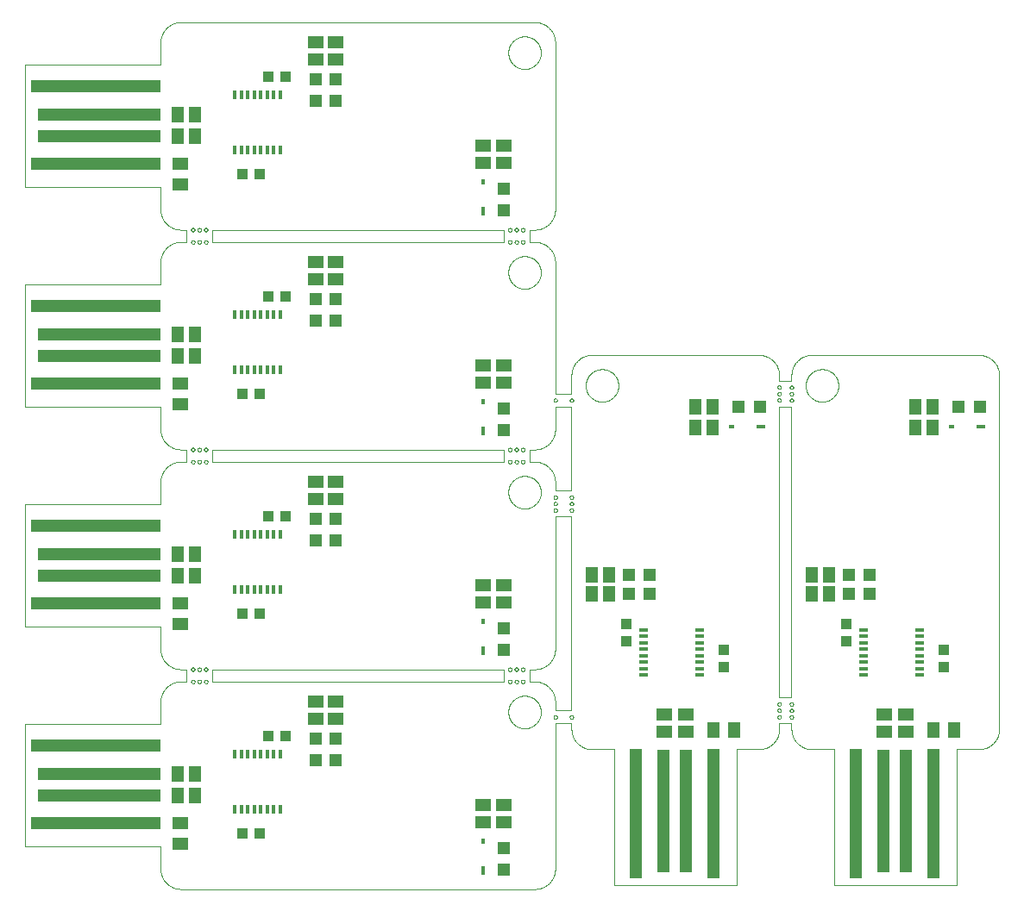
<source format=gtp>
G04 EAGLE Gerber X2 export*
%TF.Part,Single*%
%TF.FileFunction,Other,Solder paste top*%
%TF.FilePolarity,Positive*%
%TF.GenerationSoftware,Autodesk,EAGLE,9.4.0*%
%TF.CreationDate,2019-06-23T03:17:34Z*%
G75*
%MOMM*%
%FSLAX34Y34*%
%LPD*%
%INSolder paste top*%
%AMOC8*
5,1,8,0,0,1.08239X$1,22.5*%
G01*
%ADD10C,0.050000*%
%ADD11C,0.000000*%
%ADD12C,0.025400*%
%ADD13R,12.700000X1.270000*%
%ADD14R,12.065000X1.270000*%
%ADD15R,0.406400X0.914400*%
%ADD16R,1.200000X1.200000*%
%ADD17R,1.500000X1.300000*%
%ADD18R,1.300000X1.500000*%
%ADD19R,1.100000X1.000000*%
%ADD20R,1.500000X1.200000*%
%ADD21R,0.406400X0.812800*%
%ADD22R,0.304800X0.609600*%
%ADD23R,1.270000X12.700000*%
%ADD24R,1.270000X12.065000*%
%ADD25R,0.914400X0.406400*%
%ADD26R,1.000000X1.100000*%
%ADD27R,1.200000X1.500000*%
%ADD28R,0.812800X0.406400*%
%ADD29R,0.609600X0.304800*%


D10*
X153350Y212600D02*
X152866Y212594D01*
X152384Y212577D01*
X151901Y212548D01*
X151420Y212507D01*
X150939Y212455D01*
X150460Y212391D01*
X149983Y212315D01*
X149508Y212228D01*
X149035Y212130D01*
X148564Y212020D01*
X148096Y211899D01*
X147632Y211766D01*
X147170Y211623D01*
X146713Y211468D01*
X146259Y211302D01*
X145809Y211126D01*
X145364Y210938D01*
X144923Y210740D01*
X144487Y210531D01*
X144056Y210312D01*
X143631Y210082D01*
X143212Y209842D01*
X142798Y209592D01*
X142391Y209333D01*
X141990Y209063D01*
X141595Y208784D01*
X141208Y208495D01*
X140827Y208197D01*
X140454Y207890D01*
X140089Y207574D01*
X139731Y207250D01*
X139381Y206916D01*
X139039Y206575D01*
X138706Y206225D01*
X138381Y205867D01*
X138065Y205502D01*
X137758Y205129D01*
X137459Y204748D01*
X137171Y204361D01*
X136891Y203967D01*
X136621Y203566D01*
X136361Y203159D01*
X136111Y202745D01*
X135871Y202326D01*
X135642Y201901D01*
X135422Y201470D01*
X135213Y201035D01*
X135015Y200594D01*
X134827Y200149D01*
X134650Y199699D01*
X134484Y199245D01*
X134329Y198787D01*
X134185Y198326D01*
X134053Y197862D01*
X133931Y197394D01*
X133821Y196923D01*
X133722Y196450D01*
X133635Y195975D01*
X133559Y195498D01*
X133495Y195019D01*
X133443Y194538D01*
X133402Y194057D01*
X133373Y193575D01*
X133355Y193092D01*
X133349Y192609D01*
X500700Y212600D02*
X501191Y212594D01*
X501682Y212576D01*
X502172Y212547D01*
X502661Y212505D01*
X503149Y212451D01*
X503636Y212385D01*
X504121Y212307D01*
X504604Y212218D01*
X505084Y212116D01*
X505562Y212003D01*
X506037Y211878D01*
X506509Y211741D01*
X506977Y211593D01*
X507441Y211434D01*
X507902Y211263D01*
X508358Y211081D01*
X508809Y210888D01*
X509256Y210683D01*
X509697Y210468D01*
X510133Y210242D01*
X510564Y210006D01*
X510988Y209759D01*
X511406Y209501D01*
X511818Y209234D01*
X512223Y208956D01*
X512621Y208669D01*
X513012Y208372D01*
X513396Y208065D01*
X513772Y207749D01*
X514140Y207424D01*
X514500Y207090D01*
X514852Y206747D01*
X515195Y206396D01*
X515529Y206036D01*
X515855Y205669D01*
X516171Y205293D01*
X516478Y204910D01*
X516776Y204519D01*
X517064Y204121D01*
X517342Y203717D01*
X517610Y203305D01*
X517868Y202887D01*
X518115Y202463D01*
X518352Y202033D01*
X518579Y201597D01*
X518794Y201156D01*
X518999Y200710D01*
X519193Y200258D01*
X519376Y199803D01*
X519547Y199342D01*
X519707Y198878D01*
X519856Y198410D01*
X519993Y197939D01*
X520118Y197464D01*
X520232Y196986D01*
X520334Y196506D01*
X520424Y196023D01*
X520502Y195538D01*
X520569Y195052D01*
X520623Y194564D01*
X520666Y194074D01*
X520696Y193584D01*
X520715Y193093D01*
X520721Y192602D01*
X520721Y28779D02*
X520716Y28295D01*
X520699Y27812D01*
X520670Y27329D01*
X520630Y26846D01*
X520578Y26365D01*
X520514Y25886D01*
X520439Y25408D01*
X520353Y24932D01*
X520255Y24458D01*
X520145Y23986D01*
X520024Y23518D01*
X519892Y23052D01*
X519749Y22590D01*
X519594Y22132D01*
X519429Y21677D01*
X519252Y21227D01*
X519065Y20780D01*
X518867Y20339D01*
X518658Y19902D01*
X518439Y19471D01*
X518210Y19045D01*
X517970Y18625D01*
X517720Y18210D01*
X517460Y17802D01*
X517191Y17400D01*
X516912Y17005D01*
X516623Y16617D01*
X516325Y16235D01*
X516018Y15861D01*
X515702Y15495D01*
X515377Y15136D01*
X515044Y14786D01*
X514702Y14443D01*
X514352Y14109D01*
X513994Y13783D01*
X513629Y13466D01*
X513256Y13158D01*
X512875Y12859D01*
X512487Y12570D01*
X512093Y12290D01*
X511692Y12019D01*
X511284Y11758D01*
X510870Y11507D01*
X510451Y11267D01*
X510025Y11036D01*
X509594Y10816D01*
X509158Y10606D01*
X508717Y10407D01*
X508272Y10219D01*
X507822Y10041D01*
X507367Y9874D01*
X506909Y9719D01*
X506447Y9574D01*
X505982Y9441D01*
X505514Y9319D01*
X505043Y9208D01*
X504569Y9109D01*
X504094Y9021D01*
X503616Y8945D01*
X503136Y8880D01*
X502655Y8827D01*
X502173Y8785D01*
X501690Y8756D01*
X501207Y8737D01*
X500723Y8731D01*
X153374Y8731D02*
X152883Y8737D01*
X152392Y8755D01*
X151902Y8785D01*
X151413Y8827D01*
X150925Y8881D01*
X150439Y8947D01*
X149954Y9025D01*
X149472Y9115D01*
X148991Y9216D01*
X148514Y9330D01*
X148039Y9455D01*
X147568Y9591D01*
X147100Y9740D01*
X146636Y9899D01*
X146175Y10070D01*
X145720Y10252D01*
X145269Y10446D01*
X144822Y10650D01*
X144381Y10865D01*
X143945Y11091D01*
X143515Y11328D01*
X143091Y11575D01*
X142673Y11833D01*
X142262Y12100D01*
X141857Y12378D01*
X141459Y12665D01*
X141068Y12962D01*
X140685Y13269D01*
X140309Y13585D01*
X139942Y13910D01*
X139582Y14244D01*
X139231Y14587D01*
X138888Y14938D01*
X138554Y15298D01*
X138228Y15666D01*
X137912Y16041D01*
X137606Y16424D01*
X137308Y16815D01*
X137021Y17213D01*
X136743Y17617D01*
X136475Y18029D01*
X136218Y18447D01*
X135971Y18871D01*
X135734Y19301D01*
X135508Y19736D01*
X135292Y20178D01*
X135088Y20624D01*
X134894Y21075D01*
X134712Y21531D01*
X134541Y21991D01*
X134381Y22455D01*
X134233Y22923D01*
X134096Y23394D01*
X133971Y23869D01*
X133858Y24346D01*
X133756Y24827D01*
X133666Y25309D01*
X133588Y25794D01*
X133522Y26280D01*
X133468Y26768D01*
X133425Y27257D01*
X133395Y27747D01*
X133377Y28238D01*
X133371Y28728D01*
X0Y50371D02*
X0Y171021D01*
X133371Y28728D02*
X133377Y28238D01*
X133395Y27747D01*
X133425Y27257D01*
X133468Y26768D01*
X133522Y26280D01*
X133588Y25794D01*
X133666Y25309D01*
X133756Y24827D01*
X133858Y24346D01*
X133971Y23869D01*
X134096Y23394D01*
X134233Y22923D01*
X134381Y22455D01*
X134541Y21991D01*
X134712Y21531D01*
X134894Y21075D01*
X135088Y20624D01*
X135292Y20178D01*
X135508Y19736D01*
X135734Y19301D01*
X135971Y18871D01*
X136218Y18447D01*
X136475Y18029D01*
X136743Y17617D01*
X137021Y17213D01*
X137308Y16815D01*
X137606Y16424D01*
X137912Y16041D01*
X138228Y15666D01*
X138554Y15298D01*
X138888Y14938D01*
X139231Y14587D01*
X139582Y14244D01*
X139942Y13910D01*
X140309Y13585D01*
X140685Y13269D01*
X141068Y12962D01*
X141459Y12665D01*
X141857Y12378D01*
X142262Y12100D01*
X142673Y11833D01*
X143091Y11575D01*
X143515Y11328D01*
X143945Y11091D01*
X144381Y10865D01*
X144822Y10650D01*
X145269Y10446D01*
X145720Y10252D01*
X146175Y10070D01*
X146636Y9899D01*
X147100Y9740D01*
X147568Y9591D01*
X148039Y9455D01*
X148514Y9330D01*
X148991Y9216D01*
X149472Y9115D01*
X149954Y9025D01*
X150439Y8947D01*
X150925Y8881D01*
X151413Y8827D01*
X151902Y8785D01*
X152392Y8755D01*
X152883Y8737D01*
X153374Y8731D01*
X500723Y8731D02*
X501207Y8737D01*
X501690Y8756D01*
X502173Y8785D01*
X502655Y8827D01*
X503136Y8880D01*
X503616Y8945D01*
X504094Y9021D01*
X504569Y9109D01*
X505043Y9208D01*
X505514Y9319D01*
X505982Y9441D01*
X506447Y9574D01*
X506909Y9719D01*
X507367Y9874D01*
X507822Y10041D01*
X508272Y10219D01*
X508717Y10407D01*
X509158Y10606D01*
X509594Y10816D01*
X510025Y11036D01*
X510451Y11267D01*
X510870Y11507D01*
X511284Y11758D01*
X511692Y12019D01*
X512093Y12290D01*
X512487Y12570D01*
X512875Y12859D01*
X513256Y13158D01*
X513629Y13466D01*
X513994Y13783D01*
X514352Y14109D01*
X514702Y14443D01*
X515044Y14786D01*
X515377Y15136D01*
X515702Y15495D01*
X516018Y15861D01*
X516325Y16235D01*
X516623Y16617D01*
X516912Y17005D01*
X517191Y17400D01*
X517460Y17802D01*
X517720Y18210D01*
X517970Y18625D01*
X518210Y19045D01*
X518439Y19471D01*
X518658Y19902D01*
X518867Y20339D01*
X519065Y20780D01*
X519252Y21227D01*
X519429Y21677D01*
X519594Y22132D01*
X519749Y22590D01*
X519892Y23052D01*
X520024Y23518D01*
X520145Y23986D01*
X520255Y24458D01*
X520353Y24932D01*
X520439Y25408D01*
X520514Y25886D01*
X520578Y26365D01*
X520630Y26846D01*
X520670Y27329D01*
X520699Y27812D01*
X520716Y28295D01*
X520721Y28779D01*
X520721Y192602D02*
X520715Y193093D01*
X520696Y193584D01*
X520666Y194074D01*
X520623Y194564D01*
X520569Y195052D01*
X520502Y195538D01*
X520424Y196023D01*
X520334Y196506D01*
X520232Y196986D01*
X520118Y197464D01*
X519993Y197939D01*
X519856Y198410D01*
X519707Y198878D01*
X519547Y199342D01*
X519376Y199803D01*
X519193Y200258D01*
X518999Y200710D01*
X518794Y201156D01*
X518579Y201597D01*
X518352Y202033D01*
X518115Y202463D01*
X517868Y202887D01*
X517610Y203305D01*
X517342Y203717D01*
X517064Y204121D01*
X516776Y204519D01*
X516478Y204910D01*
X516171Y205293D01*
X515855Y205669D01*
X515529Y206036D01*
X515195Y206396D01*
X514852Y206747D01*
X514500Y207090D01*
X514140Y207424D01*
X513772Y207749D01*
X513396Y208065D01*
X513012Y208372D01*
X512621Y208669D01*
X512223Y208956D01*
X511818Y209234D01*
X511406Y209501D01*
X510988Y209759D01*
X510564Y210006D01*
X510133Y210242D01*
X509697Y210468D01*
X509256Y210683D01*
X508809Y210888D01*
X508358Y211081D01*
X507902Y211263D01*
X507441Y211434D01*
X506977Y211593D01*
X506509Y211741D01*
X506037Y211878D01*
X505562Y212003D01*
X505084Y212116D01*
X504604Y212218D01*
X504121Y212307D01*
X503636Y212385D01*
X503149Y212451D01*
X502661Y212505D01*
X502172Y212547D01*
X501682Y212576D01*
X501191Y212594D01*
X500700Y212600D01*
X495300Y212600D01*
X469900Y212600D02*
X184150Y212600D01*
X158750Y212600D02*
X153350Y212600D01*
X133368Y50371D02*
X0Y50371D01*
X133368Y50371D02*
X133371Y28729D01*
X133371Y28728D02*
X133377Y28238D01*
X133395Y27747D01*
X133425Y27257D01*
X133468Y26768D01*
X133522Y26280D01*
X133588Y25794D01*
X133666Y25309D01*
X133756Y24827D01*
X133858Y24346D01*
X133971Y23869D01*
X134096Y23394D01*
X134233Y22923D01*
X134381Y22455D01*
X134541Y21991D01*
X134712Y21531D01*
X134894Y21075D01*
X135088Y20624D01*
X135292Y20178D01*
X135508Y19736D01*
X135734Y19301D01*
X135971Y18871D01*
X136218Y18447D01*
X136475Y18029D01*
X136743Y17617D01*
X137021Y17213D01*
X137308Y16815D01*
X137606Y16424D01*
X137912Y16041D01*
X138228Y15666D01*
X138554Y15298D01*
X138888Y14938D01*
X139231Y14587D01*
X139582Y14244D01*
X139942Y13910D01*
X140309Y13585D01*
X140685Y13269D01*
X141068Y12962D01*
X141459Y12665D01*
X141857Y12378D01*
X142262Y12100D01*
X142673Y11833D01*
X143091Y11575D01*
X143515Y11328D01*
X143945Y11091D01*
X144381Y10865D01*
X144822Y10650D01*
X145269Y10446D01*
X145720Y10252D01*
X146175Y10070D01*
X146636Y9899D01*
X147100Y9740D01*
X147568Y9591D01*
X148039Y9455D01*
X148514Y9330D01*
X148991Y9216D01*
X149472Y9115D01*
X149954Y9025D01*
X150439Y8947D01*
X150925Y8881D01*
X151413Y8827D01*
X151902Y8785D01*
X152392Y8755D01*
X152883Y8737D01*
X153374Y8731D01*
X153373Y8731D02*
X500723Y8731D01*
X501207Y8737D01*
X501690Y8756D01*
X502173Y8785D01*
X502655Y8827D01*
X503136Y8880D01*
X503616Y8945D01*
X504094Y9021D01*
X504569Y9109D01*
X505043Y9208D01*
X505514Y9319D01*
X505982Y9441D01*
X506447Y9574D01*
X506909Y9719D01*
X507367Y9874D01*
X507822Y10041D01*
X508272Y10219D01*
X508717Y10407D01*
X509158Y10606D01*
X509594Y10816D01*
X510025Y11036D01*
X510451Y11267D01*
X510870Y11507D01*
X511284Y11758D01*
X511692Y12019D01*
X512093Y12290D01*
X512487Y12570D01*
X512875Y12859D01*
X513256Y13158D01*
X513629Y13466D01*
X513994Y13783D01*
X514352Y14109D01*
X514702Y14443D01*
X515044Y14786D01*
X515377Y15136D01*
X515702Y15495D01*
X516018Y15861D01*
X516325Y16235D01*
X516623Y16617D01*
X516912Y17005D01*
X517191Y17400D01*
X517460Y17802D01*
X517720Y18210D01*
X517970Y18625D01*
X518210Y19045D01*
X518439Y19471D01*
X518658Y19902D01*
X518867Y20339D01*
X519065Y20780D01*
X519252Y21227D01*
X519429Y21677D01*
X519594Y22132D01*
X519749Y22590D01*
X519892Y23052D01*
X520024Y23518D01*
X520145Y23986D01*
X520255Y24458D01*
X520353Y24932D01*
X520439Y25408D01*
X520514Y25886D01*
X520578Y26365D01*
X520630Y26846D01*
X520670Y27329D01*
X520699Y27812D01*
X520716Y28295D01*
X520721Y28779D01*
X520721Y171450D01*
X520721Y184150D02*
X520721Y192603D01*
X520721Y192602D02*
X520715Y193093D01*
X520696Y193584D01*
X520666Y194074D01*
X520623Y194564D01*
X520569Y195052D01*
X520502Y195538D01*
X520424Y196023D01*
X520334Y196506D01*
X520232Y196986D01*
X520118Y197464D01*
X519993Y197939D01*
X519856Y198410D01*
X519707Y198878D01*
X519547Y199342D01*
X519376Y199803D01*
X519193Y200258D01*
X518999Y200710D01*
X518794Y201156D01*
X518579Y201597D01*
X518352Y202033D01*
X518115Y202463D01*
X517868Y202887D01*
X517610Y203305D01*
X517342Y203717D01*
X517064Y204121D01*
X516776Y204519D01*
X516478Y204910D01*
X516171Y205293D01*
X515855Y205669D01*
X515529Y206036D01*
X515195Y206396D01*
X514852Y206747D01*
X514500Y207090D01*
X514140Y207424D01*
X513772Y207749D01*
X513396Y208065D01*
X513012Y208372D01*
X512621Y208669D01*
X512223Y208956D01*
X511818Y209234D01*
X511406Y209501D01*
X510988Y209759D01*
X510564Y210006D01*
X510133Y210242D01*
X509697Y210468D01*
X509256Y210683D01*
X508809Y210888D01*
X508358Y211081D01*
X507902Y211263D01*
X507441Y211434D01*
X506977Y211593D01*
X506509Y211741D01*
X506037Y211878D01*
X505562Y212003D01*
X505084Y212116D01*
X504604Y212218D01*
X504121Y212307D01*
X503636Y212385D01*
X503149Y212451D01*
X502661Y212505D01*
X502172Y212547D01*
X501682Y212576D01*
X501191Y212594D01*
X500700Y212600D01*
X153350Y212600D02*
X152866Y212594D01*
X152384Y212577D01*
X151901Y212548D01*
X151420Y212507D01*
X150939Y212455D01*
X150460Y212391D01*
X149983Y212315D01*
X149508Y212228D01*
X149035Y212130D01*
X148564Y212020D01*
X148096Y211899D01*
X147632Y211766D01*
X147170Y211623D01*
X146713Y211468D01*
X146259Y211302D01*
X145809Y211126D01*
X145364Y210938D01*
X144923Y210740D01*
X144487Y210531D01*
X144056Y210312D01*
X143631Y210082D01*
X143212Y209842D01*
X142798Y209592D01*
X142391Y209333D01*
X141990Y209063D01*
X141595Y208784D01*
X141208Y208495D01*
X140827Y208197D01*
X140454Y207890D01*
X140089Y207574D01*
X139731Y207250D01*
X139381Y206916D01*
X139039Y206575D01*
X138706Y206225D01*
X138381Y205867D01*
X138065Y205502D01*
X137758Y205129D01*
X137459Y204748D01*
X137171Y204361D01*
X136891Y203967D01*
X136621Y203566D01*
X136361Y203159D01*
X136111Y202745D01*
X135871Y202326D01*
X135642Y201901D01*
X135422Y201470D01*
X135213Y201035D01*
X135015Y200594D01*
X134827Y200149D01*
X134650Y199699D01*
X134484Y199245D01*
X134329Y198787D01*
X134185Y198326D01*
X134053Y197862D01*
X133931Y197394D01*
X133821Y196923D01*
X133722Y196450D01*
X133635Y195975D01*
X133559Y195498D01*
X133495Y195019D01*
X133443Y194538D01*
X133402Y194057D01*
X133373Y193575D01*
X133355Y193092D01*
X133349Y192609D01*
X133350Y192609D02*
X133349Y171021D01*
X0Y171021D01*
X474701Y182600D02*
X474706Y182993D01*
X474720Y183385D01*
X474744Y183777D01*
X474778Y184168D01*
X474821Y184559D01*
X474874Y184948D01*
X474937Y185335D01*
X475008Y185721D01*
X475090Y186106D01*
X475180Y186488D01*
X475281Y186867D01*
X475390Y187245D01*
X475509Y187619D01*
X475636Y187990D01*
X475773Y188358D01*
X475919Y188723D01*
X476074Y189084D01*
X476237Y189441D01*
X476409Y189794D01*
X476590Y190142D01*
X476780Y190486D01*
X476977Y190826D01*
X477183Y191160D01*
X477397Y191489D01*
X477620Y191813D01*
X477850Y192131D01*
X478087Y192444D01*
X478333Y192750D01*
X478586Y193051D01*
X478846Y193345D01*
X479113Y193633D01*
X479387Y193914D01*
X479668Y194188D01*
X479956Y194455D01*
X480250Y194715D01*
X480551Y194968D01*
X480857Y195214D01*
X481170Y195451D01*
X481488Y195681D01*
X481812Y195904D01*
X482141Y196118D01*
X482475Y196324D01*
X482815Y196521D01*
X483159Y196711D01*
X483507Y196892D01*
X483860Y197064D01*
X484217Y197227D01*
X484578Y197382D01*
X484943Y197528D01*
X485311Y197665D01*
X485682Y197792D01*
X486056Y197911D01*
X486434Y198020D01*
X486813Y198121D01*
X487195Y198211D01*
X487580Y198293D01*
X487966Y198364D01*
X488353Y198427D01*
X488742Y198480D01*
X489133Y198523D01*
X489524Y198557D01*
X489916Y198581D01*
X490308Y198595D01*
X490701Y198600D01*
X491094Y198595D01*
X491486Y198581D01*
X491878Y198557D01*
X492269Y198523D01*
X492660Y198480D01*
X493049Y198427D01*
X493436Y198364D01*
X493822Y198293D01*
X494207Y198211D01*
X494589Y198121D01*
X494968Y198020D01*
X495346Y197911D01*
X495720Y197792D01*
X496091Y197665D01*
X496459Y197528D01*
X496824Y197382D01*
X497185Y197227D01*
X497542Y197064D01*
X497895Y196892D01*
X498243Y196711D01*
X498587Y196521D01*
X498927Y196324D01*
X499261Y196118D01*
X499590Y195904D01*
X499914Y195681D01*
X500232Y195451D01*
X500545Y195214D01*
X500851Y194968D01*
X501152Y194715D01*
X501446Y194455D01*
X501734Y194188D01*
X502015Y193914D01*
X502289Y193633D01*
X502556Y193345D01*
X502816Y193051D01*
X503069Y192750D01*
X503315Y192444D01*
X503552Y192131D01*
X503782Y191813D01*
X504005Y191489D01*
X504219Y191160D01*
X504425Y190826D01*
X504622Y190486D01*
X504812Y190142D01*
X504993Y189794D01*
X505165Y189441D01*
X505328Y189084D01*
X505483Y188723D01*
X505629Y188358D01*
X505766Y187990D01*
X505893Y187619D01*
X506012Y187245D01*
X506121Y186867D01*
X506222Y186488D01*
X506312Y186106D01*
X506394Y185721D01*
X506465Y185335D01*
X506528Y184948D01*
X506581Y184559D01*
X506624Y184168D01*
X506658Y183777D01*
X506682Y183385D01*
X506696Y182993D01*
X506701Y182600D01*
X506696Y182207D01*
X506682Y181815D01*
X506658Y181423D01*
X506624Y181032D01*
X506581Y180641D01*
X506528Y180252D01*
X506465Y179865D01*
X506394Y179479D01*
X506312Y179094D01*
X506222Y178712D01*
X506121Y178333D01*
X506012Y177955D01*
X505893Y177581D01*
X505766Y177210D01*
X505629Y176842D01*
X505483Y176477D01*
X505328Y176116D01*
X505165Y175759D01*
X504993Y175406D01*
X504812Y175058D01*
X504622Y174714D01*
X504425Y174374D01*
X504219Y174040D01*
X504005Y173711D01*
X503782Y173387D01*
X503552Y173069D01*
X503315Y172756D01*
X503069Y172450D01*
X502816Y172149D01*
X502556Y171855D01*
X502289Y171567D01*
X502015Y171286D01*
X501734Y171012D01*
X501446Y170745D01*
X501152Y170485D01*
X500851Y170232D01*
X500545Y169986D01*
X500232Y169749D01*
X499914Y169519D01*
X499590Y169296D01*
X499261Y169082D01*
X498927Y168876D01*
X498587Y168679D01*
X498243Y168489D01*
X497895Y168308D01*
X497542Y168136D01*
X497185Y167973D01*
X496824Y167818D01*
X496459Y167672D01*
X496091Y167535D01*
X495720Y167408D01*
X495346Y167289D01*
X494968Y167180D01*
X494589Y167079D01*
X494207Y166989D01*
X493822Y166907D01*
X493436Y166836D01*
X493049Y166773D01*
X492660Y166720D01*
X492269Y166677D01*
X491878Y166643D01*
X491486Y166619D01*
X491094Y166605D01*
X490701Y166600D01*
X490308Y166605D01*
X489916Y166619D01*
X489524Y166643D01*
X489133Y166677D01*
X488742Y166720D01*
X488353Y166773D01*
X487966Y166836D01*
X487580Y166907D01*
X487195Y166989D01*
X486813Y167079D01*
X486434Y167180D01*
X486056Y167289D01*
X485682Y167408D01*
X485311Y167535D01*
X484943Y167672D01*
X484578Y167818D01*
X484217Y167973D01*
X483860Y168136D01*
X483507Y168308D01*
X483159Y168489D01*
X482815Y168679D01*
X482475Y168876D01*
X482141Y169082D01*
X481812Y169296D01*
X481488Y169519D01*
X481170Y169749D01*
X480857Y169986D01*
X480551Y170232D01*
X480250Y170485D01*
X479956Y170745D01*
X479668Y171012D01*
X479387Y171286D01*
X479113Y171567D01*
X478846Y171855D01*
X478586Y172149D01*
X478333Y172450D01*
X478087Y172756D01*
X477850Y173069D01*
X477620Y173387D01*
X477397Y173711D01*
X477183Y174040D01*
X476977Y174374D01*
X476780Y174714D01*
X476590Y175058D01*
X476409Y175406D01*
X476237Y175759D01*
X476074Y176116D01*
X475919Y176477D01*
X475773Y176842D01*
X475636Y177210D01*
X475509Y177581D01*
X475390Y177955D01*
X475281Y178333D01*
X475180Y178712D01*
X475090Y179094D01*
X475008Y179479D01*
X474937Y179865D01*
X474874Y180252D01*
X474821Y180641D01*
X474778Y181032D01*
X474744Y181423D01*
X474720Y181815D01*
X474706Y182207D01*
X474701Y182600D01*
D11*
X163350Y212600D02*
X163352Y212683D01*
X163358Y212766D01*
X163368Y212849D01*
X163382Y212931D01*
X163399Y213013D01*
X163421Y213093D01*
X163446Y213172D01*
X163475Y213250D01*
X163508Y213327D01*
X163545Y213402D01*
X163584Y213475D01*
X163628Y213546D01*
X163674Y213615D01*
X163724Y213682D01*
X163777Y213746D01*
X163833Y213808D01*
X163892Y213867D01*
X163954Y213923D01*
X164018Y213976D01*
X164085Y214026D01*
X164154Y214072D01*
X164225Y214116D01*
X164298Y214155D01*
X164373Y214192D01*
X164450Y214225D01*
X164528Y214254D01*
X164607Y214279D01*
X164687Y214301D01*
X164769Y214318D01*
X164851Y214332D01*
X164934Y214342D01*
X165017Y214348D01*
X165100Y214350D01*
X165183Y214348D01*
X165266Y214342D01*
X165349Y214332D01*
X165431Y214318D01*
X165513Y214301D01*
X165593Y214279D01*
X165672Y214254D01*
X165750Y214225D01*
X165827Y214192D01*
X165902Y214155D01*
X165975Y214116D01*
X166046Y214072D01*
X166115Y214026D01*
X166182Y213976D01*
X166246Y213923D01*
X166308Y213867D01*
X166367Y213808D01*
X166423Y213746D01*
X166476Y213682D01*
X166526Y213615D01*
X166572Y213546D01*
X166616Y213475D01*
X166655Y213402D01*
X166692Y213327D01*
X166725Y213250D01*
X166754Y213172D01*
X166779Y213093D01*
X166801Y213013D01*
X166818Y212931D01*
X166832Y212849D01*
X166842Y212766D01*
X166848Y212683D01*
X166850Y212600D01*
X166848Y212517D01*
X166842Y212434D01*
X166832Y212351D01*
X166818Y212269D01*
X166801Y212187D01*
X166779Y212107D01*
X166754Y212028D01*
X166725Y211950D01*
X166692Y211873D01*
X166655Y211798D01*
X166616Y211725D01*
X166572Y211654D01*
X166526Y211585D01*
X166476Y211518D01*
X166423Y211454D01*
X166367Y211392D01*
X166308Y211333D01*
X166246Y211277D01*
X166182Y211224D01*
X166115Y211174D01*
X166046Y211128D01*
X165975Y211084D01*
X165902Y211045D01*
X165827Y211008D01*
X165750Y210975D01*
X165672Y210946D01*
X165593Y210921D01*
X165513Y210899D01*
X165431Y210882D01*
X165349Y210868D01*
X165266Y210858D01*
X165183Y210852D01*
X165100Y210850D01*
X165017Y210852D01*
X164934Y210858D01*
X164851Y210868D01*
X164769Y210882D01*
X164687Y210899D01*
X164607Y210921D01*
X164528Y210946D01*
X164450Y210975D01*
X164373Y211008D01*
X164298Y211045D01*
X164225Y211084D01*
X164154Y211128D01*
X164085Y211174D01*
X164018Y211224D01*
X163954Y211277D01*
X163892Y211333D01*
X163833Y211392D01*
X163777Y211454D01*
X163724Y211518D01*
X163674Y211585D01*
X163628Y211654D01*
X163584Y211725D01*
X163545Y211798D01*
X163508Y211873D01*
X163475Y211950D01*
X163446Y212028D01*
X163421Y212107D01*
X163399Y212187D01*
X163382Y212269D01*
X163368Y212351D01*
X163358Y212434D01*
X163352Y212517D01*
X163350Y212600D01*
X169700Y212600D02*
X169702Y212683D01*
X169708Y212766D01*
X169718Y212849D01*
X169732Y212931D01*
X169749Y213013D01*
X169771Y213093D01*
X169796Y213172D01*
X169825Y213250D01*
X169858Y213327D01*
X169895Y213402D01*
X169934Y213475D01*
X169978Y213546D01*
X170024Y213615D01*
X170074Y213682D01*
X170127Y213746D01*
X170183Y213808D01*
X170242Y213867D01*
X170304Y213923D01*
X170368Y213976D01*
X170435Y214026D01*
X170504Y214072D01*
X170575Y214116D01*
X170648Y214155D01*
X170723Y214192D01*
X170800Y214225D01*
X170878Y214254D01*
X170957Y214279D01*
X171037Y214301D01*
X171119Y214318D01*
X171201Y214332D01*
X171284Y214342D01*
X171367Y214348D01*
X171450Y214350D01*
X171533Y214348D01*
X171616Y214342D01*
X171699Y214332D01*
X171781Y214318D01*
X171863Y214301D01*
X171943Y214279D01*
X172022Y214254D01*
X172100Y214225D01*
X172177Y214192D01*
X172252Y214155D01*
X172325Y214116D01*
X172396Y214072D01*
X172465Y214026D01*
X172532Y213976D01*
X172596Y213923D01*
X172658Y213867D01*
X172717Y213808D01*
X172773Y213746D01*
X172826Y213682D01*
X172876Y213615D01*
X172922Y213546D01*
X172966Y213475D01*
X173005Y213402D01*
X173042Y213327D01*
X173075Y213250D01*
X173104Y213172D01*
X173129Y213093D01*
X173151Y213013D01*
X173168Y212931D01*
X173182Y212849D01*
X173192Y212766D01*
X173198Y212683D01*
X173200Y212600D01*
X173198Y212517D01*
X173192Y212434D01*
X173182Y212351D01*
X173168Y212269D01*
X173151Y212187D01*
X173129Y212107D01*
X173104Y212028D01*
X173075Y211950D01*
X173042Y211873D01*
X173005Y211798D01*
X172966Y211725D01*
X172922Y211654D01*
X172876Y211585D01*
X172826Y211518D01*
X172773Y211454D01*
X172717Y211392D01*
X172658Y211333D01*
X172596Y211277D01*
X172532Y211224D01*
X172465Y211174D01*
X172396Y211128D01*
X172325Y211084D01*
X172252Y211045D01*
X172177Y211008D01*
X172100Y210975D01*
X172022Y210946D01*
X171943Y210921D01*
X171863Y210899D01*
X171781Y210882D01*
X171699Y210868D01*
X171616Y210858D01*
X171533Y210852D01*
X171450Y210850D01*
X171367Y210852D01*
X171284Y210858D01*
X171201Y210868D01*
X171119Y210882D01*
X171037Y210899D01*
X170957Y210921D01*
X170878Y210946D01*
X170800Y210975D01*
X170723Y211008D01*
X170648Y211045D01*
X170575Y211084D01*
X170504Y211128D01*
X170435Y211174D01*
X170368Y211224D01*
X170304Y211277D01*
X170242Y211333D01*
X170183Y211392D01*
X170127Y211454D01*
X170074Y211518D01*
X170024Y211585D01*
X169978Y211654D01*
X169934Y211725D01*
X169895Y211798D01*
X169858Y211873D01*
X169825Y211950D01*
X169796Y212028D01*
X169771Y212107D01*
X169749Y212187D01*
X169732Y212269D01*
X169718Y212351D01*
X169708Y212434D01*
X169702Y212517D01*
X169700Y212600D01*
X176050Y212600D02*
X176052Y212683D01*
X176058Y212766D01*
X176068Y212849D01*
X176082Y212931D01*
X176099Y213013D01*
X176121Y213093D01*
X176146Y213172D01*
X176175Y213250D01*
X176208Y213327D01*
X176245Y213402D01*
X176284Y213475D01*
X176328Y213546D01*
X176374Y213615D01*
X176424Y213682D01*
X176477Y213746D01*
X176533Y213808D01*
X176592Y213867D01*
X176654Y213923D01*
X176718Y213976D01*
X176785Y214026D01*
X176854Y214072D01*
X176925Y214116D01*
X176998Y214155D01*
X177073Y214192D01*
X177150Y214225D01*
X177228Y214254D01*
X177307Y214279D01*
X177387Y214301D01*
X177469Y214318D01*
X177551Y214332D01*
X177634Y214342D01*
X177717Y214348D01*
X177800Y214350D01*
X177883Y214348D01*
X177966Y214342D01*
X178049Y214332D01*
X178131Y214318D01*
X178213Y214301D01*
X178293Y214279D01*
X178372Y214254D01*
X178450Y214225D01*
X178527Y214192D01*
X178602Y214155D01*
X178675Y214116D01*
X178746Y214072D01*
X178815Y214026D01*
X178882Y213976D01*
X178946Y213923D01*
X179008Y213867D01*
X179067Y213808D01*
X179123Y213746D01*
X179176Y213682D01*
X179226Y213615D01*
X179272Y213546D01*
X179316Y213475D01*
X179355Y213402D01*
X179392Y213327D01*
X179425Y213250D01*
X179454Y213172D01*
X179479Y213093D01*
X179501Y213013D01*
X179518Y212931D01*
X179532Y212849D01*
X179542Y212766D01*
X179548Y212683D01*
X179550Y212600D01*
X179548Y212517D01*
X179542Y212434D01*
X179532Y212351D01*
X179518Y212269D01*
X179501Y212187D01*
X179479Y212107D01*
X179454Y212028D01*
X179425Y211950D01*
X179392Y211873D01*
X179355Y211798D01*
X179316Y211725D01*
X179272Y211654D01*
X179226Y211585D01*
X179176Y211518D01*
X179123Y211454D01*
X179067Y211392D01*
X179008Y211333D01*
X178946Y211277D01*
X178882Y211224D01*
X178815Y211174D01*
X178746Y211128D01*
X178675Y211084D01*
X178602Y211045D01*
X178527Y211008D01*
X178450Y210975D01*
X178372Y210946D01*
X178293Y210921D01*
X178213Y210899D01*
X178131Y210882D01*
X178049Y210868D01*
X177966Y210858D01*
X177883Y210852D01*
X177800Y210850D01*
X177717Y210852D01*
X177634Y210858D01*
X177551Y210868D01*
X177469Y210882D01*
X177387Y210899D01*
X177307Y210921D01*
X177228Y210946D01*
X177150Y210975D01*
X177073Y211008D01*
X176998Y211045D01*
X176925Y211084D01*
X176854Y211128D01*
X176785Y211174D01*
X176718Y211224D01*
X176654Y211277D01*
X176592Y211333D01*
X176533Y211392D01*
X176477Y211454D01*
X176424Y211518D01*
X176374Y211585D01*
X176328Y211654D01*
X176284Y211725D01*
X176245Y211798D01*
X176208Y211873D01*
X176175Y211950D01*
X176146Y212028D01*
X176121Y212107D01*
X176099Y212187D01*
X176082Y212269D01*
X176068Y212351D01*
X176058Y212434D01*
X176052Y212517D01*
X176050Y212600D01*
X474500Y212600D02*
X474502Y212683D01*
X474508Y212766D01*
X474518Y212849D01*
X474532Y212931D01*
X474549Y213013D01*
X474571Y213093D01*
X474596Y213172D01*
X474625Y213250D01*
X474658Y213327D01*
X474695Y213402D01*
X474734Y213475D01*
X474778Y213546D01*
X474824Y213615D01*
X474874Y213682D01*
X474927Y213746D01*
X474983Y213808D01*
X475042Y213867D01*
X475104Y213923D01*
X475168Y213976D01*
X475235Y214026D01*
X475304Y214072D01*
X475375Y214116D01*
X475448Y214155D01*
X475523Y214192D01*
X475600Y214225D01*
X475678Y214254D01*
X475757Y214279D01*
X475837Y214301D01*
X475919Y214318D01*
X476001Y214332D01*
X476084Y214342D01*
X476167Y214348D01*
X476250Y214350D01*
X476333Y214348D01*
X476416Y214342D01*
X476499Y214332D01*
X476581Y214318D01*
X476663Y214301D01*
X476743Y214279D01*
X476822Y214254D01*
X476900Y214225D01*
X476977Y214192D01*
X477052Y214155D01*
X477125Y214116D01*
X477196Y214072D01*
X477265Y214026D01*
X477332Y213976D01*
X477396Y213923D01*
X477458Y213867D01*
X477517Y213808D01*
X477573Y213746D01*
X477626Y213682D01*
X477676Y213615D01*
X477722Y213546D01*
X477766Y213475D01*
X477805Y213402D01*
X477842Y213327D01*
X477875Y213250D01*
X477904Y213172D01*
X477929Y213093D01*
X477951Y213013D01*
X477968Y212931D01*
X477982Y212849D01*
X477992Y212766D01*
X477998Y212683D01*
X478000Y212600D01*
X477998Y212517D01*
X477992Y212434D01*
X477982Y212351D01*
X477968Y212269D01*
X477951Y212187D01*
X477929Y212107D01*
X477904Y212028D01*
X477875Y211950D01*
X477842Y211873D01*
X477805Y211798D01*
X477766Y211725D01*
X477722Y211654D01*
X477676Y211585D01*
X477626Y211518D01*
X477573Y211454D01*
X477517Y211392D01*
X477458Y211333D01*
X477396Y211277D01*
X477332Y211224D01*
X477265Y211174D01*
X477196Y211128D01*
X477125Y211084D01*
X477052Y211045D01*
X476977Y211008D01*
X476900Y210975D01*
X476822Y210946D01*
X476743Y210921D01*
X476663Y210899D01*
X476581Y210882D01*
X476499Y210868D01*
X476416Y210858D01*
X476333Y210852D01*
X476250Y210850D01*
X476167Y210852D01*
X476084Y210858D01*
X476001Y210868D01*
X475919Y210882D01*
X475837Y210899D01*
X475757Y210921D01*
X475678Y210946D01*
X475600Y210975D01*
X475523Y211008D01*
X475448Y211045D01*
X475375Y211084D01*
X475304Y211128D01*
X475235Y211174D01*
X475168Y211224D01*
X475104Y211277D01*
X475042Y211333D01*
X474983Y211392D01*
X474927Y211454D01*
X474874Y211518D01*
X474824Y211585D01*
X474778Y211654D01*
X474734Y211725D01*
X474695Y211798D01*
X474658Y211873D01*
X474625Y211950D01*
X474596Y212028D01*
X474571Y212107D01*
X474549Y212187D01*
X474532Y212269D01*
X474518Y212351D01*
X474508Y212434D01*
X474502Y212517D01*
X474500Y212600D01*
X480850Y212600D02*
X480852Y212683D01*
X480858Y212766D01*
X480868Y212849D01*
X480882Y212931D01*
X480899Y213013D01*
X480921Y213093D01*
X480946Y213172D01*
X480975Y213250D01*
X481008Y213327D01*
X481045Y213402D01*
X481084Y213475D01*
X481128Y213546D01*
X481174Y213615D01*
X481224Y213682D01*
X481277Y213746D01*
X481333Y213808D01*
X481392Y213867D01*
X481454Y213923D01*
X481518Y213976D01*
X481585Y214026D01*
X481654Y214072D01*
X481725Y214116D01*
X481798Y214155D01*
X481873Y214192D01*
X481950Y214225D01*
X482028Y214254D01*
X482107Y214279D01*
X482187Y214301D01*
X482269Y214318D01*
X482351Y214332D01*
X482434Y214342D01*
X482517Y214348D01*
X482600Y214350D01*
X482683Y214348D01*
X482766Y214342D01*
X482849Y214332D01*
X482931Y214318D01*
X483013Y214301D01*
X483093Y214279D01*
X483172Y214254D01*
X483250Y214225D01*
X483327Y214192D01*
X483402Y214155D01*
X483475Y214116D01*
X483546Y214072D01*
X483615Y214026D01*
X483682Y213976D01*
X483746Y213923D01*
X483808Y213867D01*
X483867Y213808D01*
X483923Y213746D01*
X483976Y213682D01*
X484026Y213615D01*
X484072Y213546D01*
X484116Y213475D01*
X484155Y213402D01*
X484192Y213327D01*
X484225Y213250D01*
X484254Y213172D01*
X484279Y213093D01*
X484301Y213013D01*
X484318Y212931D01*
X484332Y212849D01*
X484342Y212766D01*
X484348Y212683D01*
X484350Y212600D01*
X484348Y212517D01*
X484342Y212434D01*
X484332Y212351D01*
X484318Y212269D01*
X484301Y212187D01*
X484279Y212107D01*
X484254Y212028D01*
X484225Y211950D01*
X484192Y211873D01*
X484155Y211798D01*
X484116Y211725D01*
X484072Y211654D01*
X484026Y211585D01*
X483976Y211518D01*
X483923Y211454D01*
X483867Y211392D01*
X483808Y211333D01*
X483746Y211277D01*
X483682Y211224D01*
X483615Y211174D01*
X483546Y211128D01*
X483475Y211084D01*
X483402Y211045D01*
X483327Y211008D01*
X483250Y210975D01*
X483172Y210946D01*
X483093Y210921D01*
X483013Y210899D01*
X482931Y210882D01*
X482849Y210868D01*
X482766Y210858D01*
X482683Y210852D01*
X482600Y210850D01*
X482517Y210852D01*
X482434Y210858D01*
X482351Y210868D01*
X482269Y210882D01*
X482187Y210899D01*
X482107Y210921D01*
X482028Y210946D01*
X481950Y210975D01*
X481873Y211008D01*
X481798Y211045D01*
X481725Y211084D01*
X481654Y211128D01*
X481585Y211174D01*
X481518Y211224D01*
X481454Y211277D01*
X481392Y211333D01*
X481333Y211392D01*
X481277Y211454D01*
X481224Y211518D01*
X481174Y211585D01*
X481128Y211654D01*
X481084Y211725D01*
X481045Y211798D01*
X481008Y211873D01*
X480975Y211950D01*
X480946Y212028D01*
X480921Y212107D01*
X480899Y212187D01*
X480882Y212269D01*
X480868Y212351D01*
X480858Y212434D01*
X480852Y212517D01*
X480850Y212600D01*
X487200Y212600D02*
X487202Y212683D01*
X487208Y212766D01*
X487218Y212849D01*
X487232Y212931D01*
X487249Y213013D01*
X487271Y213093D01*
X487296Y213172D01*
X487325Y213250D01*
X487358Y213327D01*
X487395Y213402D01*
X487434Y213475D01*
X487478Y213546D01*
X487524Y213615D01*
X487574Y213682D01*
X487627Y213746D01*
X487683Y213808D01*
X487742Y213867D01*
X487804Y213923D01*
X487868Y213976D01*
X487935Y214026D01*
X488004Y214072D01*
X488075Y214116D01*
X488148Y214155D01*
X488223Y214192D01*
X488300Y214225D01*
X488378Y214254D01*
X488457Y214279D01*
X488537Y214301D01*
X488619Y214318D01*
X488701Y214332D01*
X488784Y214342D01*
X488867Y214348D01*
X488950Y214350D01*
X489033Y214348D01*
X489116Y214342D01*
X489199Y214332D01*
X489281Y214318D01*
X489363Y214301D01*
X489443Y214279D01*
X489522Y214254D01*
X489600Y214225D01*
X489677Y214192D01*
X489752Y214155D01*
X489825Y214116D01*
X489896Y214072D01*
X489965Y214026D01*
X490032Y213976D01*
X490096Y213923D01*
X490158Y213867D01*
X490217Y213808D01*
X490273Y213746D01*
X490326Y213682D01*
X490376Y213615D01*
X490422Y213546D01*
X490466Y213475D01*
X490505Y213402D01*
X490542Y213327D01*
X490575Y213250D01*
X490604Y213172D01*
X490629Y213093D01*
X490651Y213013D01*
X490668Y212931D01*
X490682Y212849D01*
X490692Y212766D01*
X490698Y212683D01*
X490700Y212600D01*
X490698Y212517D01*
X490692Y212434D01*
X490682Y212351D01*
X490668Y212269D01*
X490651Y212187D01*
X490629Y212107D01*
X490604Y212028D01*
X490575Y211950D01*
X490542Y211873D01*
X490505Y211798D01*
X490466Y211725D01*
X490422Y211654D01*
X490376Y211585D01*
X490326Y211518D01*
X490273Y211454D01*
X490217Y211392D01*
X490158Y211333D01*
X490096Y211277D01*
X490032Y211224D01*
X489965Y211174D01*
X489896Y211128D01*
X489825Y211084D01*
X489752Y211045D01*
X489677Y211008D01*
X489600Y210975D01*
X489522Y210946D01*
X489443Y210921D01*
X489363Y210899D01*
X489281Y210882D01*
X489199Y210868D01*
X489116Y210858D01*
X489033Y210852D01*
X488950Y210850D01*
X488867Y210852D01*
X488784Y210858D01*
X488701Y210868D01*
X488619Y210882D01*
X488537Y210899D01*
X488457Y210921D01*
X488378Y210946D01*
X488300Y210975D01*
X488223Y211008D01*
X488148Y211045D01*
X488075Y211084D01*
X488004Y211128D01*
X487935Y211174D01*
X487868Y211224D01*
X487804Y211277D01*
X487742Y211333D01*
X487683Y211392D01*
X487627Y211454D01*
X487574Y211518D01*
X487524Y211585D01*
X487478Y211654D01*
X487434Y211725D01*
X487395Y211798D01*
X487358Y211873D01*
X487325Y211950D01*
X487296Y212028D01*
X487271Y212107D01*
X487249Y212187D01*
X487232Y212269D01*
X487218Y212351D01*
X487208Y212434D01*
X487202Y212517D01*
X487200Y212600D01*
X518971Y177800D02*
X518973Y177883D01*
X518979Y177966D01*
X518989Y178049D01*
X519003Y178131D01*
X519020Y178213D01*
X519042Y178293D01*
X519067Y178372D01*
X519096Y178450D01*
X519129Y178527D01*
X519166Y178602D01*
X519205Y178675D01*
X519249Y178746D01*
X519295Y178815D01*
X519345Y178882D01*
X519398Y178946D01*
X519454Y179008D01*
X519513Y179067D01*
X519575Y179123D01*
X519639Y179176D01*
X519706Y179226D01*
X519775Y179272D01*
X519846Y179316D01*
X519919Y179355D01*
X519994Y179392D01*
X520071Y179425D01*
X520149Y179454D01*
X520228Y179479D01*
X520308Y179501D01*
X520390Y179518D01*
X520472Y179532D01*
X520555Y179542D01*
X520638Y179548D01*
X520721Y179550D01*
X520804Y179548D01*
X520887Y179542D01*
X520970Y179532D01*
X521052Y179518D01*
X521134Y179501D01*
X521214Y179479D01*
X521293Y179454D01*
X521371Y179425D01*
X521448Y179392D01*
X521523Y179355D01*
X521596Y179316D01*
X521667Y179272D01*
X521736Y179226D01*
X521803Y179176D01*
X521867Y179123D01*
X521929Y179067D01*
X521988Y179008D01*
X522044Y178946D01*
X522097Y178882D01*
X522147Y178815D01*
X522193Y178746D01*
X522237Y178675D01*
X522276Y178602D01*
X522313Y178527D01*
X522346Y178450D01*
X522375Y178372D01*
X522400Y178293D01*
X522422Y178213D01*
X522439Y178131D01*
X522453Y178049D01*
X522463Y177966D01*
X522469Y177883D01*
X522471Y177800D01*
X522469Y177717D01*
X522463Y177634D01*
X522453Y177551D01*
X522439Y177469D01*
X522422Y177387D01*
X522400Y177307D01*
X522375Y177228D01*
X522346Y177150D01*
X522313Y177073D01*
X522276Y176998D01*
X522237Y176925D01*
X522193Y176854D01*
X522147Y176785D01*
X522097Y176718D01*
X522044Y176654D01*
X521988Y176592D01*
X521929Y176533D01*
X521867Y176477D01*
X521803Y176424D01*
X521736Y176374D01*
X521667Y176328D01*
X521596Y176284D01*
X521523Y176245D01*
X521448Y176208D01*
X521371Y176175D01*
X521293Y176146D01*
X521214Y176121D01*
X521134Y176099D01*
X521052Y176082D01*
X520970Y176068D01*
X520887Y176058D01*
X520804Y176052D01*
X520721Y176050D01*
X520638Y176052D01*
X520555Y176058D01*
X520472Y176068D01*
X520390Y176082D01*
X520308Y176099D01*
X520228Y176121D01*
X520149Y176146D01*
X520071Y176175D01*
X519994Y176208D01*
X519919Y176245D01*
X519846Y176284D01*
X519775Y176328D01*
X519706Y176374D01*
X519639Y176424D01*
X519575Y176477D01*
X519513Y176533D01*
X519454Y176592D01*
X519398Y176654D01*
X519345Y176718D01*
X519295Y176785D01*
X519249Y176854D01*
X519205Y176925D01*
X519166Y176998D01*
X519129Y177073D01*
X519096Y177150D01*
X519067Y177228D01*
X519042Y177307D01*
X519020Y177387D01*
X519003Y177469D01*
X518989Y177551D01*
X518979Y177634D01*
X518973Y177717D01*
X518971Y177800D01*
D10*
X153350Y428500D02*
X152866Y428494D01*
X152384Y428477D01*
X151901Y428448D01*
X151420Y428407D01*
X150939Y428355D01*
X150460Y428291D01*
X149983Y428215D01*
X149508Y428128D01*
X149035Y428030D01*
X148564Y427920D01*
X148096Y427799D01*
X147632Y427666D01*
X147170Y427523D01*
X146713Y427368D01*
X146259Y427202D01*
X145809Y427026D01*
X145364Y426838D01*
X144923Y426640D01*
X144487Y426431D01*
X144056Y426212D01*
X143631Y425982D01*
X143212Y425742D01*
X142798Y425492D01*
X142391Y425233D01*
X141990Y424963D01*
X141595Y424684D01*
X141208Y424395D01*
X140827Y424097D01*
X140454Y423790D01*
X140089Y423474D01*
X139731Y423150D01*
X139381Y422816D01*
X139039Y422475D01*
X138706Y422125D01*
X138381Y421767D01*
X138065Y421402D01*
X137758Y421029D01*
X137459Y420648D01*
X137171Y420261D01*
X136891Y419867D01*
X136621Y419466D01*
X136361Y419059D01*
X136111Y418645D01*
X135871Y418226D01*
X135642Y417801D01*
X135422Y417370D01*
X135213Y416935D01*
X135015Y416494D01*
X134827Y416049D01*
X134650Y415599D01*
X134484Y415145D01*
X134329Y414687D01*
X134185Y414226D01*
X134053Y413762D01*
X133931Y413294D01*
X133821Y412823D01*
X133722Y412350D01*
X133635Y411875D01*
X133559Y411398D01*
X133495Y410919D01*
X133443Y410438D01*
X133402Y409957D01*
X133373Y409475D01*
X133355Y408992D01*
X133349Y408509D01*
X500700Y428500D02*
X501191Y428494D01*
X501682Y428476D01*
X502172Y428447D01*
X502661Y428405D01*
X503149Y428351D01*
X503636Y428285D01*
X504121Y428207D01*
X504604Y428118D01*
X505084Y428016D01*
X505562Y427903D01*
X506037Y427778D01*
X506509Y427641D01*
X506977Y427493D01*
X507441Y427334D01*
X507902Y427163D01*
X508358Y426981D01*
X508809Y426788D01*
X509256Y426583D01*
X509697Y426368D01*
X510133Y426142D01*
X510564Y425906D01*
X510988Y425659D01*
X511406Y425401D01*
X511818Y425134D01*
X512223Y424856D01*
X512621Y424569D01*
X513012Y424272D01*
X513396Y423965D01*
X513772Y423649D01*
X514140Y423324D01*
X514500Y422990D01*
X514852Y422647D01*
X515195Y422296D01*
X515529Y421936D01*
X515855Y421569D01*
X516171Y421193D01*
X516478Y420810D01*
X516776Y420419D01*
X517064Y420021D01*
X517342Y419617D01*
X517610Y419205D01*
X517868Y418787D01*
X518115Y418363D01*
X518352Y417933D01*
X518579Y417497D01*
X518794Y417056D01*
X518999Y416610D01*
X519193Y416158D01*
X519376Y415703D01*
X519547Y415242D01*
X519707Y414778D01*
X519856Y414310D01*
X519993Y413839D01*
X520118Y413364D01*
X520232Y412886D01*
X520334Y412406D01*
X520424Y411923D01*
X520502Y411438D01*
X520569Y410952D01*
X520623Y410464D01*
X520666Y409974D01*
X520696Y409484D01*
X520715Y408993D01*
X520721Y408502D01*
X520721Y244679D02*
X520716Y244195D01*
X520699Y243712D01*
X520670Y243229D01*
X520630Y242746D01*
X520578Y242265D01*
X520514Y241786D01*
X520439Y241308D01*
X520353Y240832D01*
X520255Y240358D01*
X520145Y239886D01*
X520024Y239418D01*
X519892Y238952D01*
X519749Y238490D01*
X519594Y238032D01*
X519429Y237577D01*
X519252Y237127D01*
X519065Y236680D01*
X518867Y236239D01*
X518658Y235802D01*
X518439Y235371D01*
X518210Y234945D01*
X517970Y234525D01*
X517720Y234110D01*
X517460Y233702D01*
X517191Y233300D01*
X516912Y232905D01*
X516623Y232517D01*
X516325Y232135D01*
X516018Y231761D01*
X515702Y231395D01*
X515377Y231036D01*
X515044Y230686D01*
X514702Y230343D01*
X514352Y230009D01*
X513994Y229683D01*
X513629Y229366D01*
X513256Y229058D01*
X512875Y228759D01*
X512487Y228470D01*
X512093Y228190D01*
X511692Y227919D01*
X511284Y227658D01*
X510870Y227407D01*
X510451Y227167D01*
X510025Y226936D01*
X509594Y226716D01*
X509158Y226506D01*
X508717Y226307D01*
X508272Y226119D01*
X507822Y225941D01*
X507367Y225774D01*
X506909Y225619D01*
X506447Y225474D01*
X505982Y225341D01*
X505514Y225219D01*
X505043Y225108D01*
X504569Y225009D01*
X504094Y224921D01*
X503616Y224845D01*
X503136Y224780D01*
X502655Y224727D01*
X502173Y224685D01*
X501690Y224656D01*
X501207Y224637D01*
X500723Y224631D01*
X153374Y224631D02*
X152883Y224637D01*
X152392Y224655D01*
X151902Y224685D01*
X151413Y224727D01*
X150925Y224781D01*
X150439Y224847D01*
X149954Y224925D01*
X149472Y225015D01*
X148991Y225116D01*
X148514Y225230D01*
X148039Y225355D01*
X147568Y225491D01*
X147100Y225640D01*
X146636Y225799D01*
X146175Y225970D01*
X145720Y226152D01*
X145269Y226346D01*
X144822Y226550D01*
X144381Y226765D01*
X143945Y226991D01*
X143515Y227228D01*
X143091Y227475D01*
X142673Y227733D01*
X142262Y228000D01*
X141857Y228278D01*
X141459Y228565D01*
X141068Y228862D01*
X140685Y229169D01*
X140309Y229485D01*
X139942Y229810D01*
X139582Y230144D01*
X139231Y230487D01*
X138888Y230838D01*
X138554Y231198D01*
X138228Y231566D01*
X137912Y231941D01*
X137606Y232324D01*
X137308Y232715D01*
X137021Y233113D01*
X136743Y233517D01*
X136475Y233929D01*
X136218Y234347D01*
X135971Y234771D01*
X135734Y235201D01*
X135508Y235636D01*
X135292Y236078D01*
X135088Y236524D01*
X134894Y236975D01*
X134712Y237431D01*
X134541Y237891D01*
X134381Y238355D01*
X134233Y238823D01*
X134096Y239294D01*
X133971Y239769D01*
X133858Y240246D01*
X133756Y240727D01*
X133666Y241209D01*
X133588Y241694D01*
X133522Y242180D01*
X133468Y242668D01*
X133425Y243157D01*
X133395Y243647D01*
X133377Y244138D01*
X133371Y244628D01*
X0Y266271D02*
X0Y386921D01*
X133371Y244628D02*
X133377Y244138D01*
X133395Y243647D01*
X133425Y243157D01*
X133468Y242668D01*
X133522Y242180D01*
X133588Y241694D01*
X133666Y241209D01*
X133756Y240727D01*
X133858Y240246D01*
X133971Y239769D01*
X134096Y239294D01*
X134233Y238823D01*
X134381Y238355D01*
X134541Y237891D01*
X134712Y237431D01*
X134894Y236975D01*
X135088Y236524D01*
X135292Y236078D01*
X135508Y235636D01*
X135734Y235201D01*
X135971Y234771D01*
X136218Y234347D01*
X136475Y233929D01*
X136743Y233517D01*
X137021Y233113D01*
X137308Y232715D01*
X137606Y232324D01*
X137912Y231941D01*
X138228Y231566D01*
X138554Y231198D01*
X138888Y230838D01*
X139231Y230487D01*
X139582Y230144D01*
X139942Y229810D01*
X140309Y229485D01*
X140685Y229169D01*
X141068Y228862D01*
X141459Y228565D01*
X141857Y228278D01*
X142262Y228000D01*
X142673Y227733D01*
X143091Y227475D01*
X143515Y227228D01*
X143945Y226991D01*
X144381Y226765D01*
X144822Y226550D01*
X145269Y226346D01*
X145720Y226152D01*
X146175Y225970D01*
X146636Y225799D01*
X147100Y225640D01*
X147568Y225491D01*
X148039Y225355D01*
X148514Y225230D01*
X148991Y225116D01*
X149472Y225015D01*
X149954Y224925D01*
X150439Y224847D01*
X150925Y224781D01*
X151413Y224727D01*
X151902Y224685D01*
X152392Y224655D01*
X152883Y224637D01*
X153374Y224631D01*
X500723Y224631D02*
X501207Y224637D01*
X501690Y224656D01*
X502173Y224685D01*
X502655Y224727D01*
X503136Y224780D01*
X503616Y224845D01*
X504094Y224921D01*
X504569Y225009D01*
X505043Y225108D01*
X505514Y225219D01*
X505982Y225341D01*
X506447Y225474D01*
X506909Y225619D01*
X507367Y225774D01*
X507822Y225941D01*
X508272Y226119D01*
X508717Y226307D01*
X509158Y226506D01*
X509594Y226716D01*
X510025Y226936D01*
X510451Y227167D01*
X510870Y227407D01*
X511284Y227658D01*
X511692Y227919D01*
X512093Y228190D01*
X512487Y228470D01*
X512875Y228759D01*
X513256Y229058D01*
X513629Y229366D01*
X513994Y229683D01*
X514352Y230009D01*
X514702Y230343D01*
X515044Y230686D01*
X515377Y231036D01*
X515702Y231395D01*
X516018Y231761D01*
X516325Y232135D01*
X516623Y232517D01*
X516912Y232905D01*
X517191Y233300D01*
X517460Y233702D01*
X517720Y234110D01*
X517970Y234525D01*
X518210Y234945D01*
X518439Y235371D01*
X518658Y235802D01*
X518867Y236239D01*
X519065Y236680D01*
X519252Y237127D01*
X519429Y237577D01*
X519594Y238032D01*
X519749Y238490D01*
X519892Y238952D01*
X520024Y239418D01*
X520145Y239886D01*
X520255Y240358D01*
X520353Y240832D01*
X520439Y241308D01*
X520514Y241786D01*
X520578Y242265D01*
X520630Y242746D01*
X520670Y243229D01*
X520699Y243712D01*
X520716Y244195D01*
X520721Y244679D01*
X520721Y408502D02*
X520715Y408993D01*
X520696Y409484D01*
X520666Y409974D01*
X520623Y410464D01*
X520569Y410952D01*
X520502Y411438D01*
X520424Y411923D01*
X520334Y412406D01*
X520232Y412886D01*
X520118Y413364D01*
X519993Y413839D01*
X519856Y414310D01*
X519707Y414778D01*
X519547Y415242D01*
X519376Y415703D01*
X519193Y416158D01*
X518999Y416610D01*
X518794Y417056D01*
X518579Y417497D01*
X518352Y417933D01*
X518115Y418363D01*
X517868Y418787D01*
X517610Y419205D01*
X517342Y419617D01*
X517064Y420021D01*
X516776Y420419D01*
X516478Y420810D01*
X516171Y421193D01*
X515855Y421569D01*
X515529Y421936D01*
X515195Y422296D01*
X514852Y422647D01*
X514500Y422990D01*
X514140Y423324D01*
X513772Y423649D01*
X513396Y423965D01*
X513012Y424272D01*
X512621Y424569D01*
X512223Y424856D01*
X511818Y425134D01*
X511406Y425401D01*
X510988Y425659D01*
X510564Y425906D01*
X510133Y426142D01*
X509697Y426368D01*
X509256Y426583D01*
X508809Y426788D01*
X508358Y426981D01*
X507902Y427163D01*
X507441Y427334D01*
X506977Y427493D01*
X506509Y427641D01*
X506037Y427778D01*
X505562Y427903D01*
X505084Y428016D01*
X504604Y428118D01*
X504121Y428207D01*
X503636Y428285D01*
X503149Y428351D01*
X502661Y428405D01*
X502172Y428447D01*
X501682Y428476D01*
X501191Y428494D01*
X500700Y428500D01*
X495300Y428500D01*
X469900Y428500D02*
X184150Y428500D01*
X158750Y428500D02*
X153350Y428500D01*
X133368Y266271D02*
X0Y266271D01*
X133368Y266271D02*
X133371Y244629D01*
X133371Y244628D02*
X133377Y244138D01*
X133395Y243647D01*
X133425Y243157D01*
X133468Y242668D01*
X133522Y242180D01*
X133588Y241694D01*
X133666Y241209D01*
X133756Y240727D01*
X133858Y240246D01*
X133971Y239769D01*
X134096Y239294D01*
X134233Y238823D01*
X134381Y238355D01*
X134541Y237891D01*
X134712Y237431D01*
X134894Y236975D01*
X135088Y236524D01*
X135292Y236078D01*
X135508Y235636D01*
X135734Y235201D01*
X135971Y234771D01*
X136218Y234347D01*
X136475Y233929D01*
X136743Y233517D01*
X137021Y233113D01*
X137308Y232715D01*
X137606Y232324D01*
X137912Y231941D01*
X138228Y231566D01*
X138554Y231198D01*
X138888Y230838D01*
X139231Y230487D01*
X139582Y230144D01*
X139942Y229810D01*
X140309Y229485D01*
X140685Y229169D01*
X141068Y228862D01*
X141459Y228565D01*
X141857Y228278D01*
X142262Y228000D01*
X142673Y227733D01*
X143091Y227475D01*
X143515Y227228D01*
X143945Y226991D01*
X144381Y226765D01*
X144822Y226550D01*
X145269Y226346D01*
X145720Y226152D01*
X146175Y225970D01*
X146636Y225799D01*
X147100Y225640D01*
X147568Y225491D01*
X148039Y225355D01*
X148514Y225230D01*
X148991Y225116D01*
X149472Y225015D01*
X149954Y224925D01*
X150439Y224847D01*
X150925Y224781D01*
X151413Y224727D01*
X151902Y224685D01*
X152392Y224655D01*
X152883Y224637D01*
X153374Y224631D01*
X153373Y224631D02*
X158750Y224631D01*
X184150Y224631D02*
X469900Y224631D01*
X495300Y224631D02*
X500723Y224631D01*
X501207Y224637D01*
X501690Y224656D01*
X502173Y224685D01*
X502655Y224727D01*
X503136Y224780D01*
X503616Y224845D01*
X504094Y224921D01*
X504569Y225009D01*
X505043Y225108D01*
X505514Y225219D01*
X505982Y225341D01*
X506447Y225474D01*
X506909Y225619D01*
X507367Y225774D01*
X507822Y225941D01*
X508272Y226119D01*
X508717Y226307D01*
X509158Y226506D01*
X509594Y226716D01*
X510025Y226936D01*
X510451Y227167D01*
X510870Y227407D01*
X511284Y227658D01*
X511692Y227919D01*
X512093Y228190D01*
X512487Y228470D01*
X512875Y228759D01*
X513256Y229058D01*
X513629Y229366D01*
X513994Y229683D01*
X514352Y230009D01*
X514702Y230343D01*
X515044Y230686D01*
X515377Y231036D01*
X515702Y231395D01*
X516018Y231761D01*
X516325Y232135D01*
X516623Y232517D01*
X516912Y232905D01*
X517191Y233300D01*
X517460Y233702D01*
X517720Y234110D01*
X517970Y234525D01*
X518210Y234945D01*
X518439Y235371D01*
X518658Y235802D01*
X518867Y236239D01*
X519065Y236680D01*
X519252Y237127D01*
X519429Y237577D01*
X519594Y238032D01*
X519749Y238490D01*
X519892Y238952D01*
X520024Y239418D01*
X520145Y239886D01*
X520255Y240358D01*
X520353Y240832D01*
X520439Y241308D01*
X520514Y241786D01*
X520578Y242265D01*
X520630Y242746D01*
X520670Y243229D01*
X520699Y243712D01*
X520716Y244195D01*
X520721Y244679D01*
X520721Y374650D01*
X520721Y400050D02*
X520721Y408503D01*
X520721Y408502D02*
X520715Y408993D01*
X520696Y409484D01*
X520666Y409974D01*
X520623Y410464D01*
X520569Y410952D01*
X520502Y411438D01*
X520424Y411923D01*
X520334Y412406D01*
X520232Y412886D01*
X520118Y413364D01*
X519993Y413839D01*
X519856Y414310D01*
X519707Y414778D01*
X519547Y415242D01*
X519376Y415703D01*
X519193Y416158D01*
X518999Y416610D01*
X518794Y417056D01*
X518579Y417497D01*
X518352Y417933D01*
X518115Y418363D01*
X517868Y418787D01*
X517610Y419205D01*
X517342Y419617D01*
X517064Y420021D01*
X516776Y420419D01*
X516478Y420810D01*
X516171Y421193D01*
X515855Y421569D01*
X515529Y421936D01*
X515195Y422296D01*
X514852Y422647D01*
X514500Y422990D01*
X514140Y423324D01*
X513772Y423649D01*
X513396Y423965D01*
X513012Y424272D01*
X512621Y424569D01*
X512223Y424856D01*
X511818Y425134D01*
X511406Y425401D01*
X510988Y425659D01*
X510564Y425906D01*
X510133Y426142D01*
X509697Y426368D01*
X509256Y426583D01*
X508809Y426788D01*
X508358Y426981D01*
X507902Y427163D01*
X507441Y427334D01*
X506977Y427493D01*
X506509Y427641D01*
X506037Y427778D01*
X505562Y427903D01*
X505084Y428016D01*
X504604Y428118D01*
X504121Y428207D01*
X503636Y428285D01*
X503149Y428351D01*
X502661Y428405D01*
X502172Y428447D01*
X501682Y428476D01*
X501191Y428494D01*
X500700Y428500D01*
X153350Y428500D02*
X152866Y428494D01*
X152384Y428477D01*
X151901Y428448D01*
X151420Y428407D01*
X150939Y428355D01*
X150460Y428291D01*
X149983Y428215D01*
X149508Y428128D01*
X149035Y428030D01*
X148564Y427920D01*
X148096Y427799D01*
X147632Y427666D01*
X147170Y427523D01*
X146713Y427368D01*
X146259Y427202D01*
X145809Y427026D01*
X145364Y426838D01*
X144923Y426640D01*
X144487Y426431D01*
X144056Y426212D01*
X143631Y425982D01*
X143212Y425742D01*
X142798Y425492D01*
X142391Y425233D01*
X141990Y424963D01*
X141595Y424684D01*
X141208Y424395D01*
X140827Y424097D01*
X140454Y423790D01*
X140089Y423474D01*
X139731Y423150D01*
X139381Y422816D01*
X139039Y422475D01*
X138706Y422125D01*
X138381Y421767D01*
X138065Y421402D01*
X137758Y421029D01*
X137459Y420648D01*
X137171Y420261D01*
X136891Y419867D01*
X136621Y419466D01*
X136361Y419059D01*
X136111Y418645D01*
X135871Y418226D01*
X135642Y417801D01*
X135422Y417370D01*
X135213Y416935D01*
X135015Y416494D01*
X134827Y416049D01*
X134650Y415599D01*
X134484Y415145D01*
X134329Y414687D01*
X134185Y414226D01*
X134053Y413762D01*
X133931Y413294D01*
X133821Y412823D01*
X133722Y412350D01*
X133635Y411875D01*
X133559Y411398D01*
X133495Y410919D01*
X133443Y410438D01*
X133402Y409957D01*
X133373Y409475D01*
X133355Y408992D01*
X133349Y408509D01*
X133350Y408509D02*
X133349Y386921D01*
X0Y386921D01*
X474701Y398500D02*
X474706Y398893D01*
X474720Y399285D01*
X474744Y399677D01*
X474778Y400068D01*
X474821Y400459D01*
X474874Y400848D01*
X474937Y401235D01*
X475008Y401621D01*
X475090Y402006D01*
X475180Y402388D01*
X475281Y402767D01*
X475390Y403145D01*
X475509Y403519D01*
X475636Y403890D01*
X475773Y404258D01*
X475919Y404623D01*
X476074Y404984D01*
X476237Y405341D01*
X476409Y405694D01*
X476590Y406042D01*
X476780Y406386D01*
X476977Y406726D01*
X477183Y407060D01*
X477397Y407389D01*
X477620Y407713D01*
X477850Y408031D01*
X478087Y408344D01*
X478333Y408650D01*
X478586Y408951D01*
X478846Y409245D01*
X479113Y409533D01*
X479387Y409814D01*
X479668Y410088D01*
X479956Y410355D01*
X480250Y410615D01*
X480551Y410868D01*
X480857Y411114D01*
X481170Y411351D01*
X481488Y411581D01*
X481812Y411804D01*
X482141Y412018D01*
X482475Y412224D01*
X482815Y412421D01*
X483159Y412611D01*
X483507Y412792D01*
X483860Y412964D01*
X484217Y413127D01*
X484578Y413282D01*
X484943Y413428D01*
X485311Y413565D01*
X485682Y413692D01*
X486056Y413811D01*
X486434Y413920D01*
X486813Y414021D01*
X487195Y414111D01*
X487580Y414193D01*
X487966Y414264D01*
X488353Y414327D01*
X488742Y414380D01*
X489133Y414423D01*
X489524Y414457D01*
X489916Y414481D01*
X490308Y414495D01*
X490701Y414500D01*
X491094Y414495D01*
X491486Y414481D01*
X491878Y414457D01*
X492269Y414423D01*
X492660Y414380D01*
X493049Y414327D01*
X493436Y414264D01*
X493822Y414193D01*
X494207Y414111D01*
X494589Y414021D01*
X494968Y413920D01*
X495346Y413811D01*
X495720Y413692D01*
X496091Y413565D01*
X496459Y413428D01*
X496824Y413282D01*
X497185Y413127D01*
X497542Y412964D01*
X497895Y412792D01*
X498243Y412611D01*
X498587Y412421D01*
X498927Y412224D01*
X499261Y412018D01*
X499590Y411804D01*
X499914Y411581D01*
X500232Y411351D01*
X500545Y411114D01*
X500851Y410868D01*
X501152Y410615D01*
X501446Y410355D01*
X501734Y410088D01*
X502015Y409814D01*
X502289Y409533D01*
X502556Y409245D01*
X502816Y408951D01*
X503069Y408650D01*
X503315Y408344D01*
X503552Y408031D01*
X503782Y407713D01*
X504005Y407389D01*
X504219Y407060D01*
X504425Y406726D01*
X504622Y406386D01*
X504812Y406042D01*
X504993Y405694D01*
X505165Y405341D01*
X505328Y404984D01*
X505483Y404623D01*
X505629Y404258D01*
X505766Y403890D01*
X505893Y403519D01*
X506012Y403145D01*
X506121Y402767D01*
X506222Y402388D01*
X506312Y402006D01*
X506394Y401621D01*
X506465Y401235D01*
X506528Y400848D01*
X506581Y400459D01*
X506624Y400068D01*
X506658Y399677D01*
X506682Y399285D01*
X506696Y398893D01*
X506701Y398500D01*
X506696Y398107D01*
X506682Y397715D01*
X506658Y397323D01*
X506624Y396932D01*
X506581Y396541D01*
X506528Y396152D01*
X506465Y395765D01*
X506394Y395379D01*
X506312Y394994D01*
X506222Y394612D01*
X506121Y394233D01*
X506012Y393855D01*
X505893Y393481D01*
X505766Y393110D01*
X505629Y392742D01*
X505483Y392377D01*
X505328Y392016D01*
X505165Y391659D01*
X504993Y391306D01*
X504812Y390958D01*
X504622Y390614D01*
X504425Y390274D01*
X504219Y389940D01*
X504005Y389611D01*
X503782Y389287D01*
X503552Y388969D01*
X503315Y388656D01*
X503069Y388350D01*
X502816Y388049D01*
X502556Y387755D01*
X502289Y387467D01*
X502015Y387186D01*
X501734Y386912D01*
X501446Y386645D01*
X501152Y386385D01*
X500851Y386132D01*
X500545Y385886D01*
X500232Y385649D01*
X499914Y385419D01*
X499590Y385196D01*
X499261Y384982D01*
X498927Y384776D01*
X498587Y384579D01*
X498243Y384389D01*
X497895Y384208D01*
X497542Y384036D01*
X497185Y383873D01*
X496824Y383718D01*
X496459Y383572D01*
X496091Y383435D01*
X495720Y383308D01*
X495346Y383189D01*
X494968Y383080D01*
X494589Y382979D01*
X494207Y382889D01*
X493822Y382807D01*
X493436Y382736D01*
X493049Y382673D01*
X492660Y382620D01*
X492269Y382577D01*
X491878Y382543D01*
X491486Y382519D01*
X491094Y382505D01*
X490701Y382500D01*
X490308Y382505D01*
X489916Y382519D01*
X489524Y382543D01*
X489133Y382577D01*
X488742Y382620D01*
X488353Y382673D01*
X487966Y382736D01*
X487580Y382807D01*
X487195Y382889D01*
X486813Y382979D01*
X486434Y383080D01*
X486056Y383189D01*
X485682Y383308D01*
X485311Y383435D01*
X484943Y383572D01*
X484578Y383718D01*
X484217Y383873D01*
X483860Y384036D01*
X483507Y384208D01*
X483159Y384389D01*
X482815Y384579D01*
X482475Y384776D01*
X482141Y384982D01*
X481812Y385196D01*
X481488Y385419D01*
X481170Y385649D01*
X480857Y385886D01*
X480551Y386132D01*
X480250Y386385D01*
X479956Y386645D01*
X479668Y386912D01*
X479387Y387186D01*
X479113Y387467D01*
X478846Y387755D01*
X478586Y388049D01*
X478333Y388350D01*
X478087Y388656D01*
X477850Y388969D01*
X477620Y389287D01*
X477397Y389611D01*
X477183Y389940D01*
X476977Y390274D01*
X476780Y390614D01*
X476590Y390958D01*
X476409Y391306D01*
X476237Y391659D01*
X476074Y392016D01*
X475919Y392377D01*
X475773Y392742D01*
X475636Y393110D01*
X475509Y393481D01*
X475390Y393855D01*
X475281Y394233D01*
X475180Y394612D01*
X475090Y394994D01*
X475008Y395379D01*
X474937Y395765D01*
X474874Y396152D01*
X474821Y396541D01*
X474778Y396932D01*
X474744Y397323D01*
X474720Y397715D01*
X474706Y398107D01*
X474701Y398500D01*
D11*
X163350Y224631D02*
X163352Y224714D01*
X163358Y224797D01*
X163368Y224880D01*
X163382Y224962D01*
X163399Y225044D01*
X163421Y225124D01*
X163446Y225203D01*
X163475Y225281D01*
X163508Y225358D01*
X163545Y225433D01*
X163584Y225506D01*
X163628Y225577D01*
X163674Y225646D01*
X163724Y225713D01*
X163777Y225777D01*
X163833Y225839D01*
X163892Y225898D01*
X163954Y225954D01*
X164018Y226007D01*
X164085Y226057D01*
X164154Y226103D01*
X164225Y226147D01*
X164298Y226186D01*
X164373Y226223D01*
X164450Y226256D01*
X164528Y226285D01*
X164607Y226310D01*
X164687Y226332D01*
X164769Y226349D01*
X164851Y226363D01*
X164934Y226373D01*
X165017Y226379D01*
X165100Y226381D01*
X165183Y226379D01*
X165266Y226373D01*
X165349Y226363D01*
X165431Y226349D01*
X165513Y226332D01*
X165593Y226310D01*
X165672Y226285D01*
X165750Y226256D01*
X165827Y226223D01*
X165902Y226186D01*
X165975Y226147D01*
X166046Y226103D01*
X166115Y226057D01*
X166182Y226007D01*
X166246Y225954D01*
X166308Y225898D01*
X166367Y225839D01*
X166423Y225777D01*
X166476Y225713D01*
X166526Y225646D01*
X166572Y225577D01*
X166616Y225506D01*
X166655Y225433D01*
X166692Y225358D01*
X166725Y225281D01*
X166754Y225203D01*
X166779Y225124D01*
X166801Y225044D01*
X166818Y224962D01*
X166832Y224880D01*
X166842Y224797D01*
X166848Y224714D01*
X166850Y224631D01*
X166848Y224548D01*
X166842Y224465D01*
X166832Y224382D01*
X166818Y224300D01*
X166801Y224218D01*
X166779Y224138D01*
X166754Y224059D01*
X166725Y223981D01*
X166692Y223904D01*
X166655Y223829D01*
X166616Y223756D01*
X166572Y223685D01*
X166526Y223616D01*
X166476Y223549D01*
X166423Y223485D01*
X166367Y223423D01*
X166308Y223364D01*
X166246Y223308D01*
X166182Y223255D01*
X166115Y223205D01*
X166046Y223159D01*
X165975Y223115D01*
X165902Y223076D01*
X165827Y223039D01*
X165750Y223006D01*
X165672Y222977D01*
X165593Y222952D01*
X165513Y222930D01*
X165431Y222913D01*
X165349Y222899D01*
X165266Y222889D01*
X165183Y222883D01*
X165100Y222881D01*
X165017Y222883D01*
X164934Y222889D01*
X164851Y222899D01*
X164769Y222913D01*
X164687Y222930D01*
X164607Y222952D01*
X164528Y222977D01*
X164450Y223006D01*
X164373Y223039D01*
X164298Y223076D01*
X164225Y223115D01*
X164154Y223159D01*
X164085Y223205D01*
X164018Y223255D01*
X163954Y223308D01*
X163892Y223364D01*
X163833Y223423D01*
X163777Y223485D01*
X163724Y223549D01*
X163674Y223616D01*
X163628Y223685D01*
X163584Y223756D01*
X163545Y223829D01*
X163508Y223904D01*
X163475Y223981D01*
X163446Y224059D01*
X163421Y224138D01*
X163399Y224218D01*
X163382Y224300D01*
X163368Y224382D01*
X163358Y224465D01*
X163352Y224548D01*
X163350Y224631D01*
X163350Y428500D02*
X163352Y428583D01*
X163358Y428666D01*
X163368Y428749D01*
X163382Y428831D01*
X163399Y428913D01*
X163421Y428993D01*
X163446Y429072D01*
X163475Y429150D01*
X163508Y429227D01*
X163545Y429302D01*
X163584Y429375D01*
X163628Y429446D01*
X163674Y429515D01*
X163724Y429582D01*
X163777Y429646D01*
X163833Y429708D01*
X163892Y429767D01*
X163954Y429823D01*
X164018Y429876D01*
X164085Y429926D01*
X164154Y429972D01*
X164225Y430016D01*
X164298Y430055D01*
X164373Y430092D01*
X164450Y430125D01*
X164528Y430154D01*
X164607Y430179D01*
X164687Y430201D01*
X164769Y430218D01*
X164851Y430232D01*
X164934Y430242D01*
X165017Y430248D01*
X165100Y430250D01*
X165183Y430248D01*
X165266Y430242D01*
X165349Y430232D01*
X165431Y430218D01*
X165513Y430201D01*
X165593Y430179D01*
X165672Y430154D01*
X165750Y430125D01*
X165827Y430092D01*
X165902Y430055D01*
X165975Y430016D01*
X166046Y429972D01*
X166115Y429926D01*
X166182Y429876D01*
X166246Y429823D01*
X166308Y429767D01*
X166367Y429708D01*
X166423Y429646D01*
X166476Y429582D01*
X166526Y429515D01*
X166572Y429446D01*
X166616Y429375D01*
X166655Y429302D01*
X166692Y429227D01*
X166725Y429150D01*
X166754Y429072D01*
X166779Y428993D01*
X166801Y428913D01*
X166818Y428831D01*
X166832Y428749D01*
X166842Y428666D01*
X166848Y428583D01*
X166850Y428500D01*
X166848Y428417D01*
X166842Y428334D01*
X166832Y428251D01*
X166818Y428169D01*
X166801Y428087D01*
X166779Y428007D01*
X166754Y427928D01*
X166725Y427850D01*
X166692Y427773D01*
X166655Y427698D01*
X166616Y427625D01*
X166572Y427554D01*
X166526Y427485D01*
X166476Y427418D01*
X166423Y427354D01*
X166367Y427292D01*
X166308Y427233D01*
X166246Y427177D01*
X166182Y427124D01*
X166115Y427074D01*
X166046Y427028D01*
X165975Y426984D01*
X165902Y426945D01*
X165827Y426908D01*
X165750Y426875D01*
X165672Y426846D01*
X165593Y426821D01*
X165513Y426799D01*
X165431Y426782D01*
X165349Y426768D01*
X165266Y426758D01*
X165183Y426752D01*
X165100Y426750D01*
X165017Y426752D01*
X164934Y426758D01*
X164851Y426768D01*
X164769Y426782D01*
X164687Y426799D01*
X164607Y426821D01*
X164528Y426846D01*
X164450Y426875D01*
X164373Y426908D01*
X164298Y426945D01*
X164225Y426984D01*
X164154Y427028D01*
X164085Y427074D01*
X164018Y427124D01*
X163954Y427177D01*
X163892Y427233D01*
X163833Y427292D01*
X163777Y427354D01*
X163724Y427418D01*
X163674Y427485D01*
X163628Y427554D01*
X163584Y427625D01*
X163545Y427698D01*
X163508Y427773D01*
X163475Y427850D01*
X163446Y427928D01*
X163421Y428007D01*
X163399Y428087D01*
X163382Y428169D01*
X163368Y428251D01*
X163358Y428334D01*
X163352Y428417D01*
X163350Y428500D01*
X169700Y428500D02*
X169702Y428583D01*
X169708Y428666D01*
X169718Y428749D01*
X169732Y428831D01*
X169749Y428913D01*
X169771Y428993D01*
X169796Y429072D01*
X169825Y429150D01*
X169858Y429227D01*
X169895Y429302D01*
X169934Y429375D01*
X169978Y429446D01*
X170024Y429515D01*
X170074Y429582D01*
X170127Y429646D01*
X170183Y429708D01*
X170242Y429767D01*
X170304Y429823D01*
X170368Y429876D01*
X170435Y429926D01*
X170504Y429972D01*
X170575Y430016D01*
X170648Y430055D01*
X170723Y430092D01*
X170800Y430125D01*
X170878Y430154D01*
X170957Y430179D01*
X171037Y430201D01*
X171119Y430218D01*
X171201Y430232D01*
X171284Y430242D01*
X171367Y430248D01*
X171450Y430250D01*
X171533Y430248D01*
X171616Y430242D01*
X171699Y430232D01*
X171781Y430218D01*
X171863Y430201D01*
X171943Y430179D01*
X172022Y430154D01*
X172100Y430125D01*
X172177Y430092D01*
X172252Y430055D01*
X172325Y430016D01*
X172396Y429972D01*
X172465Y429926D01*
X172532Y429876D01*
X172596Y429823D01*
X172658Y429767D01*
X172717Y429708D01*
X172773Y429646D01*
X172826Y429582D01*
X172876Y429515D01*
X172922Y429446D01*
X172966Y429375D01*
X173005Y429302D01*
X173042Y429227D01*
X173075Y429150D01*
X173104Y429072D01*
X173129Y428993D01*
X173151Y428913D01*
X173168Y428831D01*
X173182Y428749D01*
X173192Y428666D01*
X173198Y428583D01*
X173200Y428500D01*
X173198Y428417D01*
X173192Y428334D01*
X173182Y428251D01*
X173168Y428169D01*
X173151Y428087D01*
X173129Y428007D01*
X173104Y427928D01*
X173075Y427850D01*
X173042Y427773D01*
X173005Y427698D01*
X172966Y427625D01*
X172922Y427554D01*
X172876Y427485D01*
X172826Y427418D01*
X172773Y427354D01*
X172717Y427292D01*
X172658Y427233D01*
X172596Y427177D01*
X172532Y427124D01*
X172465Y427074D01*
X172396Y427028D01*
X172325Y426984D01*
X172252Y426945D01*
X172177Y426908D01*
X172100Y426875D01*
X172022Y426846D01*
X171943Y426821D01*
X171863Y426799D01*
X171781Y426782D01*
X171699Y426768D01*
X171616Y426758D01*
X171533Y426752D01*
X171450Y426750D01*
X171367Y426752D01*
X171284Y426758D01*
X171201Y426768D01*
X171119Y426782D01*
X171037Y426799D01*
X170957Y426821D01*
X170878Y426846D01*
X170800Y426875D01*
X170723Y426908D01*
X170648Y426945D01*
X170575Y426984D01*
X170504Y427028D01*
X170435Y427074D01*
X170368Y427124D01*
X170304Y427177D01*
X170242Y427233D01*
X170183Y427292D01*
X170127Y427354D01*
X170074Y427418D01*
X170024Y427485D01*
X169978Y427554D01*
X169934Y427625D01*
X169895Y427698D01*
X169858Y427773D01*
X169825Y427850D01*
X169796Y427928D01*
X169771Y428007D01*
X169749Y428087D01*
X169732Y428169D01*
X169718Y428251D01*
X169708Y428334D01*
X169702Y428417D01*
X169700Y428500D01*
X176050Y428500D02*
X176052Y428583D01*
X176058Y428666D01*
X176068Y428749D01*
X176082Y428831D01*
X176099Y428913D01*
X176121Y428993D01*
X176146Y429072D01*
X176175Y429150D01*
X176208Y429227D01*
X176245Y429302D01*
X176284Y429375D01*
X176328Y429446D01*
X176374Y429515D01*
X176424Y429582D01*
X176477Y429646D01*
X176533Y429708D01*
X176592Y429767D01*
X176654Y429823D01*
X176718Y429876D01*
X176785Y429926D01*
X176854Y429972D01*
X176925Y430016D01*
X176998Y430055D01*
X177073Y430092D01*
X177150Y430125D01*
X177228Y430154D01*
X177307Y430179D01*
X177387Y430201D01*
X177469Y430218D01*
X177551Y430232D01*
X177634Y430242D01*
X177717Y430248D01*
X177800Y430250D01*
X177883Y430248D01*
X177966Y430242D01*
X178049Y430232D01*
X178131Y430218D01*
X178213Y430201D01*
X178293Y430179D01*
X178372Y430154D01*
X178450Y430125D01*
X178527Y430092D01*
X178602Y430055D01*
X178675Y430016D01*
X178746Y429972D01*
X178815Y429926D01*
X178882Y429876D01*
X178946Y429823D01*
X179008Y429767D01*
X179067Y429708D01*
X179123Y429646D01*
X179176Y429582D01*
X179226Y429515D01*
X179272Y429446D01*
X179316Y429375D01*
X179355Y429302D01*
X179392Y429227D01*
X179425Y429150D01*
X179454Y429072D01*
X179479Y428993D01*
X179501Y428913D01*
X179518Y428831D01*
X179532Y428749D01*
X179542Y428666D01*
X179548Y428583D01*
X179550Y428500D01*
X179548Y428417D01*
X179542Y428334D01*
X179532Y428251D01*
X179518Y428169D01*
X179501Y428087D01*
X179479Y428007D01*
X179454Y427928D01*
X179425Y427850D01*
X179392Y427773D01*
X179355Y427698D01*
X179316Y427625D01*
X179272Y427554D01*
X179226Y427485D01*
X179176Y427418D01*
X179123Y427354D01*
X179067Y427292D01*
X179008Y427233D01*
X178946Y427177D01*
X178882Y427124D01*
X178815Y427074D01*
X178746Y427028D01*
X178675Y426984D01*
X178602Y426945D01*
X178527Y426908D01*
X178450Y426875D01*
X178372Y426846D01*
X178293Y426821D01*
X178213Y426799D01*
X178131Y426782D01*
X178049Y426768D01*
X177966Y426758D01*
X177883Y426752D01*
X177800Y426750D01*
X177717Y426752D01*
X177634Y426758D01*
X177551Y426768D01*
X177469Y426782D01*
X177387Y426799D01*
X177307Y426821D01*
X177228Y426846D01*
X177150Y426875D01*
X177073Y426908D01*
X176998Y426945D01*
X176925Y426984D01*
X176854Y427028D01*
X176785Y427074D01*
X176718Y427124D01*
X176654Y427177D01*
X176592Y427233D01*
X176533Y427292D01*
X176477Y427354D01*
X176424Y427418D01*
X176374Y427485D01*
X176328Y427554D01*
X176284Y427625D01*
X176245Y427698D01*
X176208Y427773D01*
X176175Y427850D01*
X176146Y427928D01*
X176121Y428007D01*
X176099Y428087D01*
X176082Y428169D01*
X176068Y428251D01*
X176058Y428334D01*
X176052Y428417D01*
X176050Y428500D01*
X474500Y428500D02*
X474502Y428583D01*
X474508Y428666D01*
X474518Y428749D01*
X474532Y428831D01*
X474549Y428913D01*
X474571Y428993D01*
X474596Y429072D01*
X474625Y429150D01*
X474658Y429227D01*
X474695Y429302D01*
X474734Y429375D01*
X474778Y429446D01*
X474824Y429515D01*
X474874Y429582D01*
X474927Y429646D01*
X474983Y429708D01*
X475042Y429767D01*
X475104Y429823D01*
X475168Y429876D01*
X475235Y429926D01*
X475304Y429972D01*
X475375Y430016D01*
X475448Y430055D01*
X475523Y430092D01*
X475600Y430125D01*
X475678Y430154D01*
X475757Y430179D01*
X475837Y430201D01*
X475919Y430218D01*
X476001Y430232D01*
X476084Y430242D01*
X476167Y430248D01*
X476250Y430250D01*
X476333Y430248D01*
X476416Y430242D01*
X476499Y430232D01*
X476581Y430218D01*
X476663Y430201D01*
X476743Y430179D01*
X476822Y430154D01*
X476900Y430125D01*
X476977Y430092D01*
X477052Y430055D01*
X477125Y430016D01*
X477196Y429972D01*
X477265Y429926D01*
X477332Y429876D01*
X477396Y429823D01*
X477458Y429767D01*
X477517Y429708D01*
X477573Y429646D01*
X477626Y429582D01*
X477676Y429515D01*
X477722Y429446D01*
X477766Y429375D01*
X477805Y429302D01*
X477842Y429227D01*
X477875Y429150D01*
X477904Y429072D01*
X477929Y428993D01*
X477951Y428913D01*
X477968Y428831D01*
X477982Y428749D01*
X477992Y428666D01*
X477998Y428583D01*
X478000Y428500D01*
X477998Y428417D01*
X477992Y428334D01*
X477982Y428251D01*
X477968Y428169D01*
X477951Y428087D01*
X477929Y428007D01*
X477904Y427928D01*
X477875Y427850D01*
X477842Y427773D01*
X477805Y427698D01*
X477766Y427625D01*
X477722Y427554D01*
X477676Y427485D01*
X477626Y427418D01*
X477573Y427354D01*
X477517Y427292D01*
X477458Y427233D01*
X477396Y427177D01*
X477332Y427124D01*
X477265Y427074D01*
X477196Y427028D01*
X477125Y426984D01*
X477052Y426945D01*
X476977Y426908D01*
X476900Y426875D01*
X476822Y426846D01*
X476743Y426821D01*
X476663Y426799D01*
X476581Y426782D01*
X476499Y426768D01*
X476416Y426758D01*
X476333Y426752D01*
X476250Y426750D01*
X476167Y426752D01*
X476084Y426758D01*
X476001Y426768D01*
X475919Y426782D01*
X475837Y426799D01*
X475757Y426821D01*
X475678Y426846D01*
X475600Y426875D01*
X475523Y426908D01*
X475448Y426945D01*
X475375Y426984D01*
X475304Y427028D01*
X475235Y427074D01*
X475168Y427124D01*
X475104Y427177D01*
X475042Y427233D01*
X474983Y427292D01*
X474927Y427354D01*
X474874Y427418D01*
X474824Y427485D01*
X474778Y427554D01*
X474734Y427625D01*
X474695Y427698D01*
X474658Y427773D01*
X474625Y427850D01*
X474596Y427928D01*
X474571Y428007D01*
X474549Y428087D01*
X474532Y428169D01*
X474518Y428251D01*
X474508Y428334D01*
X474502Y428417D01*
X474500Y428500D01*
X480850Y428500D02*
X480852Y428583D01*
X480858Y428666D01*
X480868Y428749D01*
X480882Y428831D01*
X480899Y428913D01*
X480921Y428993D01*
X480946Y429072D01*
X480975Y429150D01*
X481008Y429227D01*
X481045Y429302D01*
X481084Y429375D01*
X481128Y429446D01*
X481174Y429515D01*
X481224Y429582D01*
X481277Y429646D01*
X481333Y429708D01*
X481392Y429767D01*
X481454Y429823D01*
X481518Y429876D01*
X481585Y429926D01*
X481654Y429972D01*
X481725Y430016D01*
X481798Y430055D01*
X481873Y430092D01*
X481950Y430125D01*
X482028Y430154D01*
X482107Y430179D01*
X482187Y430201D01*
X482269Y430218D01*
X482351Y430232D01*
X482434Y430242D01*
X482517Y430248D01*
X482600Y430250D01*
X482683Y430248D01*
X482766Y430242D01*
X482849Y430232D01*
X482931Y430218D01*
X483013Y430201D01*
X483093Y430179D01*
X483172Y430154D01*
X483250Y430125D01*
X483327Y430092D01*
X483402Y430055D01*
X483475Y430016D01*
X483546Y429972D01*
X483615Y429926D01*
X483682Y429876D01*
X483746Y429823D01*
X483808Y429767D01*
X483867Y429708D01*
X483923Y429646D01*
X483976Y429582D01*
X484026Y429515D01*
X484072Y429446D01*
X484116Y429375D01*
X484155Y429302D01*
X484192Y429227D01*
X484225Y429150D01*
X484254Y429072D01*
X484279Y428993D01*
X484301Y428913D01*
X484318Y428831D01*
X484332Y428749D01*
X484342Y428666D01*
X484348Y428583D01*
X484350Y428500D01*
X484348Y428417D01*
X484342Y428334D01*
X484332Y428251D01*
X484318Y428169D01*
X484301Y428087D01*
X484279Y428007D01*
X484254Y427928D01*
X484225Y427850D01*
X484192Y427773D01*
X484155Y427698D01*
X484116Y427625D01*
X484072Y427554D01*
X484026Y427485D01*
X483976Y427418D01*
X483923Y427354D01*
X483867Y427292D01*
X483808Y427233D01*
X483746Y427177D01*
X483682Y427124D01*
X483615Y427074D01*
X483546Y427028D01*
X483475Y426984D01*
X483402Y426945D01*
X483327Y426908D01*
X483250Y426875D01*
X483172Y426846D01*
X483093Y426821D01*
X483013Y426799D01*
X482931Y426782D01*
X482849Y426768D01*
X482766Y426758D01*
X482683Y426752D01*
X482600Y426750D01*
X482517Y426752D01*
X482434Y426758D01*
X482351Y426768D01*
X482269Y426782D01*
X482187Y426799D01*
X482107Y426821D01*
X482028Y426846D01*
X481950Y426875D01*
X481873Y426908D01*
X481798Y426945D01*
X481725Y426984D01*
X481654Y427028D01*
X481585Y427074D01*
X481518Y427124D01*
X481454Y427177D01*
X481392Y427233D01*
X481333Y427292D01*
X481277Y427354D01*
X481224Y427418D01*
X481174Y427485D01*
X481128Y427554D01*
X481084Y427625D01*
X481045Y427698D01*
X481008Y427773D01*
X480975Y427850D01*
X480946Y427928D01*
X480921Y428007D01*
X480899Y428087D01*
X480882Y428169D01*
X480868Y428251D01*
X480858Y428334D01*
X480852Y428417D01*
X480850Y428500D01*
X487200Y428500D02*
X487202Y428583D01*
X487208Y428666D01*
X487218Y428749D01*
X487232Y428831D01*
X487249Y428913D01*
X487271Y428993D01*
X487296Y429072D01*
X487325Y429150D01*
X487358Y429227D01*
X487395Y429302D01*
X487434Y429375D01*
X487478Y429446D01*
X487524Y429515D01*
X487574Y429582D01*
X487627Y429646D01*
X487683Y429708D01*
X487742Y429767D01*
X487804Y429823D01*
X487868Y429876D01*
X487935Y429926D01*
X488004Y429972D01*
X488075Y430016D01*
X488148Y430055D01*
X488223Y430092D01*
X488300Y430125D01*
X488378Y430154D01*
X488457Y430179D01*
X488537Y430201D01*
X488619Y430218D01*
X488701Y430232D01*
X488784Y430242D01*
X488867Y430248D01*
X488950Y430250D01*
X489033Y430248D01*
X489116Y430242D01*
X489199Y430232D01*
X489281Y430218D01*
X489363Y430201D01*
X489443Y430179D01*
X489522Y430154D01*
X489600Y430125D01*
X489677Y430092D01*
X489752Y430055D01*
X489825Y430016D01*
X489896Y429972D01*
X489965Y429926D01*
X490032Y429876D01*
X490096Y429823D01*
X490158Y429767D01*
X490217Y429708D01*
X490273Y429646D01*
X490326Y429582D01*
X490376Y429515D01*
X490422Y429446D01*
X490466Y429375D01*
X490505Y429302D01*
X490542Y429227D01*
X490575Y429150D01*
X490604Y429072D01*
X490629Y428993D01*
X490651Y428913D01*
X490668Y428831D01*
X490682Y428749D01*
X490692Y428666D01*
X490698Y428583D01*
X490700Y428500D01*
X490698Y428417D01*
X490692Y428334D01*
X490682Y428251D01*
X490668Y428169D01*
X490651Y428087D01*
X490629Y428007D01*
X490604Y427928D01*
X490575Y427850D01*
X490542Y427773D01*
X490505Y427698D01*
X490466Y427625D01*
X490422Y427554D01*
X490376Y427485D01*
X490326Y427418D01*
X490273Y427354D01*
X490217Y427292D01*
X490158Y427233D01*
X490096Y427177D01*
X490032Y427124D01*
X489965Y427074D01*
X489896Y427028D01*
X489825Y426984D01*
X489752Y426945D01*
X489677Y426908D01*
X489600Y426875D01*
X489522Y426846D01*
X489443Y426821D01*
X489363Y426799D01*
X489281Y426782D01*
X489199Y426768D01*
X489116Y426758D01*
X489033Y426752D01*
X488950Y426750D01*
X488867Y426752D01*
X488784Y426758D01*
X488701Y426768D01*
X488619Y426782D01*
X488537Y426799D01*
X488457Y426821D01*
X488378Y426846D01*
X488300Y426875D01*
X488223Y426908D01*
X488148Y426945D01*
X488075Y426984D01*
X488004Y427028D01*
X487935Y427074D01*
X487868Y427124D01*
X487804Y427177D01*
X487742Y427233D01*
X487683Y427292D01*
X487627Y427354D01*
X487574Y427418D01*
X487524Y427485D01*
X487478Y427554D01*
X487434Y427625D01*
X487395Y427698D01*
X487358Y427773D01*
X487325Y427850D01*
X487296Y427928D01*
X487271Y428007D01*
X487249Y428087D01*
X487232Y428169D01*
X487218Y428251D01*
X487208Y428334D01*
X487202Y428417D01*
X487200Y428500D01*
X518971Y381000D02*
X518973Y381083D01*
X518979Y381166D01*
X518989Y381249D01*
X519003Y381331D01*
X519020Y381413D01*
X519042Y381493D01*
X519067Y381572D01*
X519096Y381650D01*
X519129Y381727D01*
X519166Y381802D01*
X519205Y381875D01*
X519249Y381946D01*
X519295Y382015D01*
X519345Y382082D01*
X519398Y382146D01*
X519454Y382208D01*
X519513Y382267D01*
X519575Y382323D01*
X519639Y382376D01*
X519706Y382426D01*
X519775Y382472D01*
X519846Y382516D01*
X519919Y382555D01*
X519994Y382592D01*
X520071Y382625D01*
X520149Y382654D01*
X520228Y382679D01*
X520308Y382701D01*
X520390Y382718D01*
X520472Y382732D01*
X520555Y382742D01*
X520638Y382748D01*
X520721Y382750D01*
X520804Y382748D01*
X520887Y382742D01*
X520970Y382732D01*
X521052Y382718D01*
X521134Y382701D01*
X521214Y382679D01*
X521293Y382654D01*
X521371Y382625D01*
X521448Y382592D01*
X521523Y382555D01*
X521596Y382516D01*
X521667Y382472D01*
X521736Y382426D01*
X521803Y382376D01*
X521867Y382323D01*
X521929Y382267D01*
X521988Y382208D01*
X522044Y382146D01*
X522097Y382082D01*
X522147Y382015D01*
X522193Y381946D01*
X522237Y381875D01*
X522276Y381802D01*
X522313Y381727D01*
X522346Y381650D01*
X522375Y381572D01*
X522400Y381493D01*
X522422Y381413D01*
X522439Y381331D01*
X522453Y381249D01*
X522463Y381166D01*
X522469Y381083D01*
X522471Y381000D01*
X522469Y380917D01*
X522463Y380834D01*
X522453Y380751D01*
X522439Y380669D01*
X522422Y380587D01*
X522400Y380507D01*
X522375Y380428D01*
X522346Y380350D01*
X522313Y380273D01*
X522276Y380198D01*
X522237Y380125D01*
X522193Y380054D01*
X522147Y379985D01*
X522097Y379918D01*
X522044Y379854D01*
X521988Y379792D01*
X521929Y379733D01*
X521867Y379677D01*
X521803Y379624D01*
X521736Y379574D01*
X521667Y379528D01*
X521596Y379484D01*
X521523Y379445D01*
X521448Y379408D01*
X521371Y379375D01*
X521293Y379346D01*
X521214Y379321D01*
X521134Y379299D01*
X521052Y379282D01*
X520970Y379268D01*
X520887Y379258D01*
X520804Y379252D01*
X520721Y379250D01*
X520638Y379252D01*
X520555Y379258D01*
X520472Y379268D01*
X520390Y379282D01*
X520308Y379299D01*
X520228Y379321D01*
X520149Y379346D01*
X520071Y379375D01*
X519994Y379408D01*
X519919Y379445D01*
X519846Y379484D01*
X519775Y379528D01*
X519706Y379574D01*
X519639Y379624D01*
X519575Y379677D01*
X519513Y379733D01*
X519454Y379792D01*
X519398Y379854D01*
X519345Y379918D01*
X519295Y379985D01*
X519249Y380054D01*
X519205Y380125D01*
X519166Y380198D01*
X519129Y380273D01*
X519096Y380350D01*
X519067Y380428D01*
X519042Y380507D01*
X519020Y380587D01*
X519003Y380669D01*
X518989Y380751D01*
X518979Y380834D01*
X518973Y380917D01*
X518971Y381000D01*
X518971Y387350D02*
X518973Y387433D01*
X518979Y387516D01*
X518989Y387599D01*
X519003Y387681D01*
X519020Y387763D01*
X519042Y387843D01*
X519067Y387922D01*
X519096Y388000D01*
X519129Y388077D01*
X519166Y388152D01*
X519205Y388225D01*
X519249Y388296D01*
X519295Y388365D01*
X519345Y388432D01*
X519398Y388496D01*
X519454Y388558D01*
X519513Y388617D01*
X519575Y388673D01*
X519639Y388726D01*
X519706Y388776D01*
X519775Y388822D01*
X519846Y388866D01*
X519919Y388905D01*
X519994Y388942D01*
X520071Y388975D01*
X520149Y389004D01*
X520228Y389029D01*
X520308Y389051D01*
X520390Y389068D01*
X520472Y389082D01*
X520555Y389092D01*
X520638Y389098D01*
X520721Y389100D01*
X520804Y389098D01*
X520887Y389092D01*
X520970Y389082D01*
X521052Y389068D01*
X521134Y389051D01*
X521214Y389029D01*
X521293Y389004D01*
X521371Y388975D01*
X521448Y388942D01*
X521523Y388905D01*
X521596Y388866D01*
X521667Y388822D01*
X521736Y388776D01*
X521803Y388726D01*
X521867Y388673D01*
X521929Y388617D01*
X521988Y388558D01*
X522044Y388496D01*
X522097Y388432D01*
X522147Y388365D01*
X522193Y388296D01*
X522237Y388225D01*
X522276Y388152D01*
X522313Y388077D01*
X522346Y388000D01*
X522375Y387922D01*
X522400Y387843D01*
X522422Y387763D01*
X522439Y387681D01*
X522453Y387599D01*
X522463Y387516D01*
X522469Y387433D01*
X522471Y387350D01*
X522469Y387267D01*
X522463Y387184D01*
X522453Y387101D01*
X522439Y387019D01*
X522422Y386937D01*
X522400Y386857D01*
X522375Y386778D01*
X522346Y386700D01*
X522313Y386623D01*
X522276Y386548D01*
X522237Y386475D01*
X522193Y386404D01*
X522147Y386335D01*
X522097Y386268D01*
X522044Y386204D01*
X521988Y386142D01*
X521929Y386083D01*
X521867Y386027D01*
X521803Y385974D01*
X521736Y385924D01*
X521667Y385878D01*
X521596Y385834D01*
X521523Y385795D01*
X521448Y385758D01*
X521371Y385725D01*
X521293Y385696D01*
X521214Y385671D01*
X521134Y385649D01*
X521052Y385632D01*
X520970Y385618D01*
X520887Y385608D01*
X520804Y385602D01*
X520721Y385600D01*
X520638Y385602D01*
X520555Y385608D01*
X520472Y385618D01*
X520390Y385632D01*
X520308Y385649D01*
X520228Y385671D01*
X520149Y385696D01*
X520071Y385725D01*
X519994Y385758D01*
X519919Y385795D01*
X519846Y385834D01*
X519775Y385878D01*
X519706Y385924D01*
X519639Y385974D01*
X519575Y386027D01*
X519513Y386083D01*
X519454Y386142D01*
X519398Y386204D01*
X519345Y386268D01*
X519295Y386335D01*
X519249Y386404D01*
X519205Y386475D01*
X519166Y386548D01*
X519129Y386623D01*
X519096Y386700D01*
X519067Y386778D01*
X519042Y386857D01*
X519020Y386937D01*
X519003Y387019D01*
X518989Y387101D01*
X518979Y387184D01*
X518973Y387267D01*
X518971Y387350D01*
X518971Y393700D02*
X518973Y393783D01*
X518979Y393866D01*
X518989Y393949D01*
X519003Y394031D01*
X519020Y394113D01*
X519042Y394193D01*
X519067Y394272D01*
X519096Y394350D01*
X519129Y394427D01*
X519166Y394502D01*
X519205Y394575D01*
X519249Y394646D01*
X519295Y394715D01*
X519345Y394782D01*
X519398Y394846D01*
X519454Y394908D01*
X519513Y394967D01*
X519575Y395023D01*
X519639Y395076D01*
X519706Y395126D01*
X519775Y395172D01*
X519846Y395216D01*
X519919Y395255D01*
X519994Y395292D01*
X520071Y395325D01*
X520149Y395354D01*
X520228Y395379D01*
X520308Y395401D01*
X520390Y395418D01*
X520472Y395432D01*
X520555Y395442D01*
X520638Y395448D01*
X520721Y395450D01*
X520804Y395448D01*
X520887Y395442D01*
X520970Y395432D01*
X521052Y395418D01*
X521134Y395401D01*
X521214Y395379D01*
X521293Y395354D01*
X521371Y395325D01*
X521448Y395292D01*
X521523Y395255D01*
X521596Y395216D01*
X521667Y395172D01*
X521736Y395126D01*
X521803Y395076D01*
X521867Y395023D01*
X521929Y394967D01*
X521988Y394908D01*
X522044Y394846D01*
X522097Y394782D01*
X522147Y394715D01*
X522193Y394646D01*
X522237Y394575D01*
X522276Y394502D01*
X522313Y394427D01*
X522346Y394350D01*
X522375Y394272D01*
X522400Y394193D01*
X522422Y394113D01*
X522439Y394031D01*
X522453Y393949D01*
X522463Y393866D01*
X522469Y393783D01*
X522471Y393700D01*
X522469Y393617D01*
X522463Y393534D01*
X522453Y393451D01*
X522439Y393369D01*
X522422Y393287D01*
X522400Y393207D01*
X522375Y393128D01*
X522346Y393050D01*
X522313Y392973D01*
X522276Y392898D01*
X522237Y392825D01*
X522193Y392754D01*
X522147Y392685D01*
X522097Y392618D01*
X522044Y392554D01*
X521988Y392492D01*
X521929Y392433D01*
X521867Y392377D01*
X521803Y392324D01*
X521736Y392274D01*
X521667Y392228D01*
X521596Y392184D01*
X521523Y392145D01*
X521448Y392108D01*
X521371Y392075D01*
X521293Y392046D01*
X521214Y392021D01*
X521134Y391999D01*
X521052Y391982D01*
X520970Y391968D01*
X520887Y391958D01*
X520804Y391952D01*
X520721Y391950D01*
X520638Y391952D01*
X520555Y391958D01*
X520472Y391968D01*
X520390Y391982D01*
X520308Y391999D01*
X520228Y392021D01*
X520149Y392046D01*
X520071Y392075D01*
X519994Y392108D01*
X519919Y392145D01*
X519846Y392184D01*
X519775Y392228D01*
X519706Y392274D01*
X519639Y392324D01*
X519575Y392377D01*
X519513Y392433D01*
X519454Y392492D01*
X519398Y392554D01*
X519345Y392618D01*
X519295Y392685D01*
X519249Y392754D01*
X519205Y392825D01*
X519166Y392898D01*
X519129Y392973D01*
X519096Y393050D01*
X519067Y393128D01*
X519042Y393207D01*
X519020Y393287D01*
X519003Y393369D01*
X518989Y393451D01*
X518979Y393534D01*
X518973Y393617D01*
X518971Y393700D01*
X169700Y224631D02*
X169702Y224714D01*
X169708Y224797D01*
X169718Y224880D01*
X169732Y224962D01*
X169749Y225044D01*
X169771Y225124D01*
X169796Y225203D01*
X169825Y225281D01*
X169858Y225358D01*
X169895Y225433D01*
X169934Y225506D01*
X169978Y225577D01*
X170024Y225646D01*
X170074Y225713D01*
X170127Y225777D01*
X170183Y225839D01*
X170242Y225898D01*
X170304Y225954D01*
X170368Y226007D01*
X170435Y226057D01*
X170504Y226103D01*
X170575Y226147D01*
X170648Y226186D01*
X170723Y226223D01*
X170800Y226256D01*
X170878Y226285D01*
X170957Y226310D01*
X171037Y226332D01*
X171119Y226349D01*
X171201Y226363D01*
X171284Y226373D01*
X171367Y226379D01*
X171450Y226381D01*
X171533Y226379D01*
X171616Y226373D01*
X171699Y226363D01*
X171781Y226349D01*
X171863Y226332D01*
X171943Y226310D01*
X172022Y226285D01*
X172100Y226256D01*
X172177Y226223D01*
X172252Y226186D01*
X172325Y226147D01*
X172396Y226103D01*
X172465Y226057D01*
X172532Y226007D01*
X172596Y225954D01*
X172658Y225898D01*
X172717Y225839D01*
X172773Y225777D01*
X172826Y225713D01*
X172876Y225646D01*
X172922Y225577D01*
X172966Y225506D01*
X173005Y225433D01*
X173042Y225358D01*
X173075Y225281D01*
X173104Y225203D01*
X173129Y225124D01*
X173151Y225044D01*
X173168Y224962D01*
X173182Y224880D01*
X173192Y224797D01*
X173198Y224714D01*
X173200Y224631D01*
X173198Y224548D01*
X173192Y224465D01*
X173182Y224382D01*
X173168Y224300D01*
X173151Y224218D01*
X173129Y224138D01*
X173104Y224059D01*
X173075Y223981D01*
X173042Y223904D01*
X173005Y223829D01*
X172966Y223756D01*
X172922Y223685D01*
X172876Y223616D01*
X172826Y223549D01*
X172773Y223485D01*
X172717Y223423D01*
X172658Y223364D01*
X172596Y223308D01*
X172532Y223255D01*
X172465Y223205D01*
X172396Y223159D01*
X172325Y223115D01*
X172252Y223076D01*
X172177Y223039D01*
X172100Y223006D01*
X172022Y222977D01*
X171943Y222952D01*
X171863Y222930D01*
X171781Y222913D01*
X171699Y222899D01*
X171616Y222889D01*
X171533Y222883D01*
X171450Y222881D01*
X171367Y222883D01*
X171284Y222889D01*
X171201Y222899D01*
X171119Y222913D01*
X171037Y222930D01*
X170957Y222952D01*
X170878Y222977D01*
X170800Y223006D01*
X170723Y223039D01*
X170648Y223076D01*
X170575Y223115D01*
X170504Y223159D01*
X170435Y223205D01*
X170368Y223255D01*
X170304Y223308D01*
X170242Y223364D01*
X170183Y223423D01*
X170127Y223485D01*
X170074Y223549D01*
X170024Y223616D01*
X169978Y223685D01*
X169934Y223756D01*
X169895Y223829D01*
X169858Y223904D01*
X169825Y223981D01*
X169796Y224059D01*
X169771Y224138D01*
X169749Y224218D01*
X169732Y224300D01*
X169718Y224382D01*
X169708Y224465D01*
X169702Y224548D01*
X169700Y224631D01*
X176050Y224631D02*
X176052Y224714D01*
X176058Y224797D01*
X176068Y224880D01*
X176082Y224962D01*
X176099Y225044D01*
X176121Y225124D01*
X176146Y225203D01*
X176175Y225281D01*
X176208Y225358D01*
X176245Y225433D01*
X176284Y225506D01*
X176328Y225577D01*
X176374Y225646D01*
X176424Y225713D01*
X176477Y225777D01*
X176533Y225839D01*
X176592Y225898D01*
X176654Y225954D01*
X176718Y226007D01*
X176785Y226057D01*
X176854Y226103D01*
X176925Y226147D01*
X176998Y226186D01*
X177073Y226223D01*
X177150Y226256D01*
X177228Y226285D01*
X177307Y226310D01*
X177387Y226332D01*
X177469Y226349D01*
X177551Y226363D01*
X177634Y226373D01*
X177717Y226379D01*
X177800Y226381D01*
X177883Y226379D01*
X177966Y226373D01*
X178049Y226363D01*
X178131Y226349D01*
X178213Y226332D01*
X178293Y226310D01*
X178372Y226285D01*
X178450Y226256D01*
X178527Y226223D01*
X178602Y226186D01*
X178675Y226147D01*
X178746Y226103D01*
X178815Y226057D01*
X178882Y226007D01*
X178946Y225954D01*
X179008Y225898D01*
X179067Y225839D01*
X179123Y225777D01*
X179176Y225713D01*
X179226Y225646D01*
X179272Y225577D01*
X179316Y225506D01*
X179355Y225433D01*
X179392Y225358D01*
X179425Y225281D01*
X179454Y225203D01*
X179479Y225124D01*
X179501Y225044D01*
X179518Y224962D01*
X179532Y224880D01*
X179542Y224797D01*
X179548Y224714D01*
X179550Y224631D01*
X179548Y224548D01*
X179542Y224465D01*
X179532Y224382D01*
X179518Y224300D01*
X179501Y224218D01*
X179479Y224138D01*
X179454Y224059D01*
X179425Y223981D01*
X179392Y223904D01*
X179355Y223829D01*
X179316Y223756D01*
X179272Y223685D01*
X179226Y223616D01*
X179176Y223549D01*
X179123Y223485D01*
X179067Y223423D01*
X179008Y223364D01*
X178946Y223308D01*
X178882Y223255D01*
X178815Y223205D01*
X178746Y223159D01*
X178675Y223115D01*
X178602Y223076D01*
X178527Y223039D01*
X178450Y223006D01*
X178372Y222977D01*
X178293Y222952D01*
X178213Y222930D01*
X178131Y222913D01*
X178049Y222899D01*
X177966Y222889D01*
X177883Y222883D01*
X177800Y222881D01*
X177717Y222883D01*
X177634Y222889D01*
X177551Y222899D01*
X177469Y222913D01*
X177387Y222930D01*
X177307Y222952D01*
X177228Y222977D01*
X177150Y223006D01*
X177073Y223039D01*
X176998Y223076D01*
X176925Y223115D01*
X176854Y223159D01*
X176785Y223205D01*
X176718Y223255D01*
X176654Y223308D01*
X176592Y223364D01*
X176533Y223423D01*
X176477Y223485D01*
X176424Y223549D01*
X176374Y223616D01*
X176328Y223685D01*
X176284Y223756D01*
X176245Y223829D01*
X176208Y223904D01*
X176175Y223981D01*
X176146Y224059D01*
X176121Y224138D01*
X176099Y224218D01*
X176082Y224300D01*
X176068Y224382D01*
X176058Y224465D01*
X176052Y224548D01*
X176050Y224631D01*
X474500Y224631D02*
X474502Y224714D01*
X474508Y224797D01*
X474518Y224880D01*
X474532Y224962D01*
X474549Y225044D01*
X474571Y225124D01*
X474596Y225203D01*
X474625Y225281D01*
X474658Y225358D01*
X474695Y225433D01*
X474734Y225506D01*
X474778Y225577D01*
X474824Y225646D01*
X474874Y225713D01*
X474927Y225777D01*
X474983Y225839D01*
X475042Y225898D01*
X475104Y225954D01*
X475168Y226007D01*
X475235Y226057D01*
X475304Y226103D01*
X475375Y226147D01*
X475448Y226186D01*
X475523Y226223D01*
X475600Y226256D01*
X475678Y226285D01*
X475757Y226310D01*
X475837Y226332D01*
X475919Y226349D01*
X476001Y226363D01*
X476084Y226373D01*
X476167Y226379D01*
X476250Y226381D01*
X476333Y226379D01*
X476416Y226373D01*
X476499Y226363D01*
X476581Y226349D01*
X476663Y226332D01*
X476743Y226310D01*
X476822Y226285D01*
X476900Y226256D01*
X476977Y226223D01*
X477052Y226186D01*
X477125Y226147D01*
X477196Y226103D01*
X477265Y226057D01*
X477332Y226007D01*
X477396Y225954D01*
X477458Y225898D01*
X477517Y225839D01*
X477573Y225777D01*
X477626Y225713D01*
X477676Y225646D01*
X477722Y225577D01*
X477766Y225506D01*
X477805Y225433D01*
X477842Y225358D01*
X477875Y225281D01*
X477904Y225203D01*
X477929Y225124D01*
X477951Y225044D01*
X477968Y224962D01*
X477982Y224880D01*
X477992Y224797D01*
X477998Y224714D01*
X478000Y224631D01*
X477998Y224548D01*
X477992Y224465D01*
X477982Y224382D01*
X477968Y224300D01*
X477951Y224218D01*
X477929Y224138D01*
X477904Y224059D01*
X477875Y223981D01*
X477842Y223904D01*
X477805Y223829D01*
X477766Y223756D01*
X477722Y223685D01*
X477676Y223616D01*
X477626Y223549D01*
X477573Y223485D01*
X477517Y223423D01*
X477458Y223364D01*
X477396Y223308D01*
X477332Y223255D01*
X477265Y223205D01*
X477196Y223159D01*
X477125Y223115D01*
X477052Y223076D01*
X476977Y223039D01*
X476900Y223006D01*
X476822Y222977D01*
X476743Y222952D01*
X476663Y222930D01*
X476581Y222913D01*
X476499Y222899D01*
X476416Y222889D01*
X476333Y222883D01*
X476250Y222881D01*
X476167Y222883D01*
X476084Y222889D01*
X476001Y222899D01*
X475919Y222913D01*
X475837Y222930D01*
X475757Y222952D01*
X475678Y222977D01*
X475600Y223006D01*
X475523Y223039D01*
X475448Y223076D01*
X475375Y223115D01*
X475304Y223159D01*
X475235Y223205D01*
X475168Y223255D01*
X475104Y223308D01*
X475042Y223364D01*
X474983Y223423D01*
X474927Y223485D01*
X474874Y223549D01*
X474824Y223616D01*
X474778Y223685D01*
X474734Y223756D01*
X474695Y223829D01*
X474658Y223904D01*
X474625Y223981D01*
X474596Y224059D01*
X474571Y224138D01*
X474549Y224218D01*
X474532Y224300D01*
X474518Y224382D01*
X474508Y224465D01*
X474502Y224548D01*
X474500Y224631D01*
X480850Y224631D02*
X480852Y224714D01*
X480858Y224797D01*
X480868Y224880D01*
X480882Y224962D01*
X480899Y225044D01*
X480921Y225124D01*
X480946Y225203D01*
X480975Y225281D01*
X481008Y225358D01*
X481045Y225433D01*
X481084Y225506D01*
X481128Y225577D01*
X481174Y225646D01*
X481224Y225713D01*
X481277Y225777D01*
X481333Y225839D01*
X481392Y225898D01*
X481454Y225954D01*
X481518Y226007D01*
X481585Y226057D01*
X481654Y226103D01*
X481725Y226147D01*
X481798Y226186D01*
X481873Y226223D01*
X481950Y226256D01*
X482028Y226285D01*
X482107Y226310D01*
X482187Y226332D01*
X482269Y226349D01*
X482351Y226363D01*
X482434Y226373D01*
X482517Y226379D01*
X482600Y226381D01*
X482683Y226379D01*
X482766Y226373D01*
X482849Y226363D01*
X482931Y226349D01*
X483013Y226332D01*
X483093Y226310D01*
X483172Y226285D01*
X483250Y226256D01*
X483327Y226223D01*
X483402Y226186D01*
X483475Y226147D01*
X483546Y226103D01*
X483615Y226057D01*
X483682Y226007D01*
X483746Y225954D01*
X483808Y225898D01*
X483867Y225839D01*
X483923Y225777D01*
X483976Y225713D01*
X484026Y225646D01*
X484072Y225577D01*
X484116Y225506D01*
X484155Y225433D01*
X484192Y225358D01*
X484225Y225281D01*
X484254Y225203D01*
X484279Y225124D01*
X484301Y225044D01*
X484318Y224962D01*
X484332Y224880D01*
X484342Y224797D01*
X484348Y224714D01*
X484350Y224631D01*
X484348Y224548D01*
X484342Y224465D01*
X484332Y224382D01*
X484318Y224300D01*
X484301Y224218D01*
X484279Y224138D01*
X484254Y224059D01*
X484225Y223981D01*
X484192Y223904D01*
X484155Y223829D01*
X484116Y223756D01*
X484072Y223685D01*
X484026Y223616D01*
X483976Y223549D01*
X483923Y223485D01*
X483867Y223423D01*
X483808Y223364D01*
X483746Y223308D01*
X483682Y223255D01*
X483615Y223205D01*
X483546Y223159D01*
X483475Y223115D01*
X483402Y223076D01*
X483327Y223039D01*
X483250Y223006D01*
X483172Y222977D01*
X483093Y222952D01*
X483013Y222930D01*
X482931Y222913D01*
X482849Y222899D01*
X482766Y222889D01*
X482683Y222883D01*
X482600Y222881D01*
X482517Y222883D01*
X482434Y222889D01*
X482351Y222899D01*
X482269Y222913D01*
X482187Y222930D01*
X482107Y222952D01*
X482028Y222977D01*
X481950Y223006D01*
X481873Y223039D01*
X481798Y223076D01*
X481725Y223115D01*
X481654Y223159D01*
X481585Y223205D01*
X481518Y223255D01*
X481454Y223308D01*
X481392Y223364D01*
X481333Y223423D01*
X481277Y223485D01*
X481224Y223549D01*
X481174Y223616D01*
X481128Y223685D01*
X481084Y223756D01*
X481045Y223829D01*
X481008Y223904D01*
X480975Y223981D01*
X480946Y224059D01*
X480921Y224138D01*
X480899Y224218D01*
X480882Y224300D01*
X480868Y224382D01*
X480858Y224465D01*
X480852Y224548D01*
X480850Y224631D01*
X487200Y224631D02*
X487202Y224714D01*
X487208Y224797D01*
X487218Y224880D01*
X487232Y224962D01*
X487249Y225044D01*
X487271Y225124D01*
X487296Y225203D01*
X487325Y225281D01*
X487358Y225358D01*
X487395Y225433D01*
X487434Y225506D01*
X487478Y225577D01*
X487524Y225646D01*
X487574Y225713D01*
X487627Y225777D01*
X487683Y225839D01*
X487742Y225898D01*
X487804Y225954D01*
X487868Y226007D01*
X487935Y226057D01*
X488004Y226103D01*
X488075Y226147D01*
X488148Y226186D01*
X488223Y226223D01*
X488300Y226256D01*
X488378Y226285D01*
X488457Y226310D01*
X488537Y226332D01*
X488619Y226349D01*
X488701Y226363D01*
X488784Y226373D01*
X488867Y226379D01*
X488950Y226381D01*
X489033Y226379D01*
X489116Y226373D01*
X489199Y226363D01*
X489281Y226349D01*
X489363Y226332D01*
X489443Y226310D01*
X489522Y226285D01*
X489600Y226256D01*
X489677Y226223D01*
X489752Y226186D01*
X489825Y226147D01*
X489896Y226103D01*
X489965Y226057D01*
X490032Y226007D01*
X490096Y225954D01*
X490158Y225898D01*
X490217Y225839D01*
X490273Y225777D01*
X490326Y225713D01*
X490376Y225646D01*
X490422Y225577D01*
X490466Y225506D01*
X490505Y225433D01*
X490542Y225358D01*
X490575Y225281D01*
X490604Y225203D01*
X490629Y225124D01*
X490651Y225044D01*
X490668Y224962D01*
X490682Y224880D01*
X490692Y224797D01*
X490698Y224714D01*
X490700Y224631D01*
X490698Y224548D01*
X490692Y224465D01*
X490682Y224382D01*
X490668Y224300D01*
X490651Y224218D01*
X490629Y224138D01*
X490604Y224059D01*
X490575Y223981D01*
X490542Y223904D01*
X490505Y223829D01*
X490466Y223756D01*
X490422Y223685D01*
X490376Y223616D01*
X490326Y223549D01*
X490273Y223485D01*
X490217Y223423D01*
X490158Y223364D01*
X490096Y223308D01*
X490032Y223255D01*
X489965Y223205D01*
X489896Y223159D01*
X489825Y223115D01*
X489752Y223076D01*
X489677Y223039D01*
X489600Y223006D01*
X489522Y222977D01*
X489443Y222952D01*
X489363Y222930D01*
X489281Y222913D01*
X489199Y222899D01*
X489116Y222889D01*
X489033Y222883D01*
X488950Y222881D01*
X488867Y222883D01*
X488784Y222889D01*
X488701Y222899D01*
X488619Y222913D01*
X488537Y222930D01*
X488457Y222952D01*
X488378Y222977D01*
X488300Y223006D01*
X488223Y223039D01*
X488148Y223076D01*
X488075Y223115D01*
X488004Y223159D01*
X487935Y223205D01*
X487868Y223255D01*
X487804Y223308D01*
X487742Y223364D01*
X487683Y223423D01*
X487627Y223485D01*
X487574Y223549D01*
X487524Y223616D01*
X487478Y223685D01*
X487434Y223756D01*
X487395Y223829D01*
X487358Y223904D01*
X487325Y223981D01*
X487296Y224059D01*
X487271Y224138D01*
X487249Y224218D01*
X487232Y224300D01*
X487218Y224382D01*
X487208Y224465D01*
X487202Y224548D01*
X487200Y224631D01*
D10*
X133349Y624409D02*
X133355Y624892D01*
X133373Y625375D01*
X133402Y625857D01*
X133443Y626338D01*
X133495Y626819D01*
X133559Y627298D01*
X133635Y627775D01*
X133722Y628250D01*
X133821Y628723D01*
X133931Y629194D01*
X134053Y629662D01*
X134185Y630126D01*
X134329Y630587D01*
X134484Y631045D01*
X134650Y631499D01*
X134827Y631949D01*
X135015Y632394D01*
X135213Y632835D01*
X135422Y633270D01*
X135642Y633701D01*
X135871Y634126D01*
X136111Y634545D01*
X136361Y634959D01*
X136621Y635366D01*
X136891Y635767D01*
X137171Y636161D01*
X137459Y636548D01*
X137758Y636929D01*
X138065Y637302D01*
X138381Y637667D01*
X138706Y638025D01*
X139039Y638375D01*
X139381Y638716D01*
X139731Y639050D01*
X140089Y639374D01*
X140454Y639690D01*
X140827Y639997D01*
X141208Y640295D01*
X141595Y640584D01*
X141990Y640863D01*
X142391Y641133D01*
X142798Y641392D01*
X143212Y641642D01*
X143631Y641882D01*
X144056Y642112D01*
X144487Y642331D01*
X144923Y642540D01*
X145364Y642738D01*
X145809Y642926D01*
X146259Y643102D01*
X146713Y643268D01*
X147170Y643423D01*
X147632Y643566D01*
X148096Y643699D01*
X148564Y643820D01*
X149035Y643930D01*
X149508Y644028D01*
X149983Y644115D01*
X150460Y644191D01*
X150939Y644255D01*
X151420Y644307D01*
X151901Y644348D01*
X152384Y644377D01*
X152866Y644394D01*
X153350Y644400D01*
X500700Y644400D02*
X501191Y644394D01*
X501682Y644376D01*
X502172Y644347D01*
X502661Y644305D01*
X503149Y644251D01*
X503636Y644185D01*
X504121Y644107D01*
X504604Y644018D01*
X505084Y643916D01*
X505562Y643803D01*
X506037Y643678D01*
X506509Y643541D01*
X506977Y643393D01*
X507441Y643234D01*
X507902Y643063D01*
X508358Y642881D01*
X508809Y642688D01*
X509256Y642483D01*
X509697Y642268D01*
X510133Y642042D01*
X510564Y641806D01*
X510988Y641559D01*
X511406Y641301D01*
X511818Y641034D01*
X512223Y640756D01*
X512621Y640469D01*
X513012Y640172D01*
X513396Y639865D01*
X513772Y639549D01*
X514140Y639224D01*
X514500Y638890D01*
X514852Y638547D01*
X515195Y638196D01*
X515529Y637836D01*
X515855Y637469D01*
X516171Y637093D01*
X516478Y636710D01*
X516776Y636319D01*
X517064Y635921D01*
X517342Y635517D01*
X517610Y635105D01*
X517868Y634687D01*
X518115Y634263D01*
X518352Y633833D01*
X518579Y633397D01*
X518794Y632956D01*
X518999Y632510D01*
X519193Y632058D01*
X519376Y631603D01*
X519547Y631142D01*
X519707Y630678D01*
X519856Y630210D01*
X519993Y629739D01*
X520118Y629264D01*
X520232Y628786D01*
X520334Y628306D01*
X520424Y627823D01*
X520502Y627338D01*
X520569Y626852D01*
X520623Y626364D01*
X520666Y625874D01*
X520696Y625384D01*
X520715Y624893D01*
X520721Y624402D01*
X520721Y460579D02*
X520716Y460095D01*
X520699Y459612D01*
X520670Y459129D01*
X520630Y458646D01*
X520578Y458165D01*
X520514Y457686D01*
X520439Y457208D01*
X520353Y456732D01*
X520255Y456258D01*
X520145Y455786D01*
X520024Y455318D01*
X519892Y454852D01*
X519749Y454390D01*
X519594Y453932D01*
X519429Y453477D01*
X519252Y453027D01*
X519065Y452580D01*
X518867Y452139D01*
X518658Y451702D01*
X518439Y451271D01*
X518210Y450845D01*
X517970Y450425D01*
X517720Y450010D01*
X517460Y449602D01*
X517191Y449200D01*
X516912Y448805D01*
X516623Y448417D01*
X516325Y448035D01*
X516018Y447661D01*
X515702Y447295D01*
X515377Y446936D01*
X515044Y446586D01*
X514702Y446243D01*
X514352Y445909D01*
X513994Y445583D01*
X513629Y445266D01*
X513256Y444958D01*
X512875Y444659D01*
X512487Y444370D01*
X512093Y444090D01*
X511692Y443819D01*
X511284Y443558D01*
X510870Y443307D01*
X510451Y443067D01*
X510025Y442836D01*
X509594Y442616D01*
X509158Y442406D01*
X508717Y442207D01*
X508272Y442019D01*
X507822Y441841D01*
X507367Y441674D01*
X506909Y441519D01*
X506447Y441374D01*
X505982Y441241D01*
X505514Y441119D01*
X505043Y441008D01*
X504569Y440909D01*
X504094Y440821D01*
X503616Y440745D01*
X503136Y440680D01*
X502655Y440627D01*
X502173Y440585D01*
X501690Y440556D01*
X501207Y440537D01*
X500723Y440531D01*
X153374Y440531D02*
X152883Y440537D01*
X152392Y440555D01*
X151902Y440585D01*
X151413Y440627D01*
X150925Y440681D01*
X150439Y440747D01*
X149954Y440825D01*
X149472Y440915D01*
X148991Y441016D01*
X148514Y441130D01*
X148039Y441255D01*
X147568Y441391D01*
X147100Y441540D01*
X146636Y441699D01*
X146175Y441870D01*
X145720Y442052D01*
X145269Y442246D01*
X144822Y442450D01*
X144381Y442665D01*
X143945Y442891D01*
X143515Y443128D01*
X143091Y443375D01*
X142673Y443633D01*
X142262Y443900D01*
X141857Y444178D01*
X141459Y444465D01*
X141068Y444762D01*
X140685Y445069D01*
X140309Y445385D01*
X139942Y445710D01*
X139582Y446044D01*
X139231Y446387D01*
X138888Y446738D01*
X138554Y447098D01*
X138228Y447466D01*
X137912Y447841D01*
X137606Y448224D01*
X137308Y448615D01*
X137021Y449013D01*
X136743Y449417D01*
X136475Y449829D01*
X136218Y450247D01*
X135971Y450671D01*
X135734Y451101D01*
X135508Y451536D01*
X135292Y451978D01*
X135088Y452424D01*
X134894Y452875D01*
X134712Y453331D01*
X134541Y453791D01*
X134381Y454255D01*
X134233Y454723D01*
X134096Y455194D01*
X133971Y455669D01*
X133858Y456146D01*
X133756Y456627D01*
X133666Y457109D01*
X133588Y457594D01*
X133522Y458080D01*
X133468Y458568D01*
X133425Y459057D01*
X133395Y459547D01*
X133377Y460038D01*
X133371Y460528D01*
X0Y482171D02*
X0Y602821D01*
X133371Y460528D02*
X133377Y460038D01*
X133395Y459547D01*
X133425Y459057D01*
X133468Y458568D01*
X133522Y458080D01*
X133588Y457594D01*
X133666Y457109D01*
X133756Y456627D01*
X133858Y456146D01*
X133971Y455669D01*
X134096Y455194D01*
X134233Y454723D01*
X134381Y454255D01*
X134541Y453791D01*
X134712Y453331D01*
X134894Y452875D01*
X135088Y452424D01*
X135292Y451978D01*
X135508Y451536D01*
X135734Y451101D01*
X135971Y450671D01*
X136218Y450247D01*
X136475Y449829D01*
X136743Y449417D01*
X137021Y449013D01*
X137308Y448615D01*
X137606Y448224D01*
X137912Y447841D01*
X138228Y447466D01*
X138554Y447098D01*
X138888Y446738D01*
X139231Y446387D01*
X139582Y446044D01*
X139942Y445710D01*
X140309Y445385D01*
X140685Y445069D01*
X141068Y444762D01*
X141459Y444465D01*
X141857Y444178D01*
X142262Y443900D01*
X142673Y443633D01*
X143091Y443375D01*
X143515Y443128D01*
X143945Y442891D01*
X144381Y442665D01*
X144822Y442450D01*
X145269Y442246D01*
X145720Y442052D01*
X146175Y441870D01*
X146636Y441699D01*
X147100Y441540D01*
X147568Y441391D01*
X148039Y441255D01*
X148514Y441130D01*
X148991Y441016D01*
X149472Y440915D01*
X149954Y440825D01*
X150439Y440747D01*
X150925Y440681D01*
X151413Y440627D01*
X151902Y440585D01*
X152392Y440555D01*
X152883Y440537D01*
X153374Y440531D01*
X500723Y440531D02*
X501207Y440537D01*
X501690Y440556D01*
X502173Y440585D01*
X502655Y440627D01*
X503136Y440680D01*
X503616Y440745D01*
X504094Y440821D01*
X504569Y440909D01*
X505043Y441008D01*
X505514Y441119D01*
X505982Y441241D01*
X506447Y441374D01*
X506909Y441519D01*
X507367Y441674D01*
X507822Y441841D01*
X508272Y442019D01*
X508717Y442207D01*
X509158Y442406D01*
X509594Y442616D01*
X510025Y442836D01*
X510451Y443067D01*
X510870Y443307D01*
X511284Y443558D01*
X511692Y443819D01*
X512093Y444090D01*
X512487Y444370D01*
X512875Y444659D01*
X513256Y444958D01*
X513629Y445266D01*
X513994Y445583D01*
X514352Y445909D01*
X514702Y446243D01*
X515044Y446586D01*
X515377Y446936D01*
X515702Y447295D01*
X516018Y447661D01*
X516325Y448035D01*
X516623Y448417D01*
X516912Y448805D01*
X517191Y449200D01*
X517460Y449602D01*
X517720Y450010D01*
X517970Y450425D01*
X518210Y450845D01*
X518439Y451271D01*
X518658Y451702D01*
X518867Y452139D01*
X519065Y452580D01*
X519252Y453027D01*
X519429Y453477D01*
X519594Y453932D01*
X519749Y454390D01*
X519892Y454852D01*
X520024Y455318D01*
X520145Y455786D01*
X520255Y456258D01*
X520353Y456732D01*
X520439Y457208D01*
X520514Y457686D01*
X520578Y458165D01*
X520630Y458646D01*
X520670Y459129D01*
X520699Y459612D01*
X520716Y460095D01*
X520721Y460579D01*
X520721Y624402D02*
X520715Y624893D01*
X520696Y625384D01*
X520666Y625874D01*
X520623Y626364D01*
X520569Y626852D01*
X520502Y627338D01*
X520424Y627823D01*
X520334Y628306D01*
X520232Y628786D01*
X520118Y629264D01*
X519993Y629739D01*
X519856Y630210D01*
X519707Y630678D01*
X519547Y631142D01*
X519376Y631603D01*
X519193Y632058D01*
X518999Y632510D01*
X518794Y632956D01*
X518579Y633397D01*
X518352Y633833D01*
X518115Y634263D01*
X517868Y634687D01*
X517610Y635105D01*
X517342Y635517D01*
X517064Y635921D01*
X516776Y636319D01*
X516478Y636710D01*
X516171Y637093D01*
X515855Y637469D01*
X515529Y637836D01*
X515195Y638196D01*
X514852Y638547D01*
X514500Y638890D01*
X514140Y639224D01*
X513772Y639549D01*
X513396Y639865D01*
X513012Y640172D01*
X512621Y640469D01*
X512223Y640756D01*
X511818Y641034D01*
X511406Y641301D01*
X510988Y641559D01*
X510564Y641806D01*
X510133Y642042D01*
X509697Y642268D01*
X509256Y642483D01*
X508809Y642688D01*
X508358Y642881D01*
X507902Y643063D01*
X507441Y643234D01*
X506977Y643393D01*
X506509Y643541D01*
X506037Y643678D01*
X505562Y643803D01*
X505084Y643916D01*
X504604Y644018D01*
X504121Y644107D01*
X503636Y644185D01*
X503149Y644251D01*
X502661Y644305D01*
X502172Y644347D01*
X501682Y644376D01*
X501191Y644394D01*
X500700Y644400D01*
X495300Y644400D01*
X469900Y644400D02*
X184150Y644400D01*
X158750Y644400D02*
X153350Y644400D01*
X133368Y482171D02*
X0Y482171D01*
X133368Y482171D02*
X133371Y460529D01*
X133371Y460528D02*
X133377Y460038D01*
X133395Y459547D01*
X133425Y459057D01*
X133468Y458568D01*
X133522Y458080D01*
X133588Y457594D01*
X133666Y457109D01*
X133756Y456627D01*
X133858Y456146D01*
X133971Y455669D01*
X134096Y455194D01*
X134233Y454723D01*
X134381Y454255D01*
X134541Y453791D01*
X134712Y453331D01*
X134894Y452875D01*
X135088Y452424D01*
X135292Y451978D01*
X135508Y451536D01*
X135734Y451101D01*
X135971Y450671D01*
X136218Y450247D01*
X136475Y449829D01*
X136743Y449417D01*
X137021Y449013D01*
X137308Y448615D01*
X137606Y448224D01*
X137912Y447841D01*
X138228Y447466D01*
X138554Y447098D01*
X138888Y446738D01*
X139231Y446387D01*
X139582Y446044D01*
X139942Y445710D01*
X140309Y445385D01*
X140685Y445069D01*
X141068Y444762D01*
X141459Y444465D01*
X141857Y444178D01*
X142262Y443900D01*
X142673Y443633D01*
X143091Y443375D01*
X143515Y443128D01*
X143945Y442891D01*
X144381Y442665D01*
X144822Y442450D01*
X145269Y442246D01*
X145720Y442052D01*
X146175Y441870D01*
X146636Y441699D01*
X147100Y441540D01*
X147568Y441391D01*
X148039Y441255D01*
X148514Y441130D01*
X148991Y441016D01*
X149472Y440915D01*
X149954Y440825D01*
X150439Y440747D01*
X150925Y440681D01*
X151413Y440627D01*
X151902Y440585D01*
X152392Y440555D01*
X152883Y440537D01*
X153374Y440531D01*
X153373Y440531D02*
X158750Y440531D01*
X184150Y440531D02*
X469900Y440531D01*
X495300Y440531D02*
X500723Y440531D01*
X501207Y440537D01*
X501690Y440556D01*
X502173Y440585D01*
X502655Y440627D01*
X503136Y440680D01*
X503616Y440745D01*
X504094Y440821D01*
X504569Y440909D01*
X505043Y441008D01*
X505514Y441119D01*
X505982Y441241D01*
X506447Y441374D01*
X506909Y441519D01*
X507367Y441674D01*
X507822Y441841D01*
X508272Y442019D01*
X508717Y442207D01*
X509158Y442406D01*
X509594Y442616D01*
X510025Y442836D01*
X510451Y443067D01*
X510870Y443307D01*
X511284Y443558D01*
X511692Y443819D01*
X512093Y444090D01*
X512487Y444370D01*
X512875Y444659D01*
X513256Y444958D01*
X513629Y445266D01*
X513994Y445583D01*
X514352Y445909D01*
X514702Y446243D01*
X515044Y446586D01*
X515377Y446936D01*
X515702Y447295D01*
X516018Y447661D01*
X516325Y448035D01*
X516623Y448417D01*
X516912Y448805D01*
X517191Y449200D01*
X517460Y449602D01*
X517720Y450010D01*
X517970Y450425D01*
X518210Y450845D01*
X518439Y451271D01*
X518658Y451702D01*
X518867Y452139D01*
X519065Y452580D01*
X519252Y453027D01*
X519429Y453477D01*
X519594Y453932D01*
X519749Y454390D01*
X519892Y454852D01*
X520024Y455318D01*
X520145Y455786D01*
X520255Y456258D01*
X520353Y456732D01*
X520439Y457208D01*
X520514Y457686D01*
X520578Y458165D01*
X520630Y458646D01*
X520670Y459129D01*
X520699Y459612D01*
X520716Y460095D01*
X520721Y460579D01*
X520721Y482600D01*
X520721Y495300D02*
X520721Y624403D01*
X520721Y624402D02*
X520715Y624893D01*
X520696Y625384D01*
X520666Y625874D01*
X520623Y626364D01*
X520569Y626852D01*
X520502Y627338D01*
X520424Y627823D01*
X520334Y628306D01*
X520232Y628786D01*
X520118Y629264D01*
X519993Y629739D01*
X519856Y630210D01*
X519707Y630678D01*
X519547Y631142D01*
X519376Y631603D01*
X519193Y632058D01*
X518999Y632510D01*
X518794Y632956D01*
X518579Y633397D01*
X518352Y633833D01*
X518115Y634263D01*
X517868Y634687D01*
X517610Y635105D01*
X517342Y635517D01*
X517064Y635921D01*
X516776Y636319D01*
X516478Y636710D01*
X516171Y637093D01*
X515855Y637469D01*
X515529Y637836D01*
X515195Y638196D01*
X514852Y638547D01*
X514500Y638890D01*
X514140Y639224D01*
X513772Y639549D01*
X513396Y639865D01*
X513012Y640172D01*
X512621Y640469D01*
X512223Y640756D01*
X511818Y641034D01*
X511406Y641301D01*
X510988Y641559D01*
X510564Y641806D01*
X510133Y642042D01*
X509697Y642268D01*
X509256Y642483D01*
X508809Y642688D01*
X508358Y642881D01*
X507902Y643063D01*
X507441Y643234D01*
X506977Y643393D01*
X506509Y643541D01*
X506037Y643678D01*
X505562Y643803D01*
X505084Y643916D01*
X504604Y644018D01*
X504121Y644107D01*
X503636Y644185D01*
X503149Y644251D01*
X502661Y644305D01*
X502172Y644347D01*
X501682Y644376D01*
X501191Y644394D01*
X500700Y644400D01*
X153350Y644400D02*
X152866Y644394D01*
X152384Y644377D01*
X151901Y644348D01*
X151420Y644307D01*
X150939Y644255D01*
X150460Y644191D01*
X149983Y644115D01*
X149508Y644028D01*
X149035Y643930D01*
X148564Y643820D01*
X148096Y643699D01*
X147632Y643566D01*
X147170Y643423D01*
X146713Y643268D01*
X146259Y643102D01*
X145809Y642926D01*
X145364Y642738D01*
X144923Y642540D01*
X144487Y642331D01*
X144056Y642112D01*
X143631Y641882D01*
X143212Y641642D01*
X142798Y641392D01*
X142391Y641133D01*
X141990Y640863D01*
X141595Y640584D01*
X141208Y640295D01*
X140827Y639997D01*
X140454Y639690D01*
X140089Y639374D01*
X139731Y639050D01*
X139381Y638716D01*
X139039Y638375D01*
X138706Y638025D01*
X138381Y637667D01*
X138065Y637302D01*
X137758Y636929D01*
X137459Y636548D01*
X137171Y636161D01*
X136891Y635767D01*
X136621Y635366D01*
X136361Y634959D01*
X136111Y634545D01*
X135871Y634126D01*
X135642Y633701D01*
X135422Y633270D01*
X135213Y632835D01*
X135015Y632394D01*
X134827Y631949D01*
X134650Y631499D01*
X134484Y631045D01*
X134329Y630587D01*
X134185Y630126D01*
X134053Y629662D01*
X133931Y629194D01*
X133821Y628723D01*
X133722Y628250D01*
X133635Y627775D01*
X133559Y627298D01*
X133495Y626819D01*
X133443Y626338D01*
X133402Y625857D01*
X133373Y625375D01*
X133355Y624892D01*
X133349Y624409D01*
X133350Y624409D02*
X133349Y602821D01*
X0Y602821D01*
X474701Y614400D02*
X474706Y614793D01*
X474720Y615185D01*
X474744Y615577D01*
X474778Y615968D01*
X474821Y616359D01*
X474874Y616748D01*
X474937Y617135D01*
X475008Y617521D01*
X475090Y617906D01*
X475180Y618288D01*
X475281Y618667D01*
X475390Y619045D01*
X475509Y619419D01*
X475636Y619790D01*
X475773Y620158D01*
X475919Y620523D01*
X476074Y620884D01*
X476237Y621241D01*
X476409Y621594D01*
X476590Y621942D01*
X476780Y622286D01*
X476977Y622626D01*
X477183Y622960D01*
X477397Y623289D01*
X477620Y623613D01*
X477850Y623931D01*
X478087Y624244D01*
X478333Y624550D01*
X478586Y624851D01*
X478846Y625145D01*
X479113Y625433D01*
X479387Y625714D01*
X479668Y625988D01*
X479956Y626255D01*
X480250Y626515D01*
X480551Y626768D01*
X480857Y627014D01*
X481170Y627251D01*
X481488Y627481D01*
X481812Y627704D01*
X482141Y627918D01*
X482475Y628124D01*
X482815Y628321D01*
X483159Y628511D01*
X483507Y628692D01*
X483860Y628864D01*
X484217Y629027D01*
X484578Y629182D01*
X484943Y629328D01*
X485311Y629465D01*
X485682Y629592D01*
X486056Y629711D01*
X486434Y629820D01*
X486813Y629921D01*
X487195Y630011D01*
X487580Y630093D01*
X487966Y630164D01*
X488353Y630227D01*
X488742Y630280D01*
X489133Y630323D01*
X489524Y630357D01*
X489916Y630381D01*
X490308Y630395D01*
X490701Y630400D01*
X491094Y630395D01*
X491486Y630381D01*
X491878Y630357D01*
X492269Y630323D01*
X492660Y630280D01*
X493049Y630227D01*
X493436Y630164D01*
X493822Y630093D01*
X494207Y630011D01*
X494589Y629921D01*
X494968Y629820D01*
X495346Y629711D01*
X495720Y629592D01*
X496091Y629465D01*
X496459Y629328D01*
X496824Y629182D01*
X497185Y629027D01*
X497542Y628864D01*
X497895Y628692D01*
X498243Y628511D01*
X498587Y628321D01*
X498927Y628124D01*
X499261Y627918D01*
X499590Y627704D01*
X499914Y627481D01*
X500232Y627251D01*
X500545Y627014D01*
X500851Y626768D01*
X501152Y626515D01*
X501446Y626255D01*
X501734Y625988D01*
X502015Y625714D01*
X502289Y625433D01*
X502556Y625145D01*
X502816Y624851D01*
X503069Y624550D01*
X503315Y624244D01*
X503552Y623931D01*
X503782Y623613D01*
X504005Y623289D01*
X504219Y622960D01*
X504425Y622626D01*
X504622Y622286D01*
X504812Y621942D01*
X504993Y621594D01*
X505165Y621241D01*
X505328Y620884D01*
X505483Y620523D01*
X505629Y620158D01*
X505766Y619790D01*
X505893Y619419D01*
X506012Y619045D01*
X506121Y618667D01*
X506222Y618288D01*
X506312Y617906D01*
X506394Y617521D01*
X506465Y617135D01*
X506528Y616748D01*
X506581Y616359D01*
X506624Y615968D01*
X506658Y615577D01*
X506682Y615185D01*
X506696Y614793D01*
X506701Y614400D01*
X506696Y614007D01*
X506682Y613615D01*
X506658Y613223D01*
X506624Y612832D01*
X506581Y612441D01*
X506528Y612052D01*
X506465Y611665D01*
X506394Y611279D01*
X506312Y610894D01*
X506222Y610512D01*
X506121Y610133D01*
X506012Y609755D01*
X505893Y609381D01*
X505766Y609010D01*
X505629Y608642D01*
X505483Y608277D01*
X505328Y607916D01*
X505165Y607559D01*
X504993Y607206D01*
X504812Y606858D01*
X504622Y606514D01*
X504425Y606174D01*
X504219Y605840D01*
X504005Y605511D01*
X503782Y605187D01*
X503552Y604869D01*
X503315Y604556D01*
X503069Y604250D01*
X502816Y603949D01*
X502556Y603655D01*
X502289Y603367D01*
X502015Y603086D01*
X501734Y602812D01*
X501446Y602545D01*
X501152Y602285D01*
X500851Y602032D01*
X500545Y601786D01*
X500232Y601549D01*
X499914Y601319D01*
X499590Y601096D01*
X499261Y600882D01*
X498927Y600676D01*
X498587Y600479D01*
X498243Y600289D01*
X497895Y600108D01*
X497542Y599936D01*
X497185Y599773D01*
X496824Y599618D01*
X496459Y599472D01*
X496091Y599335D01*
X495720Y599208D01*
X495346Y599089D01*
X494968Y598980D01*
X494589Y598879D01*
X494207Y598789D01*
X493822Y598707D01*
X493436Y598636D01*
X493049Y598573D01*
X492660Y598520D01*
X492269Y598477D01*
X491878Y598443D01*
X491486Y598419D01*
X491094Y598405D01*
X490701Y598400D01*
X490308Y598405D01*
X489916Y598419D01*
X489524Y598443D01*
X489133Y598477D01*
X488742Y598520D01*
X488353Y598573D01*
X487966Y598636D01*
X487580Y598707D01*
X487195Y598789D01*
X486813Y598879D01*
X486434Y598980D01*
X486056Y599089D01*
X485682Y599208D01*
X485311Y599335D01*
X484943Y599472D01*
X484578Y599618D01*
X484217Y599773D01*
X483860Y599936D01*
X483507Y600108D01*
X483159Y600289D01*
X482815Y600479D01*
X482475Y600676D01*
X482141Y600882D01*
X481812Y601096D01*
X481488Y601319D01*
X481170Y601549D01*
X480857Y601786D01*
X480551Y602032D01*
X480250Y602285D01*
X479956Y602545D01*
X479668Y602812D01*
X479387Y603086D01*
X479113Y603367D01*
X478846Y603655D01*
X478586Y603949D01*
X478333Y604250D01*
X478087Y604556D01*
X477850Y604869D01*
X477620Y605187D01*
X477397Y605511D01*
X477183Y605840D01*
X476977Y606174D01*
X476780Y606514D01*
X476590Y606858D01*
X476409Y607206D01*
X476237Y607559D01*
X476074Y607916D01*
X475919Y608277D01*
X475773Y608642D01*
X475636Y609010D01*
X475509Y609381D01*
X475390Y609755D01*
X475281Y610133D01*
X475180Y610512D01*
X475090Y610894D01*
X475008Y611279D01*
X474937Y611665D01*
X474874Y612052D01*
X474821Y612441D01*
X474778Y612832D01*
X474744Y613223D01*
X474720Y613615D01*
X474706Y614007D01*
X474701Y614400D01*
D11*
X163350Y440531D02*
X163352Y440614D01*
X163358Y440697D01*
X163368Y440780D01*
X163382Y440862D01*
X163399Y440944D01*
X163421Y441024D01*
X163446Y441103D01*
X163475Y441181D01*
X163508Y441258D01*
X163545Y441333D01*
X163584Y441406D01*
X163628Y441477D01*
X163674Y441546D01*
X163724Y441613D01*
X163777Y441677D01*
X163833Y441739D01*
X163892Y441798D01*
X163954Y441854D01*
X164018Y441907D01*
X164085Y441957D01*
X164154Y442003D01*
X164225Y442047D01*
X164298Y442086D01*
X164373Y442123D01*
X164450Y442156D01*
X164528Y442185D01*
X164607Y442210D01*
X164687Y442232D01*
X164769Y442249D01*
X164851Y442263D01*
X164934Y442273D01*
X165017Y442279D01*
X165100Y442281D01*
X165183Y442279D01*
X165266Y442273D01*
X165349Y442263D01*
X165431Y442249D01*
X165513Y442232D01*
X165593Y442210D01*
X165672Y442185D01*
X165750Y442156D01*
X165827Y442123D01*
X165902Y442086D01*
X165975Y442047D01*
X166046Y442003D01*
X166115Y441957D01*
X166182Y441907D01*
X166246Y441854D01*
X166308Y441798D01*
X166367Y441739D01*
X166423Y441677D01*
X166476Y441613D01*
X166526Y441546D01*
X166572Y441477D01*
X166616Y441406D01*
X166655Y441333D01*
X166692Y441258D01*
X166725Y441181D01*
X166754Y441103D01*
X166779Y441024D01*
X166801Y440944D01*
X166818Y440862D01*
X166832Y440780D01*
X166842Y440697D01*
X166848Y440614D01*
X166850Y440531D01*
X166848Y440448D01*
X166842Y440365D01*
X166832Y440282D01*
X166818Y440200D01*
X166801Y440118D01*
X166779Y440038D01*
X166754Y439959D01*
X166725Y439881D01*
X166692Y439804D01*
X166655Y439729D01*
X166616Y439656D01*
X166572Y439585D01*
X166526Y439516D01*
X166476Y439449D01*
X166423Y439385D01*
X166367Y439323D01*
X166308Y439264D01*
X166246Y439208D01*
X166182Y439155D01*
X166115Y439105D01*
X166046Y439059D01*
X165975Y439015D01*
X165902Y438976D01*
X165827Y438939D01*
X165750Y438906D01*
X165672Y438877D01*
X165593Y438852D01*
X165513Y438830D01*
X165431Y438813D01*
X165349Y438799D01*
X165266Y438789D01*
X165183Y438783D01*
X165100Y438781D01*
X165017Y438783D01*
X164934Y438789D01*
X164851Y438799D01*
X164769Y438813D01*
X164687Y438830D01*
X164607Y438852D01*
X164528Y438877D01*
X164450Y438906D01*
X164373Y438939D01*
X164298Y438976D01*
X164225Y439015D01*
X164154Y439059D01*
X164085Y439105D01*
X164018Y439155D01*
X163954Y439208D01*
X163892Y439264D01*
X163833Y439323D01*
X163777Y439385D01*
X163724Y439449D01*
X163674Y439516D01*
X163628Y439585D01*
X163584Y439656D01*
X163545Y439729D01*
X163508Y439804D01*
X163475Y439881D01*
X163446Y439959D01*
X163421Y440038D01*
X163399Y440118D01*
X163382Y440200D01*
X163368Y440282D01*
X163358Y440365D01*
X163352Y440448D01*
X163350Y440531D01*
X163350Y644400D02*
X163352Y644483D01*
X163358Y644566D01*
X163368Y644649D01*
X163382Y644731D01*
X163399Y644813D01*
X163421Y644893D01*
X163446Y644972D01*
X163475Y645050D01*
X163508Y645127D01*
X163545Y645202D01*
X163584Y645275D01*
X163628Y645346D01*
X163674Y645415D01*
X163724Y645482D01*
X163777Y645546D01*
X163833Y645608D01*
X163892Y645667D01*
X163954Y645723D01*
X164018Y645776D01*
X164085Y645826D01*
X164154Y645872D01*
X164225Y645916D01*
X164298Y645955D01*
X164373Y645992D01*
X164450Y646025D01*
X164528Y646054D01*
X164607Y646079D01*
X164687Y646101D01*
X164769Y646118D01*
X164851Y646132D01*
X164934Y646142D01*
X165017Y646148D01*
X165100Y646150D01*
X165183Y646148D01*
X165266Y646142D01*
X165349Y646132D01*
X165431Y646118D01*
X165513Y646101D01*
X165593Y646079D01*
X165672Y646054D01*
X165750Y646025D01*
X165827Y645992D01*
X165902Y645955D01*
X165975Y645916D01*
X166046Y645872D01*
X166115Y645826D01*
X166182Y645776D01*
X166246Y645723D01*
X166308Y645667D01*
X166367Y645608D01*
X166423Y645546D01*
X166476Y645482D01*
X166526Y645415D01*
X166572Y645346D01*
X166616Y645275D01*
X166655Y645202D01*
X166692Y645127D01*
X166725Y645050D01*
X166754Y644972D01*
X166779Y644893D01*
X166801Y644813D01*
X166818Y644731D01*
X166832Y644649D01*
X166842Y644566D01*
X166848Y644483D01*
X166850Y644400D01*
X166848Y644317D01*
X166842Y644234D01*
X166832Y644151D01*
X166818Y644069D01*
X166801Y643987D01*
X166779Y643907D01*
X166754Y643828D01*
X166725Y643750D01*
X166692Y643673D01*
X166655Y643598D01*
X166616Y643525D01*
X166572Y643454D01*
X166526Y643385D01*
X166476Y643318D01*
X166423Y643254D01*
X166367Y643192D01*
X166308Y643133D01*
X166246Y643077D01*
X166182Y643024D01*
X166115Y642974D01*
X166046Y642928D01*
X165975Y642884D01*
X165902Y642845D01*
X165827Y642808D01*
X165750Y642775D01*
X165672Y642746D01*
X165593Y642721D01*
X165513Y642699D01*
X165431Y642682D01*
X165349Y642668D01*
X165266Y642658D01*
X165183Y642652D01*
X165100Y642650D01*
X165017Y642652D01*
X164934Y642658D01*
X164851Y642668D01*
X164769Y642682D01*
X164687Y642699D01*
X164607Y642721D01*
X164528Y642746D01*
X164450Y642775D01*
X164373Y642808D01*
X164298Y642845D01*
X164225Y642884D01*
X164154Y642928D01*
X164085Y642974D01*
X164018Y643024D01*
X163954Y643077D01*
X163892Y643133D01*
X163833Y643192D01*
X163777Y643254D01*
X163724Y643318D01*
X163674Y643385D01*
X163628Y643454D01*
X163584Y643525D01*
X163545Y643598D01*
X163508Y643673D01*
X163475Y643750D01*
X163446Y643828D01*
X163421Y643907D01*
X163399Y643987D01*
X163382Y644069D01*
X163368Y644151D01*
X163358Y644234D01*
X163352Y644317D01*
X163350Y644400D01*
X169700Y644400D02*
X169702Y644483D01*
X169708Y644566D01*
X169718Y644649D01*
X169732Y644731D01*
X169749Y644813D01*
X169771Y644893D01*
X169796Y644972D01*
X169825Y645050D01*
X169858Y645127D01*
X169895Y645202D01*
X169934Y645275D01*
X169978Y645346D01*
X170024Y645415D01*
X170074Y645482D01*
X170127Y645546D01*
X170183Y645608D01*
X170242Y645667D01*
X170304Y645723D01*
X170368Y645776D01*
X170435Y645826D01*
X170504Y645872D01*
X170575Y645916D01*
X170648Y645955D01*
X170723Y645992D01*
X170800Y646025D01*
X170878Y646054D01*
X170957Y646079D01*
X171037Y646101D01*
X171119Y646118D01*
X171201Y646132D01*
X171284Y646142D01*
X171367Y646148D01*
X171450Y646150D01*
X171533Y646148D01*
X171616Y646142D01*
X171699Y646132D01*
X171781Y646118D01*
X171863Y646101D01*
X171943Y646079D01*
X172022Y646054D01*
X172100Y646025D01*
X172177Y645992D01*
X172252Y645955D01*
X172325Y645916D01*
X172396Y645872D01*
X172465Y645826D01*
X172532Y645776D01*
X172596Y645723D01*
X172658Y645667D01*
X172717Y645608D01*
X172773Y645546D01*
X172826Y645482D01*
X172876Y645415D01*
X172922Y645346D01*
X172966Y645275D01*
X173005Y645202D01*
X173042Y645127D01*
X173075Y645050D01*
X173104Y644972D01*
X173129Y644893D01*
X173151Y644813D01*
X173168Y644731D01*
X173182Y644649D01*
X173192Y644566D01*
X173198Y644483D01*
X173200Y644400D01*
X173198Y644317D01*
X173192Y644234D01*
X173182Y644151D01*
X173168Y644069D01*
X173151Y643987D01*
X173129Y643907D01*
X173104Y643828D01*
X173075Y643750D01*
X173042Y643673D01*
X173005Y643598D01*
X172966Y643525D01*
X172922Y643454D01*
X172876Y643385D01*
X172826Y643318D01*
X172773Y643254D01*
X172717Y643192D01*
X172658Y643133D01*
X172596Y643077D01*
X172532Y643024D01*
X172465Y642974D01*
X172396Y642928D01*
X172325Y642884D01*
X172252Y642845D01*
X172177Y642808D01*
X172100Y642775D01*
X172022Y642746D01*
X171943Y642721D01*
X171863Y642699D01*
X171781Y642682D01*
X171699Y642668D01*
X171616Y642658D01*
X171533Y642652D01*
X171450Y642650D01*
X171367Y642652D01*
X171284Y642658D01*
X171201Y642668D01*
X171119Y642682D01*
X171037Y642699D01*
X170957Y642721D01*
X170878Y642746D01*
X170800Y642775D01*
X170723Y642808D01*
X170648Y642845D01*
X170575Y642884D01*
X170504Y642928D01*
X170435Y642974D01*
X170368Y643024D01*
X170304Y643077D01*
X170242Y643133D01*
X170183Y643192D01*
X170127Y643254D01*
X170074Y643318D01*
X170024Y643385D01*
X169978Y643454D01*
X169934Y643525D01*
X169895Y643598D01*
X169858Y643673D01*
X169825Y643750D01*
X169796Y643828D01*
X169771Y643907D01*
X169749Y643987D01*
X169732Y644069D01*
X169718Y644151D01*
X169708Y644234D01*
X169702Y644317D01*
X169700Y644400D01*
X176050Y644400D02*
X176052Y644483D01*
X176058Y644566D01*
X176068Y644649D01*
X176082Y644731D01*
X176099Y644813D01*
X176121Y644893D01*
X176146Y644972D01*
X176175Y645050D01*
X176208Y645127D01*
X176245Y645202D01*
X176284Y645275D01*
X176328Y645346D01*
X176374Y645415D01*
X176424Y645482D01*
X176477Y645546D01*
X176533Y645608D01*
X176592Y645667D01*
X176654Y645723D01*
X176718Y645776D01*
X176785Y645826D01*
X176854Y645872D01*
X176925Y645916D01*
X176998Y645955D01*
X177073Y645992D01*
X177150Y646025D01*
X177228Y646054D01*
X177307Y646079D01*
X177387Y646101D01*
X177469Y646118D01*
X177551Y646132D01*
X177634Y646142D01*
X177717Y646148D01*
X177800Y646150D01*
X177883Y646148D01*
X177966Y646142D01*
X178049Y646132D01*
X178131Y646118D01*
X178213Y646101D01*
X178293Y646079D01*
X178372Y646054D01*
X178450Y646025D01*
X178527Y645992D01*
X178602Y645955D01*
X178675Y645916D01*
X178746Y645872D01*
X178815Y645826D01*
X178882Y645776D01*
X178946Y645723D01*
X179008Y645667D01*
X179067Y645608D01*
X179123Y645546D01*
X179176Y645482D01*
X179226Y645415D01*
X179272Y645346D01*
X179316Y645275D01*
X179355Y645202D01*
X179392Y645127D01*
X179425Y645050D01*
X179454Y644972D01*
X179479Y644893D01*
X179501Y644813D01*
X179518Y644731D01*
X179532Y644649D01*
X179542Y644566D01*
X179548Y644483D01*
X179550Y644400D01*
X179548Y644317D01*
X179542Y644234D01*
X179532Y644151D01*
X179518Y644069D01*
X179501Y643987D01*
X179479Y643907D01*
X179454Y643828D01*
X179425Y643750D01*
X179392Y643673D01*
X179355Y643598D01*
X179316Y643525D01*
X179272Y643454D01*
X179226Y643385D01*
X179176Y643318D01*
X179123Y643254D01*
X179067Y643192D01*
X179008Y643133D01*
X178946Y643077D01*
X178882Y643024D01*
X178815Y642974D01*
X178746Y642928D01*
X178675Y642884D01*
X178602Y642845D01*
X178527Y642808D01*
X178450Y642775D01*
X178372Y642746D01*
X178293Y642721D01*
X178213Y642699D01*
X178131Y642682D01*
X178049Y642668D01*
X177966Y642658D01*
X177883Y642652D01*
X177800Y642650D01*
X177717Y642652D01*
X177634Y642658D01*
X177551Y642668D01*
X177469Y642682D01*
X177387Y642699D01*
X177307Y642721D01*
X177228Y642746D01*
X177150Y642775D01*
X177073Y642808D01*
X176998Y642845D01*
X176925Y642884D01*
X176854Y642928D01*
X176785Y642974D01*
X176718Y643024D01*
X176654Y643077D01*
X176592Y643133D01*
X176533Y643192D01*
X176477Y643254D01*
X176424Y643318D01*
X176374Y643385D01*
X176328Y643454D01*
X176284Y643525D01*
X176245Y643598D01*
X176208Y643673D01*
X176175Y643750D01*
X176146Y643828D01*
X176121Y643907D01*
X176099Y643987D01*
X176082Y644069D01*
X176068Y644151D01*
X176058Y644234D01*
X176052Y644317D01*
X176050Y644400D01*
X474500Y644400D02*
X474502Y644483D01*
X474508Y644566D01*
X474518Y644649D01*
X474532Y644731D01*
X474549Y644813D01*
X474571Y644893D01*
X474596Y644972D01*
X474625Y645050D01*
X474658Y645127D01*
X474695Y645202D01*
X474734Y645275D01*
X474778Y645346D01*
X474824Y645415D01*
X474874Y645482D01*
X474927Y645546D01*
X474983Y645608D01*
X475042Y645667D01*
X475104Y645723D01*
X475168Y645776D01*
X475235Y645826D01*
X475304Y645872D01*
X475375Y645916D01*
X475448Y645955D01*
X475523Y645992D01*
X475600Y646025D01*
X475678Y646054D01*
X475757Y646079D01*
X475837Y646101D01*
X475919Y646118D01*
X476001Y646132D01*
X476084Y646142D01*
X476167Y646148D01*
X476250Y646150D01*
X476333Y646148D01*
X476416Y646142D01*
X476499Y646132D01*
X476581Y646118D01*
X476663Y646101D01*
X476743Y646079D01*
X476822Y646054D01*
X476900Y646025D01*
X476977Y645992D01*
X477052Y645955D01*
X477125Y645916D01*
X477196Y645872D01*
X477265Y645826D01*
X477332Y645776D01*
X477396Y645723D01*
X477458Y645667D01*
X477517Y645608D01*
X477573Y645546D01*
X477626Y645482D01*
X477676Y645415D01*
X477722Y645346D01*
X477766Y645275D01*
X477805Y645202D01*
X477842Y645127D01*
X477875Y645050D01*
X477904Y644972D01*
X477929Y644893D01*
X477951Y644813D01*
X477968Y644731D01*
X477982Y644649D01*
X477992Y644566D01*
X477998Y644483D01*
X478000Y644400D01*
X477998Y644317D01*
X477992Y644234D01*
X477982Y644151D01*
X477968Y644069D01*
X477951Y643987D01*
X477929Y643907D01*
X477904Y643828D01*
X477875Y643750D01*
X477842Y643673D01*
X477805Y643598D01*
X477766Y643525D01*
X477722Y643454D01*
X477676Y643385D01*
X477626Y643318D01*
X477573Y643254D01*
X477517Y643192D01*
X477458Y643133D01*
X477396Y643077D01*
X477332Y643024D01*
X477265Y642974D01*
X477196Y642928D01*
X477125Y642884D01*
X477052Y642845D01*
X476977Y642808D01*
X476900Y642775D01*
X476822Y642746D01*
X476743Y642721D01*
X476663Y642699D01*
X476581Y642682D01*
X476499Y642668D01*
X476416Y642658D01*
X476333Y642652D01*
X476250Y642650D01*
X476167Y642652D01*
X476084Y642658D01*
X476001Y642668D01*
X475919Y642682D01*
X475837Y642699D01*
X475757Y642721D01*
X475678Y642746D01*
X475600Y642775D01*
X475523Y642808D01*
X475448Y642845D01*
X475375Y642884D01*
X475304Y642928D01*
X475235Y642974D01*
X475168Y643024D01*
X475104Y643077D01*
X475042Y643133D01*
X474983Y643192D01*
X474927Y643254D01*
X474874Y643318D01*
X474824Y643385D01*
X474778Y643454D01*
X474734Y643525D01*
X474695Y643598D01*
X474658Y643673D01*
X474625Y643750D01*
X474596Y643828D01*
X474571Y643907D01*
X474549Y643987D01*
X474532Y644069D01*
X474518Y644151D01*
X474508Y644234D01*
X474502Y644317D01*
X474500Y644400D01*
X480850Y644400D02*
X480852Y644483D01*
X480858Y644566D01*
X480868Y644649D01*
X480882Y644731D01*
X480899Y644813D01*
X480921Y644893D01*
X480946Y644972D01*
X480975Y645050D01*
X481008Y645127D01*
X481045Y645202D01*
X481084Y645275D01*
X481128Y645346D01*
X481174Y645415D01*
X481224Y645482D01*
X481277Y645546D01*
X481333Y645608D01*
X481392Y645667D01*
X481454Y645723D01*
X481518Y645776D01*
X481585Y645826D01*
X481654Y645872D01*
X481725Y645916D01*
X481798Y645955D01*
X481873Y645992D01*
X481950Y646025D01*
X482028Y646054D01*
X482107Y646079D01*
X482187Y646101D01*
X482269Y646118D01*
X482351Y646132D01*
X482434Y646142D01*
X482517Y646148D01*
X482600Y646150D01*
X482683Y646148D01*
X482766Y646142D01*
X482849Y646132D01*
X482931Y646118D01*
X483013Y646101D01*
X483093Y646079D01*
X483172Y646054D01*
X483250Y646025D01*
X483327Y645992D01*
X483402Y645955D01*
X483475Y645916D01*
X483546Y645872D01*
X483615Y645826D01*
X483682Y645776D01*
X483746Y645723D01*
X483808Y645667D01*
X483867Y645608D01*
X483923Y645546D01*
X483976Y645482D01*
X484026Y645415D01*
X484072Y645346D01*
X484116Y645275D01*
X484155Y645202D01*
X484192Y645127D01*
X484225Y645050D01*
X484254Y644972D01*
X484279Y644893D01*
X484301Y644813D01*
X484318Y644731D01*
X484332Y644649D01*
X484342Y644566D01*
X484348Y644483D01*
X484350Y644400D01*
X484348Y644317D01*
X484342Y644234D01*
X484332Y644151D01*
X484318Y644069D01*
X484301Y643987D01*
X484279Y643907D01*
X484254Y643828D01*
X484225Y643750D01*
X484192Y643673D01*
X484155Y643598D01*
X484116Y643525D01*
X484072Y643454D01*
X484026Y643385D01*
X483976Y643318D01*
X483923Y643254D01*
X483867Y643192D01*
X483808Y643133D01*
X483746Y643077D01*
X483682Y643024D01*
X483615Y642974D01*
X483546Y642928D01*
X483475Y642884D01*
X483402Y642845D01*
X483327Y642808D01*
X483250Y642775D01*
X483172Y642746D01*
X483093Y642721D01*
X483013Y642699D01*
X482931Y642682D01*
X482849Y642668D01*
X482766Y642658D01*
X482683Y642652D01*
X482600Y642650D01*
X482517Y642652D01*
X482434Y642658D01*
X482351Y642668D01*
X482269Y642682D01*
X482187Y642699D01*
X482107Y642721D01*
X482028Y642746D01*
X481950Y642775D01*
X481873Y642808D01*
X481798Y642845D01*
X481725Y642884D01*
X481654Y642928D01*
X481585Y642974D01*
X481518Y643024D01*
X481454Y643077D01*
X481392Y643133D01*
X481333Y643192D01*
X481277Y643254D01*
X481224Y643318D01*
X481174Y643385D01*
X481128Y643454D01*
X481084Y643525D01*
X481045Y643598D01*
X481008Y643673D01*
X480975Y643750D01*
X480946Y643828D01*
X480921Y643907D01*
X480899Y643987D01*
X480882Y644069D01*
X480868Y644151D01*
X480858Y644234D01*
X480852Y644317D01*
X480850Y644400D01*
X487200Y644400D02*
X487202Y644483D01*
X487208Y644566D01*
X487218Y644649D01*
X487232Y644731D01*
X487249Y644813D01*
X487271Y644893D01*
X487296Y644972D01*
X487325Y645050D01*
X487358Y645127D01*
X487395Y645202D01*
X487434Y645275D01*
X487478Y645346D01*
X487524Y645415D01*
X487574Y645482D01*
X487627Y645546D01*
X487683Y645608D01*
X487742Y645667D01*
X487804Y645723D01*
X487868Y645776D01*
X487935Y645826D01*
X488004Y645872D01*
X488075Y645916D01*
X488148Y645955D01*
X488223Y645992D01*
X488300Y646025D01*
X488378Y646054D01*
X488457Y646079D01*
X488537Y646101D01*
X488619Y646118D01*
X488701Y646132D01*
X488784Y646142D01*
X488867Y646148D01*
X488950Y646150D01*
X489033Y646148D01*
X489116Y646142D01*
X489199Y646132D01*
X489281Y646118D01*
X489363Y646101D01*
X489443Y646079D01*
X489522Y646054D01*
X489600Y646025D01*
X489677Y645992D01*
X489752Y645955D01*
X489825Y645916D01*
X489896Y645872D01*
X489965Y645826D01*
X490032Y645776D01*
X490096Y645723D01*
X490158Y645667D01*
X490217Y645608D01*
X490273Y645546D01*
X490326Y645482D01*
X490376Y645415D01*
X490422Y645346D01*
X490466Y645275D01*
X490505Y645202D01*
X490542Y645127D01*
X490575Y645050D01*
X490604Y644972D01*
X490629Y644893D01*
X490651Y644813D01*
X490668Y644731D01*
X490682Y644649D01*
X490692Y644566D01*
X490698Y644483D01*
X490700Y644400D01*
X490698Y644317D01*
X490692Y644234D01*
X490682Y644151D01*
X490668Y644069D01*
X490651Y643987D01*
X490629Y643907D01*
X490604Y643828D01*
X490575Y643750D01*
X490542Y643673D01*
X490505Y643598D01*
X490466Y643525D01*
X490422Y643454D01*
X490376Y643385D01*
X490326Y643318D01*
X490273Y643254D01*
X490217Y643192D01*
X490158Y643133D01*
X490096Y643077D01*
X490032Y643024D01*
X489965Y642974D01*
X489896Y642928D01*
X489825Y642884D01*
X489752Y642845D01*
X489677Y642808D01*
X489600Y642775D01*
X489522Y642746D01*
X489443Y642721D01*
X489363Y642699D01*
X489281Y642682D01*
X489199Y642668D01*
X489116Y642658D01*
X489033Y642652D01*
X488950Y642650D01*
X488867Y642652D01*
X488784Y642658D01*
X488701Y642668D01*
X488619Y642682D01*
X488537Y642699D01*
X488457Y642721D01*
X488378Y642746D01*
X488300Y642775D01*
X488223Y642808D01*
X488148Y642845D01*
X488075Y642884D01*
X488004Y642928D01*
X487935Y642974D01*
X487868Y643024D01*
X487804Y643077D01*
X487742Y643133D01*
X487683Y643192D01*
X487627Y643254D01*
X487574Y643318D01*
X487524Y643385D01*
X487478Y643454D01*
X487434Y643525D01*
X487395Y643598D01*
X487358Y643673D01*
X487325Y643750D01*
X487296Y643828D01*
X487271Y643907D01*
X487249Y643987D01*
X487232Y644069D01*
X487218Y644151D01*
X487208Y644234D01*
X487202Y644317D01*
X487200Y644400D01*
X169700Y440531D02*
X169702Y440614D01*
X169708Y440697D01*
X169718Y440780D01*
X169732Y440862D01*
X169749Y440944D01*
X169771Y441024D01*
X169796Y441103D01*
X169825Y441181D01*
X169858Y441258D01*
X169895Y441333D01*
X169934Y441406D01*
X169978Y441477D01*
X170024Y441546D01*
X170074Y441613D01*
X170127Y441677D01*
X170183Y441739D01*
X170242Y441798D01*
X170304Y441854D01*
X170368Y441907D01*
X170435Y441957D01*
X170504Y442003D01*
X170575Y442047D01*
X170648Y442086D01*
X170723Y442123D01*
X170800Y442156D01*
X170878Y442185D01*
X170957Y442210D01*
X171037Y442232D01*
X171119Y442249D01*
X171201Y442263D01*
X171284Y442273D01*
X171367Y442279D01*
X171450Y442281D01*
X171533Y442279D01*
X171616Y442273D01*
X171699Y442263D01*
X171781Y442249D01*
X171863Y442232D01*
X171943Y442210D01*
X172022Y442185D01*
X172100Y442156D01*
X172177Y442123D01*
X172252Y442086D01*
X172325Y442047D01*
X172396Y442003D01*
X172465Y441957D01*
X172532Y441907D01*
X172596Y441854D01*
X172658Y441798D01*
X172717Y441739D01*
X172773Y441677D01*
X172826Y441613D01*
X172876Y441546D01*
X172922Y441477D01*
X172966Y441406D01*
X173005Y441333D01*
X173042Y441258D01*
X173075Y441181D01*
X173104Y441103D01*
X173129Y441024D01*
X173151Y440944D01*
X173168Y440862D01*
X173182Y440780D01*
X173192Y440697D01*
X173198Y440614D01*
X173200Y440531D01*
X173198Y440448D01*
X173192Y440365D01*
X173182Y440282D01*
X173168Y440200D01*
X173151Y440118D01*
X173129Y440038D01*
X173104Y439959D01*
X173075Y439881D01*
X173042Y439804D01*
X173005Y439729D01*
X172966Y439656D01*
X172922Y439585D01*
X172876Y439516D01*
X172826Y439449D01*
X172773Y439385D01*
X172717Y439323D01*
X172658Y439264D01*
X172596Y439208D01*
X172532Y439155D01*
X172465Y439105D01*
X172396Y439059D01*
X172325Y439015D01*
X172252Y438976D01*
X172177Y438939D01*
X172100Y438906D01*
X172022Y438877D01*
X171943Y438852D01*
X171863Y438830D01*
X171781Y438813D01*
X171699Y438799D01*
X171616Y438789D01*
X171533Y438783D01*
X171450Y438781D01*
X171367Y438783D01*
X171284Y438789D01*
X171201Y438799D01*
X171119Y438813D01*
X171037Y438830D01*
X170957Y438852D01*
X170878Y438877D01*
X170800Y438906D01*
X170723Y438939D01*
X170648Y438976D01*
X170575Y439015D01*
X170504Y439059D01*
X170435Y439105D01*
X170368Y439155D01*
X170304Y439208D01*
X170242Y439264D01*
X170183Y439323D01*
X170127Y439385D01*
X170074Y439449D01*
X170024Y439516D01*
X169978Y439585D01*
X169934Y439656D01*
X169895Y439729D01*
X169858Y439804D01*
X169825Y439881D01*
X169796Y439959D01*
X169771Y440038D01*
X169749Y440118D01*
X169732Y440200D01*
X169718Y440282D01*
X169708Y440365D01*
X169702Y440448D01*
X169700Y440531D01*
X176050Y440531D02*
X176052Y440614D01*
X176058Y440697D01*
X176068Y440780D01*
X176082Y440862D01*
X176099Y440944D01*
X176121Y441024D01*
X176146Y441103D01*
X176175Y441181D01*
X176208Y441258D01*
X176245Y441333D01*
X176284Y441406D01*
X176328Y441477D01*
X176374Y441546D01*
X176424Y441613D01*
X176477Y441677D01*
X176533Y441739D01*
X176592Y441798D01*
X176654Y441854D01*
X176718Y441907D01*
X176785Y441957D01*
X176854Y442003D01*
X176925Y442047D01*
X176998Y442086D01*
X177073Y442123D01*
X177150Y442156D01*
X177228Y442185D01*
X177307Y442210D01*
X177387Y442232D01*
X177469Y442249D01*
X177551Y442263D01*
X177634Y442273D01*
X177717Y442279D01*
X177800Y442281D01*
X177883Y442279D01*
X177966Y442273D01*
X178049Y442263D01*
X178131Y442249D01*
X178213Y442232D01*
X178293Y442210D01*
X178372Y442185D01*
X178450Y442156D01*
X178527Y442123D01*
X178602Y442086D01*
X178675Y442047D01*
X178746Y442003D01*
X178815Y441957D01*
X178882Y441907D01*
X178946Y441854D01*
X179008Y441798D01*
X179067Y441739D01*
X179123Y441677D01*
X179176Y441613D01*
X179226Y441546D01*
X179272Y441477D01*
X179316Y441406D01*
X179355Y441333D01*
X179392Y441258D01*
X179425Y441181D01*
X179454Y441103D01*
X179479Y441024D01*
X179501Y440944D01*
X179518Y440862D01*
X179532Y440780D01*
X179542Y440697D01*
X179548Y440614D01*
X179550Y440531D01*
X179548Y440448D01*
X179542Y440365D01*
X179532Y440282D01*
X179518Y440200D01*
X179501Y440118D01*
X179479Y440038D01*
X179454Y439959D01*
X179425Y439881D01*
X179392Y439804D01*
X179355Y439729D01*
X179316Y439656D01*
X179272Y439585D01*
X179226Y439516D01*
X179176Y439449D01*
X179123Y439385D01*
X179067Y439323D01*
X179008Y439264D01*
X178946Y439208D01*
X178882Y439155D01*
X178815Y439105D01*
X178746Y439059D01*
X178675Y439015D01*
X178602Y438976D01*
X178527Y438939D01*
X178450Y438906D01*
X178372Y438877D01*
X178293Y438852D01*
X178213Y438830D01*
X178131Y438813D01*
X178049Y438799D01*
X177966Y438789D01*
X177883Y438783D01*
X177800Y438781D01*
X177717Y438783D01*
X177634Y438789D01*
X177551Y438799D01*
X177469Y438813D01*
X177387Y438830D01*
X177307Y438852D01*
X177228Y438877D01*
X177150Y438906D01*
X177073Y438939D01*
X176998Y438976D01*
X176925Y439015D01*
X176854Y439059D01*
X176785Y439105D01*
X176718Y439155D01*
X176654Y439208D01*
X176592Y439264D01*
X176533Y439323D01*
X176477Y439385D01*
X176424Y439449D01*
X176374Y439516D01*
X176328Y439585D01*
X176284Y439656D01*
X176245Y439729D01*
X176208Y439804D01*
X176175Y439881D01*
X176146Y439959D01*
X176121Y440038D01*
X176099Y440118D01*
X176082Y440200D01*
X176068Y440282D01*
X176058Y440365D01*
X176052Y440448D01*
X176050Y440531D01*
X474500Y440531D02*
X474502Y440614D01*
X474508Y440697D01*
X474518Y440780D01*
X474532Y440862D01*
X474549Y440944D01*
X474571Y441024D01*
X474596Y441103D01*
X474625Y441181D01*
X474658Y441258D01*
X474695Y441333D01*
X474734Y441406D01*
X474778Y441477D01*
X474824Y441546D01*
X474874Y441613D01*
X474927Y441677D01*
X474983Y441739D01*
X475042Y441798D01*
X475104Y441854D01*
X475168Y441907D01*
X475235Y441957D01*
X475304Y442003D01*
X475375Y442047D01*
X475448Y442086D01*
X475523Y442123D01*
X475600Y442156D01*
X475678Y442185D01*
X475757Y442210D01*
X475837Y442232D01*
X475919Y442249D01*
X476001Y442263D01*
X476084Y442273D01*
X476167Y442279D01*
X476250Y442281D01*
X476333Y442279D01*
X476416Y442273D01*
X476499Y442263D01*
X476581Y442249D01*
X476663Y442232D01*
X476743Y442210D01*
X476822Y442185D01*
X476900Y442156D01*
X476977Y442123D01*
X477052Y442086D01*
X477125Y442047D01*
X477196Y442003D01*
X477265Y441957D01*
X477332Y441907D01*
X477396Y441854D01*
X477458Y441798D01*
X477517Y441739D01*
X477573Y441677D01*
X477626Y441613D01*
X477676Y441546D01*
X477722Y441477D01*
X477766Y441406D01*
X477805Y441333D01*
X477842Y441258D01*
X477875Y441181D01*
X477904Y441103D01*
X477929Y441024D01*
X477951Y440944D01*
X477968Y440862D01*
X477982Y440780D01*
X477992Y440697D01*
X477998Y440614D01*
X478000Y440531D01*
X477998Y440448D01*
X477992Y440365D01*
X477982Y440282D01*
X477968Y440200D01*
X477951Y440118D01*
X477929Y440038D01*
X477904Y439959D01*
X477875Y439881D01*
X477842Y439804D01*
X477805Y439729D01*
X477766Y439656D01*
X477722Y439585D01*
X477676Y439516D01*
X477626Y439449D01*
X477573Y439385D01*
X477517Y439323D01*
X477458Y439264D01*
X477396Y439208D01*
X477332Y439155D01*
X477265Y439105D01*
X477196Y439059D01*
X477125Y439015D01*
X477052Y438976D01*
X476977Y438939D01*
X476900Y438906D01*
X476822Y438877D01*
X476743Y438852D01*
X476663Y438830D01*
X476581Y438813D01*
X476499Y438799D01*
X476416Y438789D01*
X476333Y438783D01*
X476250Y438781D01*
X476167Y438783D01*
X476084Y438789D01*
X476001Y438799D01*
X475919Y438813D01*
X475837Y438830D01*
X475757Y438852D01*
X475678Y438877D01*
X475600Y438906D01*
X475523Y438939D01*
X475448Y438976D01*
X475375Y439015D01*
X475304Y439059D01*
X475235Y439105D01*
X475168Y439155D01*
X475104Y439208D01*
X475042Y439264D01*
X474983Y439323D01*
X474927Y439385D01*
X474874Y439449D01*
X474824Y439516D01*
X474778Y439585D01*
X474734Y439656D01*
X474695Y439729D01*
X474658Y439804D01*
X474625Y439881D01*
X474596Y439959D01*
X474571Y440038D01*
X474549Y440118D01*
X474532Y440200D01*
X474518Y440282D01*
X474508Y440365D01*
X474502Y440448D01*
X474500Y440531D01*
X480850Y440531D02*
X480852Y440614D01*
X480858Y440697D01*
X480868Y440780D01*
X480882Y440862D01*
X480899Y440944D01*
X480921Y441024D01*
X480946Y441103D01*
X480975Y441181D01*
X481008Y441258D01*
X481045Y441333D01*
X481084Y441406D01*
X481128Y441477D01*
X481174Y441546D01*
X481224Y441613D01*
X481277Y441677D01*
X481333Y441739D01*
X481392Y441798D01*
X481454Y441854D01*
X481518Y441907D01*
X481585Y441957D01*
X481654Y442003D01*
X481725Y442047D01*
X481798Y442086D01*
X481873Y442123D01*
X481950Y442156D01*
X482028Y442185D01*
X482107Y442210D01*
X482187Y442232D01*
X482269Y442249D01*
X482351Y442263D01*
X482434Y442273D01*
X482517Y442279D01*
X482600Y442281D01*
X482683Y442279D01*
X482766Y442273D01*
X482849Y442263D01*
X482931Y442249D01*
X483013Y442232D01*
X483093Y442210D01*
X483172Y442185D01*
X483250Y442156D01*
X483327Y442123D01*
X483402Y442086D01*
X483475Y442047D01*
X483546Y442003D01*
X483615Y441957D01*
X483682Y441907D01*
X483746Y441854D01*
X483808Y441798D01*
X483867Y441739D01*
X483923Y441677D01*
X483976Y441613D01*
X484026Y441546D01*
X484072Y441477D01*
X484116Y441406D01*
X484155Y441333D01*
X484192Y441258D01*
X484225Y441181D01*
X484254Y441103D01*
X484279Y441024D01*
X484301Y440944D01*
X484318Y440862D01*
X484332Y440780D01*
X484342Y440697D01*
X484348Y440614D01*
X484350Y440531D01*
X484348Y440448D01*
X484342Y440365D01*
X484332Y440282D01*
X484318Y440200D01*
X484301Y440118D01*
X484279Y440038D01*
X484254Y439959D01*
X484225Y439881D01*
X484192Y439804D01*
X484155Y439729D01*
X484116Y439656D01*
X484072Y439585D01*
X484026Y439516D01*
X483976Y439449D01*
X483923Y439385D01*
X483867Y439323D01*
X483808Y439264D01*
X483746Y439208D01*
X483682Y439155D01*
X483615Y439105D01*
X483546Y439059D01*
X483475Y439015D01*
X483402Y438976D01*
X483327Y438939D01*
X483250Y438906D01*
X483172Y438877D01*
X483093Y438852D01*
X483013Y438830D01*
X482931Y438813D01*
X482849Y438799D01*
X482766Y438789D01*
X482683Y438783D01*
X482600Y438781D01*
X482517Y438783D01*
X482434Y438789D01*
X482351Y438799D01*
X482269Y438813D01*
X482187Y438830D01*
X482107Y438852D01*
X482028Y438877D01*
X481950Y438906D01*
X481873Y438939D01*
X481798Y438976D01*
X481725Y439015D01*
X481654Y439059D01*
X481585Y439105D01*
X481518Y439155D01*
X481454Y439208D01*
X481392Y439264D01*
X481333Y439323D01*
X481277Y439385D01*
X481224Y439449D01*
X481174Y439516D01*
X481128Y439585D01*
X481084Y439656D01*
X481045Y439729D01*
X481008Y439804D01*
X480975Y439881D01*
X480946Y439959D01*
X480921Y440038D01*
X480899Y440118D01*
X480882Y440200D01*
X480868Y440282D01*
X480858Y440365D01*
X480852Y440448D01*
X480850Y440531D01*
X487200Y440531D02*
X487202Y440614D01*
X487208Y440697D01*
X487218Y440780D01*
X487232Y440862D01*
X487249Y440944D01*
X487271Y441024D01*
X487296Y441103D01*
X487325Y441181D01*
X487358Y441258D01*
X487395Y441333D01*
X487434Y441406D01*
X487478Y441477D01*
X487524Y441546D01*
X487574Y441613D01*
X487627Y441677D01*
X487683Y441739D01*
X487742Y441798D01*
X487804Y441854D01*
X487868Y441907D01*
X487935Y441957D01*
X488004Y442003D01*
X488075Y442047D01*
X488148Y442086D01*
X488223Y442123D01*
X488300Y442156D01*
X488378Y442185D01*
X488457Y442210D01*
X488537Y442232D01*
X488619Y442249D01*
X488701Y442263D01*
X488784Y442273D01*
X488867Y442279D01*
X488950Y442281D01*
X489033Y442279D01*
X489116Y442273D01*
X489199Y442263D01*
X489281Y442249D01*
X489363Y442232D01*
X489443Y442210D01*
X489522Y442185D01*
X489600Y442156D01*
X489677Y442123D01*
X489752Y442086D01*
X489825Y442047D01*
X489896Y442003D01*
X489965Y441957D01*
X490032Y441907D01*
X490096Y441854D01*
X490158Y441798D01*
X490217Y441739D01*
X490273Y441677D01*
X490326Y441613D01*
X490376Y441546D01*
X490422Y441477D01*
X490466Y441406D01*
X490505Y441333D01*
X490542Y441258D01*
X490575Y441181D01*
X490604Y441103D01*
X490629Y441024D01*
X490651Y440944D01*
X490668Y440862D01*
X490682Y440780D01*
X490692Y440697D01*
X490698Y440614D01*
X490700Y440531D01*
X490698Y440448D01*
X490692Y440365D01*
X490682Y440282D01*
X490668Y440200D01*
X490651Y440118D01*
X490629Y440038D01*
X490604Y439959D01*
X490575Y439881D01*
X490542Y439804D01*
X490505Y439729D01*
X490466Y439656D01*
X490422Y439585D01*
X490376Y439516D01*
X490326Y439449D01*
X490273Y439385D01*
X490217Y439323D01*
X490158Y439264D01*
X490096Y439208D01*
X490032Y439155D01*
X489965Y439105D01*
X489896Y439059D01*
X489825Y439015D01*
X489752Y438976D01*
X489677Y438939D01*
X489600Y438906D01*
X489522Y438877D01*
X489443Y438852D01*
X489363Y438830D01*
X489281Y438813D01*
X489199Y438799D01*
X489116Y438789D01*
X489033Y438783D01*
X488950Y438781D01*
X488867Y438783D01*
X488784Y438789D01*
X488701Y438799D01*
X488619Y438813D01*
X488537Y438830D01*
X488457Y438852D01*
X488378Y438877D01*
X488300Y438906D01*
X488223Y438939D01*
X488148Y438976D01*
X488075Y439015D01*
X488004Y439059D01*
X487935Y439105D01*
X487868Y439155D01*
X487804Y439208D01*
X487742Y439264D01*
X487683Y439323D01*
X487627Y439385D01*
X487574Y439449D01*
X487524Y439516D01*
X487478Y439585D01*
X487434Y439656D01*
X487395Y439729D01*
X487358Y439804D01*
X487325Y439881D01*
X487296Y439959D01*
X487271Y440038D01*
X487249Y440118D01*
X487232Y440200D01*
X487218Y440282D01*
X487208Y440365D01*
X487202Y440448D01*
X487200Y440531D01*
D10*
X133349Y840309D02*
X133355Y840792D01*
X133373Y841275D01*
X133402Y841757D01*
X133443Y842238D01*
X133495Y842719D01*
X133559Y843198D01*
X133635Y843675D01*
X133722Y844150D01*
X133821Y844623D01*
X133931Y845094D01*
X134053Y845562D01*
X134185Y846026D01*
X134329Y846487D01*
X134484Y846945D01*
X134650Y847399D01*
X134827Y847849D01*
X135015Y848294D01*
X135213Y848735D01*
X135422Y849170D01*
X135642Y849601D01*
X135871Y850026D01*
X136111Y850445D01*
X136361Y850859D01*
X136621Y851266D01*
X136891Y851667D01*
X137171Y852061D01*
X137459Y852448D01*
X137758Y852829D01*
X138065Y853202D01*
X138381Y853567D01*
X138706Y853925D01*
X139039Y854275D01*
X139381Y854616D01*
X139731Y854950D01*
X140089Y855274D01*
X140454Y855590D01*
X140827Y855897D01*
X141208Y856195D01*
X141595Y856484D01*
X141990Y856763D01*
X142391Y857033D01*
X142798Y857292D01*
X143212Y857542D01*
X143631Y857782D01*
X144056Y858012D01*
X144487Y858231D01*
X144923Y858440D01*
X145364Y858638D01*
X145809Y858826D01*
X146259Y859002D01*
X146713Y859168D01*
X147170Y859323D01*
X147632Y859466D01*
X148096Y859599D01*
X148564Y859720D01*
X149035Y859830D01*
X149508Y859928D01*
X149983Y860015D01*
X150460Y860091D01*
X150939Y860155D01*
X151420Y860207D01*
X151901Y860248D01*
X152384Y860277D01*
X152866Y860294D01*
X153350Y860300D01*
X500700Y860300D02*
X501191Y860294D01*
X501682Y860276D01*
X502172Y860247D01*
X502661Y860205D01*
X503149Y860151D01*
X503636Y860085D01*
X504121Y860007D01*
X504604Y859918D01*
X505084Y859816D01*
X505562Y859703D01*
X506037Y859578D01*
X506509Y859441D01*
X506977Y859293D01*
X507441Y859134D01*
X507902Y858963D01*
X508358Y858781D01*
X508809Y858588D01*
X509256Y858383D01*
X509697Y858168D01*
X510133Y857942D01*
X510564Y857706D01*
X510988Y857459D01*
X511406Y857201D01*
X511818Y856934D01*
X512223Y856656D01*
X512621Y856369D01*
X513012Y856072D01*
X513396Y855765D01*
X513772Y855449D01*
X514140Y855124D01*
X514500Y854790D01*
X514852Y854447D01*
X515195Y854096D01*
X515529Y853736D01*
X515855Y853369D01*
X516171Y852993D01*
X516478Y852610D01*
X516776Y852219D01*
X517064Y851821D01*
X517342Y851417D01*
X517610Y851005D01*
X517868Y850587D01*
X518115Y850163D01*
X518352Y849733D01*
X518579Y849297D01*
X518794Y848856D01*
X518999Y848410D01*
X519193Y847958D01*
X519376Y847503D01*
X519547Y847042D01*
X519707Y846578D01*
X519856Y846110D01*
X519993Y845639D01*
X520118Y845164D01*
X520232Y844686D01*
X520334Y844206D01*
X520424Y843723D01*
X520502Y843238D01*
X520569Y842752D01*
X520623Y842264D01*
X520666Y841774D01*
X520696Y841284D01*
X520715Y840793D01*
X520721Y840302D01*
X520721Y676479D02*
X520716Y675995D01*
X520699Y675512D01*
X520670Y675029D01*
X520630Y674546D01*
X520578Y674065D01*
X520514Y673586D01*
X520439Y673108D01*
X520353Y672632D01*
X520255Y672158D01*
X520145Y671686D01*
X520024Y671218D01*
X519892Y670752D01*
X519749Y670290D01*
X519594Y669832D01*
X519429Y669377D01*
X519252Y668927D01*
X519065Y668480D01*
X518867Y668039D01*
X518658Y667602D01*
X518439Y667171D01*
X518210Y666745D01*
X517970Y666325D01*
X517720Y665910D01*
X517460Y665502D01*
X517191Y665100D01*
X516912Y664705D01*
X516623Y664317D01*
X516325Y663935D01*
X516018Y663561D01*
X515702Y663195D01*
X515377Y662836D01*
X515044Y662486D01*
X514702Y662143D01*
X514352Y661809D01*
X513994Y661483D01*
X513629Y661166D01*
X513256Y660858D01*
X512875Y660559D01*
X512487Y660270D01*
X512093Y659990D01*
X511692Y659719D01*
X511284Y659458D01*
X510870Y659207D01*
X510451Y658967D01*
X510025Y658736D01*
X509594Y658516D01*
X509158Y658306D01*
X508717Y658107D01*
X508272Y657919D01*
X507822Y657741D01*
X507367Y657574D01*
X506909Y657419D01*
X506447Y657274D01*
X505982Y657141D01*
X505514Y657019D01*
X505043Y656908D01*
X504569Y656809D01*
X504094Y656721D01*
X503616Y656645D01*
X503136Y656580D01*
X502655Y656527D01*
X502173Y656485D01*
X501690Y656456D01*
X501207Y656437D01*
X500723Y656431D01*
X153374Y656431D02*
X152883Y656437D01*
X152392Y656455D01*
X151902Y656485D01*
X151413Y656527D01*
X150925Y656581D01*
X150439Y656647D01*
X149954Y656725D01*
X149472Y656815D01*
X148991Y656916D01*
X148514Y657030D01*
X148039Y657155D01*
X147568Y657291D01*
X147100Y657440D01*
X146636Y657599D01*
X146175Y657770D01*
X145720Y657952D01*
X145269Y658146D01*
X144822Y658350D01*
X144381Y658565D01*
X143945Y658791D01*
X143515Y659028D01*
X143091Y659275D01*
X142673Y659533D01*
X142262Y659800D01*
X141857Y660078D01*
X141459Y660365D01*
X141068Y660662D01*
X140685Y660969D01*
X140309Y661285D01*
X139942Y661610D01*
X139582Y661944D01*
X139231Y662287D01*
X138888Y662638D01*
X138554Y662998D01*
X138228Y663366D01*
X137912Y663741D01*
X137606Y664124D01*
X137308Y664515D01*
X137021Y664913D01*
X136743Y665317D01*
X136475Y665729D01*
X136218Y666147D01*
X135971Y666571D01*
X135734Y667001D01*
X135508Y667436D01*
X135292Y667878D01*
X135088Y668324D01*
X134894Y668775D01*
X134712Y669231D01*
X134541Y669691D01*
X134381Y670155D01*
X134233Y670623D01*
X134096Y671094D01*
X133971Y671569D01*
X133858Y672046D01*
X133756Y672527D01*
X133666Y673009D01*
X133588Y673494D01*
X133522Y673980D01*
X133468Y674468D01*
X133425Y674957D01*
X133395Y675447D01*
X133377Y675938D01*
X133371Y676428D01*
X0Y698071D02*
X0Y818721D01*
X133371Y676428D02*
X133377Y675938D01*
X133395Y675447D01*
X133425Y674957D01*
X133468Y674468D01*
X133522Y673980D01*
X133588Y673494D01*
X133666Y673009D01*
X133756Y672527D01*
X133858Y672046D01*
X133971Y671569D01*
X134096Y671094D01*
X134233Y670623D01*
X134381Y670155D01*
X134541Y669691D01*
X134712Y669231D01*
X134894Y668775D01*
X135088Y668324D01*
X135292Y667878D01*
X135508Y667436D01*
X135734Y667001D01*
X135971Y666571D01*
X136218Y666147D01*
X136475Y665729D01*
X136743Y665317D01*
X137021Y664913D01*
X137308Y664515D01*
X137606Y664124D01*
X137912Y663741D01*
X138228Y663366D01*
X138554Y662998D01*
X138888Y662638D01*
X139231Y662287D01*
X139582Y661944D01*
X139942Y661610D01*
X140309Y661285D01*
X140685Y660969D01*
X141068Y660662D01*
X141459Y660365D01*
X141857Y660078D01*
X142262Y659800D01*
X142673Y659533D01*
X143091Y659275D01*
X143515Y659028D01*
X143945Y658791D01*
X144381Y658565D01*
X144822Y658350D01*
X145269Y658146D01*
X145720Y657952D01*
X146175Y657770D01*
X146636Y657599D01*
X147100Y657440D01*
X147568Y657291D01*
X148039Y657155D01*
X148514Y657030D01*
X148991Y656916D01*
X149472Y656815D01*
X149954Y656725D01*
X150439Y656647D01*
X150925Y656581D01*
X151413Y656527D01*
X151902Y656485D01*
X152392Y656455D01*
X152883Y656437D01*
X153374Y656431D01*
X500723Y656431D02*
X501207Y656437D01*
X501690Y656456D01*
X502173Y656485D01*
X502655Y656527D01*
X503136Y656580D01*
X503616Y656645D01*
X504094Y656721D01*
X504569Y656809D01*
X505043Y656908D01*
X505514Y657019D01*
X505982Y657141D01*
X506447Y657274D01*
X506909Y657419D01*
X507367Y657574D01*
X507822Y657741D01*
X508272Y657919D01*
X508717Y658107D01*
X509158Y658306D01*
X509594Y658516D01*
X510025Y658736D01*
X510451Y658967D01*
X510870Y659207D01*
X511284Y659458D01*
X511692Y659719D01*
X512093Y659990D01*
X512487Y660270D01*
X512875Y660559D01*
X513256Y660858D01*
X513629Y661166D01*
X513994Y661483D01*
X514352Y661809D01*
X514702Y662143D01*
X515044Y662486D01*
X515377Y662836D01*
X515702Y663195D01*
X516018Y663561D01*
X516325Y663935D01*
X516623Y664317D01*
X516912Y664705D01*
X517191Y665100D01*
X517460Y665502D01*
X517720Y665910D01*
X517970Y666325D01*
X518210Y666745D01*
X518439Y667171D01*
X518658Y667602D01*
X518867Y668039D01*
X519065Y668480D01*
X519252Y668927D01*
X519429Y669377D01*
X519594Y669832D01*
X519749Y670290D01*
X519892Y670752D01*
X520024Y671218D01*
X520145Y671686D01*
X520255Y672158D01*
X520353Y672632D01*
X520439Y673108D01*
X520514Y673586D01*
X520578Y674065D01*
X520630Y674546D01*
X520670Y675029D01*
X520699Y675512D01*
X520716Y675995D01*
X520721Y676479D01*
X520721Y840302D02*
X520715Y840793D01*
X520696Y841284D01*
X520666Y841774D01*
X520623Y842264D01*
X520569Y842752D01*
X520502Y843238D01*
X520424Y843723D01*
X520334Y844206D01*
X520232Y844686D01*
X520118Y845164D01*
X519993Y845639D01*
X519856Y846110D01*
X519707Y846578D01*
X519547Y847042D01*
X519376Y847503D01*
X519193Y847958D01*
X518999Y848410D01*
X518794Y848856D01*
X518579Y849297D01*
X518352Y849733D01*
X518115Y850163D01*
X517868Y850587D01*
X517610Y851005D01*
X517342Y851417D01*
X517064Y851821D01*
X516776Y852219D01*
X516478Y852610D01*
X516171Y852993D01*
X515855Y853369D01*
X515529Y853736D01*
X515195Y854096D01*
X514852Y854447D01*
X514500Y854790D01*
X514140Y855124D01*
X513772Y855449D01*
X513396Y855765D01*
X513012Y856072D01*
X512621Y856369D01*
X512223Y856656D01*
X511818Y856934D01*
X511406Y857201D01*
X510988Y857459D01*
X510564Y857706D01*
X510133Y857942D01*
X509697Y858168D01*
X509256Y858383D01*
X508809Y858588D01*
X508358Y858781D01*
X507902Y858963D01*
X507441Y859134D01*
X506977Y859293D01*
X506509Y859441D01*
X506037Y859578D01*
X505562Y859703D01*
X505084Y859816D01*
X504604Y859918D01*
X504121Y860007D01*
X503636Y860085D01*
X503149Y860151D01*
X502661Y860205D01*
X502172Y860247D01*
X501682Y860276D01*
X501191Y860294D01*
X500700Y860300D01*
X153350Y860300D01*
X133368Y698071D02*
X0Y698071D01*
X133368Y698071D02*
X133371Y676429D01*
X133371Y676428D02*
X133377Y675938D01*
X133395Y675447D01*
X133425Y674957D01*
X133468Y674468D01*
X133522Y673980D01*
X133588Y673494D01*
X133666Y673009D01*
X133756Y672527D01*
X133858Y672046D01*
X133971Y671569D01*
X134096Y671094D01*
X134233Y670623D01*
X134381Y670155D01*
X134541Y669691D01*
X134712Y669231D01*
X134894Y668775D01*
X135088Y668324D01*
X135292Y667878D01*
X135508Y667436D01*
X135734Y667001D01*
X135971Y666571D01*
X136218Y666147D01*
X136475Y665729D01*
X136743Y665317D01*
X137021Y664913D01*
X137308Y664515D01*
X137606Y664124D01*
X137912Y663741D01*
X138228Y663366D01*
X138554Y662998D01*
X138888Y662638D01*
X139231Y662287D01*
X139582Y661944D01*
X139942Y661610D01*
X140309Y661285D01*
X140685Y660969D01*
X141068Y660662D01*
X141459Y660365D01*
X141857Y660078D01*
X142262Y659800D01*
X142673Y659533D01*
X143091Y659275D01*
X143515Y659028D01*
X143945Y658791D01*
X144381Y658565D01*
X144822Y658350D01*
X145269Y658146D01*
X145720Y657952D01*
X146175Y657770D01*
X146636Y657599D01*
X147100Y657440D01*
X147568Y657291D01*
X148039Y657155D01*
X148514Y657030D01*
X148991Y656916D01*
X149472Y656815D01*
X149954Y656725D01*
X150439Y656647D01*
X150925Y656581D01*
X151413Y656527D01*
X151902Y656485D01*
X152392Y656455D01*
X152883Y656437D01*
X153374Y656431D01*
X153373Y656431D02*
X158750Y656431D01*
X184150Y656431D02*
X469900Y656431D01*
X495300Y656431D02*
X500723Y656431D01*
X501207Y656437D01*
X501690Y656456D01*
X502173Y656485D01*
X502655Y656527D01*
X503136Y656580D01*
X503616Y656645D01*
X504094Y656721D01*
X504569Y656809D01*
X505043Y656908D01*
X505514Y657019D01*
X505982Y657141D01*
X506447Y657274D01*
X506909Y657419D01*
X507367Y657574D01*
X507822Y657741D01*
X508272Y657919D01*
X508717Y658107D01*
X509158Y658306D01*
X509594Y658516D01*
X510025Y658736D01*
X510451Y658967D01*
X510870Y659207D01*
X511284Y659458D01*
X511692Y659719D01*
X512093Y659990D01*
X512487Y660270D01*
X512875Y660559D01*
X513256Y660858D01*
X513629Y661166D01*
X513994Y661483D01*
X514352Y661809D01*
X514702Y662143D01*
X515044Y662486D01*
X515377Y662836D01*
X515702Y663195D01*
X516018Y663561D01*
X516325Y663935D01*
X516623Y664317D01*
X516912Y664705D01*
X517191Y665100D01*
X517460Y665502D01*
X517720Y665910D01*
X517970Y666325D01*
X518210Y666745D01*
X518439Y667171D01*
X518658Y667602D01*
X518867Y668039D01*
X519065Y668480D01*
X519252Y668927D01*
X519429Y669377D01*
X519594Y669832D01*
X519749Y670290D01*
X519892Y670752D01*
X520024Y671218D01*
X520145Y671686D01*
X520255Y672158D01*
X520353Y672632D01*
X520439Y673108D01*
X520514Y673586D01*
X520578Y674065D01*
X520630Y674546D01*
X520670Y675029D01*
X520699Y675512D01*
X520716Y675995D01*
X520721Y676479D01*
X520721Y840303D01*
X520721Y840302D02*
X520715Y840793D01*
X520696Y841284D01*
X520666Y841774D01*
X520623Y842264D01*
X520569Y842752D01*
X520502Y843238D01*
X520424Y843723D01*
X520334Y844206D01*
X520232Y844686D01*
X520118Y845164D01*
X519993Y845639D01*
X519856Y846110D01*
X519707Y846578D01*
X519547Y847042D01*
X519376Y847503D01*
X519193Y847958D01*
X518999Y848410D01*
X518794Y848856D01*
X518579Y849297D01*
X518352Y849733D01*
X518115Y850163D01*
X517868Y850587D01*
X517610Y851005D01*
X517342Y851417D01*
X517064Y851821D01*
X516776Y852219D01*
X516478Y852610D01*
X516171Y852993D01*
X515855Y853369D01*
X515529Y853736D01*
X515195Y854096D01*
X514852Y854447D01*
X514500Y854790D01*
X514140Y855124D01*
X513772Y855449D01*
X513396Y855765D01*
X513012Y856072D01*
X512621Y856369D01*
X512223Y856656D01*
X511818Y856934D01*
X511406Y857201D01*
X510988Y857459D01*
X510564Y857706D01*
X510133Y857942D01*
X509697Y858168D01*
X509256Y858383D01*
X508809Y858588D01*
X508358Y858781D01*
X507902Y858963D01*
X507441Y859134D01*
X506977Y859293D01*
X506509Y859441D01*
X506037Y859578D01*
X505562Y859703D01*
X505084Y859816D01*
X504604Y859918D01*
X504121Y860007D01*
X503636Y860085D01*
X503149Y860151D01*
X502661Y860205D01*
X502172Y860247D01*
X501682Y860276D01*
X501191Y860294D01*
X500700Y860300D01*
X153350Y860300D02*
X152866Y860294D01*
X152384Y860277D01*
X151901Y860248D01*
X151420Y860207D01*
X150939Y860155D01*
X150460Y860091D01*
X149983Y860015D01*
X149508Y859928D01*
X149035Y859830D01*
X148564Y859720D01*
X148096Y859599D01*
X147632Y859466D01*
X147170Y859323D01*
X146713Y859168D01*
X146259Y859002D01*
X145809Y858826D01*
X145364Y858638D01*
X144923Y858440D01*
X144487Y858231D01*
X144056Y858012D01*
X143631Y857782D01*
X143212Y857542D01*
X142798Y857292D01*
X142391Y857033D01*
X141990Y856763D01*
X141595Y856484D01*
X141208Y856195D01*
X140827Y855897D01*
X140454Y855590D01*
X140089Y855274D01*
X139731Y854950D01*
X139381Y854616D01*
X139039Y854275D01*
X138706Y853925D01*
X138381Y853567D01*
X138065Y853202D01*
X137758Y852829D01*
X137459Y852448D01*
X137171Y852061D01*
X136891Y851667D01*
X136621Y851266D01*
X136361Y850859D01*
X136111Y850445D01*
X135871Y850026D01*
X135642Y849601D01*
X135422Y849170D01*
X135213Y848735D01*
X135015Y848294D01*
X134827Y847849D01*
X134650Y847399D01*
X134484Y846945D01*
X134329Y846487D01*
X134185Y846026D01*
X134053Y845562D01*
X133931Y845094D01*
X133821Y844623D01*
X133722Y844150D01*
X133635Y843675D01*
X133559Y843198D01*
X133495Y842719D01*
X133443Y842238D01*
X133402Y841757D01*
X133373Y841275D01*
X133355Y840792D01*
X133349Y840309D01*
X133350Y840309D02*
X133349Y818721D01*
X0Y818721D01*
X474701Y830300D02*
X474706Y830693D01*
X474720Y831085D01*
X474744Y831477D01*
X474778Y831868D01*
X474821Y832259D01*
X474874Y832648D01*
X474937Y833035D01*
X475008Y833421D01*
X475090Y833806D01*
X475180Y834188D01*
X475281Y834567D01*
X475390Y834945D01*
X475509Y835319D01*
X475636Y835690D01*
X475773Y836058D01*
X475919Y836423D01*
X476074Y836784D01*
X476237Y837141D01*
X476409Y837494D01*
X476590Y837842D01*
X476780Y838186D01*
X476977Y838526D01*
X477183Y838860D01*
X477397Y839189D01*
X477620Y839513D01*
X477850Y839831D01*
X478087Y840144D01*
X478333Y840450D01*
X478586Y840751D01*
X478846Y841045D01*
X479113Y841333D01*
X479387Y841614D01*
X479668Y841888D01*
X479956Y842155D01*
X480250Y842415D01*
X480551Y842668D01*
X480857Y842914D01*
X481170Y843151D01*
X481488Y843381D01*
X481812Y843604D01*
X482141Y843818D01*
X482475Y844024D01*
X482815Y844221D01*
X483159Y844411D01*
X483507Y844592D01*
X483860Y844764D01*
X484217Y844927D01*
X484578Y845082D01*
X484943Y845228D01*
X485311Y845365D01*
X485682Y845492D01*
X486056Y845611D01*
X486434Y845720D01*
X486813Y845821D01*
X487195Y845911D01*
X487580Y845993D01*
X487966Y846064D01*
X488353Y846127D01*
X488742Y846180D01*
X489133Y846223D01*
X489524Y846257D01*
X489916Y846281D01*
X490308Y846295D01*
X490701Y846300D01*
X491094Y846295D01*
X491486Y846281D01*
X491878Y846257D01*
X492269Y846223D01*
X492660Y846180D01*
X493049Y846127D01*
X493436Y846064D01*
X493822Y845993D01*
X494207Y845911D01*
X494589Y845821D01*
X494968Y845720D01*
X495346Y845611D01*
X495720Y845492D01*
X496091Y845365D01*
X496459Y845228D01*
X496824Y845082D01*
X497185Y844927D01*
X497542Y844764D01*
X497895Y844592D01*
X498243Y844411D01*
X498587Y844221D01*
X498927Y844024D01*
X499261Y843818D01*
X499590Y843604D01*
X499914Y843381D01*
X500232Y843151D01*
X500545Y842914D01*
X500851Y842668D01*
X501152Y842415D01*
X501446Y842155D01*
X501734Y841888D01*
X502015Y841614D01*
X502289Y841333D01*
X502556Y841045D01*
X502816Y840751D01*
X503069Y840450D01*
X503315Y840144D01*
X503552Y839831D01*
X503782Y839513D01*
X504005Y839189D01*
X504219Y838860D01*
X504425Y838526D01*
X504622Y838186D01*
X504812Y837842D01*
X504993Y837494D01*
X505165Y837141D01*
X505328Y836784D01*
X505483Y836423D01*
X505629Y836058D01*
X505766Y835690D01*
X505893Y835319D01*
X506012Y834945D01*
X506121Y834567D01*
X506222Y834188D01*
X506312Y833806D01*
X506394Y833421D01*
X506465Y833035D01*
X506528Y832648D01*
X506581Y832259D01*
X506624Y831868D01*
X506658Y831477D01*
X506682Y831085D01*
X506696Y830693D01*
X506701Y830300D01*
X506696Y829907D01*
X506682Y829515D01*
X506658Y829123D01*
X506624Y828732D01*
X506581Y828341D01*
X506528Y827952D01*
X506465Y827565D01*
X506394Y827179D01*
X506312Y826794D01*
X506222Y826412D01*
X506121Y826033D01*
X506012Y825655D01*
X505893Y825281D01*
X505766Y824910D01*
X505629Y824542D01*
X505483Y824177D01*
X505328Y823816D01*
X505165Y823459D01*
X504993Y823106D01*
X504812Y822758D01*
X504622Y822414D01*
X504425Y822074D01*
X504219Y821740D01*
X504005Y821411D01*
X503782Y821087D01*
X503552Y820769D01*
X503315Y820456D01*
X503069Y820150D01*
X502816Y819849D01*
X502556Y819555D01*
X502289Y819267D01*
X502015Y818986D01*
X501734Y818712D01*
X501446Y818445D01*
X501152Y818185D01*
X500851Y817932D01*
X500545Y817686D01*
X500232Y817449D01*
X499914Y817219D01*
X499590Y816996D01*
X499261Y816782D01*
X498927Y816576D01*
X498587Y816379D01*
X498243Y816189D01*
X497895Y816008D01*
X497542Y815836D01*
X497185Y815673D01*
X496824Y815518D01*
X496459Y815372D01*
X496091Y815235D01*
X495720Y815108D01*
X495346Y814989D01*
X494968Y814880D01*
X494589Y814779D01*
X494207Y814689D01*
X493822Y814607D01*
X493436Y814536D01*
X493049Y814473D01*
X492660Y814420D01*
X492269Y814377D01*
X491878Y814343D01*
X491486Y814319D01*
X491094Y814305D01*
X490701Y814300D01*
X490308Y814305D01*
X489916Y814319D01*
X489524Y814343D01*
X489133Y814377D01*
X488742Y814420D01*
X488353Y814473D01*
X487966Y814536D01*
X487580Y814607D01*
X487195Y814689D01*
X486813Y814779D01*
X486434Y814880D01*
X486056Y814989D01*
X485682Y815108D01*
X485311Y815235D01*
X484943Y815372D01*
X484578Y815518D01*
X484217Y815673D01*
X483860Y815836D01*
X483507Y816008D01*
X483159Y816189D01*
X482815Y816379D01*
X482475Y816576D01*
X482141Y816782D01*
X481812Y816996D01*
X481488Y817219D01*
X481170Y817449D01*
X480857Y817686D01*
X480551Y817932D01*
X480250Y818185D01*
X479956Y818445D01*
X479668Y818712D01*
X479387Y818986D01*
X479113Y819267D01*
X478846Y819555D01*
X478586Y819849D01*
X478333Y820150D01*
X478087Y820456D01*
X477850Y820769D01*
X477620Y821087D01*
X477397Y821411D01*
X477183Y821740D01*
X476977Y822074D01*
X476780Y822414D01*
X476590Y822758D01*
X476409Y823106D01*
X476237Y823459D01*
X476074Y823816D01*
X475919Y824177D01*
X475773Y824542D01*
X475636Y824910D01*
X475509Y825281D01*
X475390Y825655D01*
X475281Y826033D01*
X475180Y826412D01*
X475090Y826794D01*
X475008Y827179D01*
X474937Y827565D01*
X474874Y827952D01*
X474821Y828341D01*
X474778Y828732D01*
X474744Y829123D01*
X474720Y829515D01*
X474706Y829907D01*
X474701Y830300D01*
D11*
X163350Y656431D02*
X163352Y656514D01*
X163358Y656597D01*
X163368Y656680D01*
X163382Y656762D01*
X163399Y656844D01*
X163421Y656924D01*
X163446Y657003D01*
X163475Y657081D01*
X163508Y657158D01*
X163545Y657233D01*
X163584Y657306D01*
X163628Y657377D01*
X163674Y657446D01*
X163724Y657513D01*
X163777Y657577D01*
X163833Y657639D01*
X163892Y657698D01*
X163954Y657754D01*
X164018Y657807D01*
X164085Y657857D01*
X164154Y657903D01*
X164225Y657947D01*
X164298Y657986D01*
X164373Y658023D01*
X164450Y658056D01*
X164528Y658085D01*
X164607Y658110D01*
X164687Y658132D01*
X164769Y658149D01*
X164851Y658163D01*
X164934Y658173D01*
X165017Y658179D01*
X165100Y658181D01*
X165183Y658179D01*
X165266Y658173D01*
X165349Y658163D01*
X165431Y658149D01*
X165513Y658132D01*
X165593Y658110D01*
X165672Y658085D01*
X165750Y658056D01*
X165827Y658023D01*
X165902Y657986D01*
X165975Y657947D01*
X166046Y657903D01*
X166115Y657857D01*
X166182Y657807D01*
X166246Y657754D01*
X166308Y657698D01*
X166367Y657639D01*
X166423Y657577D01*
X166476Y657513D01*
X166526Y657446D01*
X166572Y657377D01*
X166616Y657306D01*
X166655Y657233D01*
X166692Y657158D01*
X166725Y657081D01*
X166754Y657003D01*
X166779Y656924D01*
X166801Y656844D01*
X166818Y656762D01*
X166832Y656680D01*
X166842Y656597D01*
X166848Y656514D01*
X166850Y656431D01*
X166848Y656348D01*
X166842Y656265D01*
X166832Y656182D01*
X166818Y656100D01*
X166801Y656018D01*
X166779Y655938D01*
X166754Y655859D01*
X166725Y655781D01*
X166692Y655704D01*
X166655Y655629D01*
X166616Y655556D01*
X166572Y655485D01*
X166526Y655416D01*
X166476Y655349D01*
X166423Y655285D01*
X166367Y655223D01*
X166308Y655164D01*
X166246Y655108D01*
X166182Y655055D01*
X166115Y655005D01*
X166046Y654959D01*
X165975Y654915D01*
X165902Y654876D01*
X165827Y654839D01*
X165750Y654806D01*
X165672Y654777D01*
X165593Y654752D01*
X165513Y654730D01*
X165431Y654713D01*
X165349Y654699D01*
X165266Y654689D01*
X165183Y654683D01*
X165100Y654681D01*
X165017Y654683D01*
X164934Y654689D01*
X164851Y654699D01*
X164769Y654713D01*
X164687Y654730D01*
X164607Y654752D01*
X164528Y654777D01*
X164450Y654806D01*
X164373Y654839D01*
X164298Y654876D01*
X164225Y654915D01*
X164154Y654959D01*
X164085Y655005D01*
X164018Y655055D01*
X163954Y655108D01*
X163892Y655164D01*
X163833Y655223D01*
X163777Y655285D01*
X163724Y655349D01*
X163674Y655416D01*
X163628Y655485D01*
X163584Y655556D01*
X163545Y655629D01*
X163508Y655704D01*
X163475Y655781D01*
X163446Y655859D01*
X163421Y655938D01*
X163399Y656018D01*
X163382Y656100D01*
X163368Y656182D01*
X163358Y656265D01*
X163352Y656348D01*
X163350Y656431D01*
X169700Y656431D02*
X169702Y656514D01*
X169708Y656597D01*
X169718Y656680D01*
X169732Y656762D01*
X169749Y656844D01*
X169771Y656924D01*
X169796Y657003D01*
X169825Y657081D01*
X169858Y657158D01*
X169895Y657233D01*
X169934Y657306D01*
X169978Y657377D01*
X170024Y657446D01*
X170074Y657513D01*
X170127Y657577D01*
X170183Y657639D01*
X170242Y657698D01*
X170304Y657754D01*
X170368Y657807D01*
X170435Y657857D01*
X170504Y657903D01*
X170575Y657947D01*
X170648Y657986D01*
X170723Y658023D01*
X170800Y658056D01*
X170878Y658085D01*
X170957Y658110D01*
X171037Y658132D01*
X171119Y658149D01*
X171201Y658163D01*
X171284Y658173D01*
X171367Y658179D01*
X171450Y658181D01*
X171533Y658179D01*
X171616Y658173D01*
X171699Y658163D01*
X171781Y658149D01*
X171863Y658132D01*
X171943Y658110D01*
X172022Y658085D01*
X172100Y658056D01*
X172177Y658023D01*
X172252Y657986D01*
X172325Y657947D01*
X172396Y657903D01*
X172465Y657857D01*
X172532Y657807D01*
X172596Y657754D01*
X172658Y657698D01*
X172717Y657639D01*
X172773Y657577D01*
X172826Y657513D01*
X172876Y657446D01*
X172922Y657377D01*
X172966Y657306D01*
X173005Y657233D01*
X173042Y657158D01*
X173075Y657081D01*
X173104Y657003D01*
X173129Y656924D01*
X173151Y656844D01*
X173168Y656762D01*
X173182Y656680D01*
X173192Y656597D01*
X173198Y656514D01*
X173200Y656431D01*
X173198Y656348D01*
X173192Y656265D01*
X173182Y656182D01*
X173168Y656100D01*
X173151Y656018D01*
X173129Y655938D01*
X173104Y655859D01*
X173075Y655781D01*
X173042Y655704D01*
X173005Y655629D01*
X172966Y655556D01*
X172922Y655485D01*
X172876Y655416D01*
X172826Y655349D01*
X172773Y655285D01*
X172717Y655223D01*
X172658Y655164D01*
X172596Y655108D01*
X172532Y655055D01*
X172465Y655005D01*
X172396Y654959D01*
X172325Y654915D01*
X172252Y654876D01*
X172177Y654839D01*
X172100Y654806D01*
X172022Y654777D01*
X171943Y654752D01*
X171863Y654730D01*
X171781Y654713D01*
X171699Y654699D01*
X171616Y654689D01*
X171533Y654683D01*
X171450Y654681D01*
X171367Y654683D01*
X171284Y654689D01*
X171201Y654699D01*
X171119Y654713D01*
X171037Y654730D01*
X170957Y654752D01*
X170878Y654777D01*
X170800Y654806D01*
X170723Y654839D01*
X170648Y654876D01*
X170575Y654915D01*
X170504Y654959D01*
X170435Y655005D01*
X170368Y655055D01*
X170304Y655108D01*
X170242Y655164D01*
X170183Y655223D01*
X170127Y655285D01*
X170074Y655349D01*
X170024Y655416D01*
X169978Y655485D01*
X169934Y655556D01*
X169895Y655629D01*
X169858Y655704D01*
X169825Y655781D01*
X169796Y655859D01*
X169771Y655938D01*
X169749Y656018D01*
X169732Y656100D01*
X169718Y656182D01*
X169708Y656265D01*
X169702Y656348D01*
X169700Y656431D01*
X176050Y656431D02*
X176052Y656514D01*
X176058Y656597D01*
X176068Y656680D01*
X176082Y656762D01*
X176099Y656844D01*
X176121Y656924D01*
X176146Y657003D01*
X176175Y657081D01*
X176208Y657158D01*
X176245Y657233D01*
X176284Y657306D01*
X176328Y657377D01*
X176374Y657446D01*
X176424Y657513D01*
X176477Y657577D01*
X176533Y657639D01*
X176592Y657698D01*
X176654Y657754D01*
X176718Y657807D01*
X176785Y657857D01*
X176854Y657903D01*
X176925Y657947D01*
X176998Y657986D01*
X177073Y658023D01*
X177150Y658056D01*
X177228Y658085D01*
X177307Y658110D01*
X177387Y658132D01*
X177469Y658149D01*
X177551Y658163D01*
X177634Y658173D01*
X177717Y658179D01*
X177800Y658181D01*
X177883Y658179D01*
X177966Y658173D01*
X178049Y658163D01*
X178131Y658149D01*
X178213Y658132D01*
X178293Y658110D01*
X178372Y658085D01*
X178450Y658056D01*
X178527Y658023D01*
X178602Y657986D01*
X178675Y657947D01*
X178746Y657903D01*
X178815Y657857D01*
X178882Y657807D01*
X178946Y657754D01*
X179008Y657698D01*
X179067Y657639D01*
X179123Y657577D01*
X179176Y657513D01*
X179226Y657446D01*
X179272Y657377D01*
X179316Y657306D01*
X179355Y657233D01*
X179392Y657158D01*
X179425Y657081D01*
X179454Y657003D01*
X179479Y656924D01*
X179501Y656844D01*
X179518Y656762D01*
X179532Y656680D01*
X179542Y656597D01*
X179548Y656514D01*
X179550Y656431D01*
X179548Y656348D01*
X179542Y656265D01*
X179532Y656182D01*
X179518Y656100D01*
X179501Y656018D01*
X179479Y655938D01*
X179454Y655859D01*
X179425Y655781D01*
X179392Y655704D01*
X179355Y655629D01*
X179316Y655556D01*
X179272Y655485D01*
X179226Y655416D01*
X179176Y655349D01*
X179123Y655285D01*
X179067Y655223D01*
X179008Y655164D01*
X178946Y655108D01*
X178882Y655055D01*
X178815Y655005D01*
X178746Y654959D01*
X178675Y654915D01*
X178602Y654876D01*
X178527Y654839D01*
X178450Y654806D01*
X178372Y654777D01*
X178293Y654752D01*
X178213Y654730D01*
X178131Y654713D01*
X178049Y654699D01*
X177966Y654689D01*
X177883Y654683D01*
X177800Y654681D01*
X177717Y654683D01*
X177634Y654689D01*
X177551Y654699D01*
X177469Y654713D01*
X177387Y654730D01*
X177307Y654752D01*
X177228Y654777D01*
X177150Y654806D01*
X177073Y654839D01*
X176998Y654876D01*
X176925Y654915D01*
X176854Y654959D01*
X176785Y655005D01*
X176718Y655055D01*
X176654Y655108D01*
X176592Y655164D01*
X176533Y655223D01*
X176477Y655285D01*
X176424Y655349D01*
X176374Y655416D01*
X176328Y655485D01*
X176284Y655556D01*
X176245Y655629D01*
X176208Y655704D01*
X176175Y655781D01*
X176146Y655859D01*
X176121Y655938D01*
X176099Y656018D01*
X176082Y656100D01*
X176068Y656182D01*
X176058Y656265D01*
X176052Y656348D01*
X176050Y656431D01*
X474500Y656431D02*
X474502Y656514D01*
X474508Y656597D01*
X474518Y656680D01*
X474532Y656762D01*
X474549Y656844D01*
X474571Y656924D01*
X474596Y657003D01*
X474625Y657081D01*
X474658Y657158D01*
X474695Y657233D01*
X474734Y657306D01*
X474778Y657377D01*
X474824Y657446D01*
X474874Y657513D01*
X474927Y657577D01*
X474983Y657639D01*
X475042Y657698D01*
X475104Y657754D01*
X475168Y657807D01*
X475235Y657857D01*
X475304Y657903D01*
X475375Y657947D01*
X475448Y657986D01*
X475523Y658023D01*
X475600Y658056D01*
X475678Y658085D01*
X475757Y658110D01*
X475837Y658132D01*
X475919Y658149D01*
X476001Y658163D01*
X476084Y658173D01*
X476167Y658179D01*
X476250Y658181D01*
X476333Y658179D01*
X476416Y658173D01*
X476499Y658163D01*
X476581Y658149D01*
X476663Y658132D01*
X476743Y658110D01*
X476822Y658085D01*
X476900Y658056D01*
X476977Y658023D01*
X477052Y657986D01*
X477125Y657947D01*
X477196Y657903D01*
X477265Y657857D01*
X477332Y657807D01*
X477396Y657754D01*
X477458Y657698D01*
X477517Y657639D01*
X477573Y657577D01*
X477626Y657513D01*
X477676Y657446D01*
X477722Y657377D01*
X477766Y657306D01*
X477805Y657233D01*
X477842Y657158D01*
X477875Y657081D01*
X477904Y657003D01*
X477929Y656924D01*
X477951Y656844D01*
X477968Y656762D01*
X477982Y656680D01*
X477992Y656597D01*
X477998Y656514D01*
X478000Y656431D01*
X477998Y656348D01*
X477992Y656265D01*
X477982Y656182D01*
X477968Y656100D01*
X477951Y656018D01*
X477929Y655938D01*
X477904Y655859D01*
X477875Y655781D01*
X477842Y655704D01*
X477805Y655629D01*
X477766Y655556D01*
X477722Y655485D01*
X477676Y655416D01*
X477626Y655349D01*
X477573Y655285D01*
X477517Y655223D01*
X477458Y655164D01*
X477396Y655108D01*
X477332Y655055D01*
X477265Y655005D01*
X477196Y654959D01*
X477125Y654915D01*
X477052Y654876D01*
X476977Y654839D01*
X476900Y654806D01*
X476822Y654777D01*
X476743Y654752D01*
X476663Y654730D01*
X476581Y654713D01*
X476499Y654699D01*
X476416Y654689D01*
X476333Y654683D01*
X476250Y654681D01*
X476167Y654683D01*
X476084Y654689D01*
X476001Y654699D01*
X475919Y654713D01*
X475837Y654730D01*
X475757Y654752D01*
X475678Y654777D01*
X475600Y654806D01*
X475523Y654839D01*
X475448Y654876D01*
X475375Y654915D01*
X475304Y654959D01*
X475235Y655005D01*
X475168Y655055D01*
X475104Y655108D01*
X475042Y655164D01*
X474983Y655223D01*
X474927Y655285D01*
X474874Y655349D01*
X474824Y655416D01*
X474778Y655485D01*
X474734Y655556D01*
X474695Y655629D01*
X474658Y655704D01*
X474625Y655781D01*
X474596Y655859D01*
X474571Y655938D01*
X474549Y656018D01*
X474532Y656100D01*
X474518Y656182D01*
X474508Y656265D01*
X474502Y656348D01*
X474500Y656431D01*
X480850Y656431D02*
X480852Y656514D01*
X480858Y656597D01*
X480868Y656680D01*
X480882Y656762D01*
X480899Y656844D01*
X480921Y656924D01*
X480946Y657003D01*
X480975Y657081D01*
X481008Y657158D01*
X481045Y657233D01*
X481084Y657306D01*
X481128Y657377D01*
X481174Y657446D01*
X481224Y657513D01*
X481277Y657577D01*
X481333Y657639D01*
X481392Y657698D01*
X481454Y657754D01*
X481518Y657807D01*
X481585Y657857D01*
X481654Y657903D01*
X481725Y657947D01*
X481798Y657986D01*
X481873Y658023D01*
X481950Y658056D01*
X482028Y658085D01*
X482107Y658110D01*
X482187Y658132D01*
X482269Y658149D01*
X482351Y658163D01*
X482434Y658173D01*
X482517Y658179D01*
X482600Y658181D01*
X482683Y658179D01*
X482766Y658173D01*
X482849Y658163D01*
X482931Y658149D01*
X483013Y658132D01*
X483093Y658110D01*
X483172Y658085D01*
X483250Y658056D01*
X483327Y658023D01*
X483402Y657986D01*
X483475Y657947D01*
X483546Y657903D01*
X483615Y657857D01*
X483682Y657807D01*
X483746Y657754D01*
X483808Y657698D01*
X483867Y657639D01*
X483923Y657577D01*
X483976Y657513D01*
X484026Y657446D01*
X484072Y657377D01*
X484116Y657306D01*
X484155Y657233D01*
X484192Y657158D01*
X484225Y657081D01*
X484254Y657003D01*
X484279Y656924D01*
X484301Y656844D01*
X484318Y656762D01*
X484332Y656680D01*
X484342Y656597D01*
X484348Y656514D01*
X484350Y656431D01*
X484348Y656348D01*
X484342Y656265D01*
X484332Y656182D01*
X484318Y656100D01*
X484301Y656018D01*
X484279Y655938D01*
X484254Y655859D01*
X484225Y655781D01*
X484192Y655704D01*
X484155Y655629D01*
X484116Y655556D01*
X484072Y655485D01*
X484026Y655416D01*
X483976Y655349D01*
X483923Y655285D01*
X483867Y655223D01*
X483808Y655164D01*
X483746Y655108D01*
X483682Y655055D01*
X483615Y655005D01*
X483546Y654959D01*
X483475Y654915D01*
X483402Y654876D01*
X483327Y654839D01*
X483250Y654806D01*
X483172Y654777D01*
X483093Y654752D01*
X483013Y654730D01*
X482931Y654713D01*
X482849Y654699D01*
X482766Y654689D01*
X482683Y654683D01*
X482600Y654681D01*
X482517Y654683D01*
X482434Y654689D01*
X482351Y654699D01*
X482269Y654713D01*
X482187Y654730D01*
X482107Y654752D01*
X482028Y654777D01*
X481950Y654806D01*
X481873Y654839D01*
X481798Y654876D01*
X481725Y654915D01*
X481654Y654959D01*
X481585Y655005D01*
X481518Y655055D01*
X481454Y655108D01*
X481392Y655164D01*
X481333Y655223D01*
X481277Y655285D01*
X481224Y655349D01*
X481174Y655416D01*
X481128Y655485D01*
X481084Y655556D01*
X481045Y655629D01*
X481008Y655704D01*
X480975Y655781D01*
X480946Y655859D01*
X480921Y655938D01*
X480899Y656018D01*
X480882Y656100D01*
X480868Y656182D01*
X480858Y656265D01*
X480852Y656348D01*
X480850Y656431D01*
X487200Y656431D02*
X487202Y656514D01*
X487208Y656597D01*
X487218Y656680D01*
X487232Y656762D01*
X487249Y656844D01*
X487271Y656924D01*
X487296Y657003D01*
X487325Y657081D01*
X487358Y657158D01*
X487395Y657233D01*
X487434Y657306D01*
X487478Y657377D01*
X487524Y657446D01*
X487574Y657513D01*
X487627Y657577D01*
X487683Y657639D01*
X487742Y657698D01*
X487804Y657754D01*
X487868Y657807D01*
X487935Y657857D01*
X488004Y657903D01*
X488075Y657947D01*
X488148Y657986D01*
X488223Y658023D01*
X488300Y658056D01*
X488378Y658085D01*
X488457Y658110D01*
X488537Y658132D01*
X488619Y658149D01*
X488701Y658163D01*
X488784Y658173D01*
X488867Y658179D01*
X488950Y658181D01*
X489033Y658179D01*
X489116Y658173D01*
X489199Y658163D01*
X489281Y658149D01*
X489363Y658132D01*
X489443Y658110D01*
X489522Y658085D01*
X489600Y658056D01*
X489677Y658023D01*
X489752Y657986D01*
X489825Y657947D01*
X489896Y657903D01*
X489965Y657857D01*
X490032Y657807D01*
X490096Y657754D01*
X490158Y657698D01*
X490217Y657639D01*
X490273Y657577D01*
X490326Y657513D01*
X490376Y657446D01*
X490422Y657377D01*
X490466Y657306D01*
X490505Y657233D01*
X490542Y657158D01*
X490575Y657081D01*
X490604Y657003D01*
X490629Y656924D01*
X490651Y656844D01*
X490668Y656762D01*
X490682Y656680D01*
X490692Y656597D01*
X490698Y656514D01*
X490700Y656431D01*
X490698Y656348D01*
X490692Y656265D01*
X490682Y656182D01*
X490668Y656100D01*
X490651Y656018D01*
X490629Y655938D01*
X490604Y655859D01*
X490575Y655781D01*
X490542Y655704D01*
X490505Y655629D01*
X490466Y655556D01*
X490422Y655485D01*
X490376Y655416D01*
X490326Y655349D01*
X490273Y655285D01*
X490217Y655223D01*
X490158Y655164D01*
X490096Y655108D01*
X490032Y655055D01*
X489965Y655005D01*
X489896Y654959D01*
X489825Y654915D01*
X489752Y654876D01*
X489677Y654839D01*
X489600Y654806D01*
X489522Y654777D01*
X489443Y654752D01*
X489363Y654730D01*
X489281Y654713D01*
X489199Y654699D01*
X489116Y654689D01*
X489033Y654683D01*
X488950Y654681D01*
X488867Y654683D01*
X488784Y654689D01*
X488701Y654699D01*
X488619Y654713D01*
X488537Y654730D01*
X488457Y654752D01*
X488378Y654777D01*
X488300Y654806D01*
X488223Y654839D01*
X488148Y654876D01*
X488075Y654915D01*
X488004Y654959D01*
X487935Y655005D01*
X487868Y655055D01*
X487804Y655108D01*
X487742Y655164D01*
X487683Y655223D01*
X487627Y655285D01*
X487574Y655349D01*
X487524Y655416D01*
X487478Y655485D01*
X487434Y655556D01*
X487395Y655629D01*
X487358Y655704D01*
X487325Y655781D01*
X487296Y655859D01*
X487271Y655938D01*
X487249Y656018D01*
X487232Y656100D01*
X487218Y656182D01*
X487208Y656265D01*
X487202Y656348D01*
X487200Y656431D01*
D10*
X536700Y166050D02*
X536706Y165566D01*
X536723Y165084D01*
X536752Y164601D01*
X536793Y164120D01*
X536845Y163639D01*
X536909Y163160D01*
X536985Y162683D01*
X537072Y162208D01*
X537170Y161735D01*
X537280Y161264D01*
X537401Y160796D01*
X537534Y160332D01*
X537677Y159870D01*
X537832Y159413D01*
X537998Y158959D01*
X538174Y158509D01*
X538362Y158064D01*
X538560Y157623D01*
X538769Y157187D01*
X538988Y156756D01*
X539218Y156331D01*
X539458Y155912D01*
X539708Y155498D01*
X539967Y155091D01*
X540237Y154690D01*
X540516Y154295D01*
X540805Y153908D01*
X541103Y153527D01*
X541410Y153154D01*
X541726Y152789D01*
X542050Y152431D01*
X542384Y152081D01*
X542725Y151739D01*
X543075Y151406D01*
X543433Y151081D01*
X543798Y150765D01*
X544171Y150458D01*
X544552Y150159D01*
X544939Y149871D01*
X545333Y149591D01*
X545734Y149321D01*
X546141Y149061D01*
X546555Y148811D01*
X546974Y148571D01*
X547399Y148342D01*
X547830Y148122D01*
X548265Y147913D01*
X548706Y147715D01*
X549151Y147527D01*
X549601Y147350D01*
X550055Y147184D01*
X550513Y147029D01*
X550974Y146885D01*
X551438Y146753D01*
X551906Y146631D01*
X552377Y146521D01*
X552850Y146422D01*
X553325Y146335D01*
X553802Y146259D01*
X554281Y146195D01*
X554762Y146143D01*
X555243Y146102D01*
X555725Y146073D01*
X556208Y146055D01*
X556691Y146049D01*
X536700Y513400D02*
X536706Y513891D01*
X536724Y514382D01*
X536753Y514872D01*
X536795Y515361D01*
X536849Y515849D01*
X536915Y516336D01*
X536993Y516821D01*
X537082Y517304D01*
X537184Y517784D01*
X537297Y518262D01*
X537422Y518737D01*
X537559Y519209D01*
X537707Y519677D01*
X537866Y520141D01*
X538037Y520602D01*
X538219Y521058D01*
X538412Y521509D01*
X538617Y521956D01*
X538832Y522397D01*
X539058Y522833D01*
X539294Y523264D01*
X539541Y523688D01*
X539799Y524106D01*
X540066Y524518D01*
X540344Y524923D01*
X540631Y525321D01*
X540928Y525712D01*
X541235Y526096D01*
X541551Y526472D01*
X541876Y526840D01*
X542210Y527200D01*
X542553Y527552D01*
X542904Y527895D01*
X543264Y528229D01*
X543631Y528555D01*
X544007Y528871D01*
X544390Y529178D01*
X544781Y529476D01*
X545179Y529764D01*
X545583Y530042D01*
X545995Y530310D01*
X546413Y530568D01*
X546837Y530815D01*
X547267Y531052D01*
X547703Y531279D01*
X548144Y531494D01*
X548590Y531699D01*
X549042Y531893D01*
X549497Y532076D01*
X549958Y532247D01*
X550422Y532407D01*
X550890Y532556D01*
X551361Y532693D01*
X551836Y532818D01*
X552314Y532932D01*
X552794Y533034D01*
X553277Y533124D01*
X553762Y533202D01*
X554248Y533269D01*
X554736Y533323D01*
X555226Y533366D01*
X555716Y533396D01*
X556207Y533415D01*
X556698Y533421D01*
X720522Y533421D02*
X721006Y533416D01*
X721489Y533399D01*
X721972Y533370D01*
X722455Y533330D01*
X722936Y533278D01*
X723415Y533214D01*
X723893Y533139D01*
X724369Y533053D01*
X724843Y532955D01*
X725315Y532845D01*
X725783Y532724D01*
X726249Y532592D01*
X726711Y532449D01*
X727169Y532294D01*
X727624Y532129D01*
X728074Y531952D01*
X728521Y531765D01*
X728962Y531567D01*
X729399Y531358D01*
X729830Y531139D01*
X730256Y530910D01*
X730676Y530670D01*
X731091Y530420D01*
X731499Y530160D01*
X731901Y529891D01*
X732296Y529612D01*
X732684Y529323D01*
X733066Y529025D01*
X733440Y528718D01*
X733806Y528402D01*
X734165Y528077D01*
X734515Y527744D01*
X734858Y527402D01*
X735192Y527052D01*
X735518Y526694D01*
X735835Y526329D01*
X736143Y525956D01*
X736442Y525575D01*
X736731Y525187D01*
X737011Y524793D01*
X737282Y524392D01*
X737543Y523984D01*
X737794Y523570D01*
X738034Y523151D01*
X738265Y522725D01*
X738485Y522294D01*
X738695Y521858D01*
X738894Y521417D01*
X739082Y520972D01*
X739260Y520522D01*
X739427Y520067D01*
X739582Y519609D01*
X739727Y519147D01*
X739860Y518682D01*
X739982Y518214D01*
X740093Y517743D01*
X740192Y517269D01*
X740280Y516794D01*
X740356Y516316D01*
X740421Y515836D01*
X740474Y515355D01*
X740516Y514873D01*
X740545Y514390D01*
X740564Y513907D01*
X740570Y513423D01*
X740569Y166074D02*
X740563Y165590D01*
X740546Y165107D01*
X740517Y164625D01*
X740476Y164143D01*
X740423Y163663D01*
X740359Y163184D01*
X740284Y162706D01*
X740197Y162231D01*
X740098Y161758D01*
X739988Y161287D01*
X739867Y160819D01*
X739735Y160355D01*
X739591Y159893D01*
X739436Y159435D01*
X739270Y158981D01*
X739093Y158531D01*
X738906Y158086D01*
X738708Y157645D01*
X738499Y157209D01*
X738279Y156779D01*
X738050Y156354D01*
X737810Y155934D01*
X737560Y155520D01*
X737300Y155113D01*
X737030Y154712D01*
X736751Y154317D01*
X736462Y153930D01*
X736164Y153549D01*
X735857Y153176D01*
X735541Y152810D01*
X735216Y152453D01*
X734883Y152103D01*
X734541Y151761D01*
X734191Y151427D01*
X733833Y151102D01*
X733468Y150786D01*
X733095Y150479D01*
X732714Y150181D01*
X732327Y149892D01*
X731932Y149613D01*
X731531Y149343D01*
X731124Y149083D01*
X730710Y148833D01*
X730291Y148593D01*
X729866Y148363D01*
X729435Y148144D01*
X728999Y147935D01*
X728559Y147736D01*
X728113Y147548D01*
X727663Y147372D01*
X727210Y147206D01*
X726752Y147051D01*
X726290Y146907D01*
X725826Y146774D01*
X725358Y146653D01*
X724887Y146543D01*
X724414Y146444D01*
X723939Y146357D01*
X723461Y146281D01*
X722982Y146217D01*
X722502Y146165D01*
X722020Y146124D01*
X721538Y146094D01*
X721055Y146077D01*
X720572Y146071D01*
X698929Y12700D02*
X578279Y12700D01*
X720572Y146071D02*
X721055Y146077D01*
X721538Y146094D01*
X722020Y146124D01*
X722502Y146165D01*
X722982Y146217D01*
X723461Y146281D01*
X723939Y146357D01*
X724414Y146444D01*
X724887Y146543D01*
X725358Y146653D01*
X725826Y146774D01*
X726290Y146907D01*
X726752Y147051D01*
X727210Y147206D01*
X727663Y147372D01*
X728113Y147548D01*
X728559Y147736D01*
X728999Y147935D01*
X729435Y148144D01*
X729866Y148363D01*
X730291Y148593D01*
X730710Y148833D01*
X731124Y149083D01*
X731531Y149343D01*
X731932Y149613D01*
X732327Y149892D01*
X732714Y150181D01*
X733095Y150479D01*
X733468Y150786D01*
X733833Y151102D01*
X734191Y151427D01*
X734541Y151761D01*
X734883Y152103D01*
X735216Y152453D01*
X735541Y152810D01*
X735857Y153176D01*
X736164Y153549D01*
X736462Y153930D01*
X736751Y154317D01*
X737030Y154712D01*
X737300Y155113D01*
X737560Y155520D01*
X737810Y155934D01*
X738050Y156354D01*
X738279Y156779D01*
X738499Y157209D01*
X738708Y157645D01*
X738906Y158086D01*
X739093Y158531D01*
X739270Y158981D01*
X739436Y159435D01*
X739591Y159893D01*
X739735Y160355D01*
X739867Y160819D01*
X739988Y161287D01*
X740098Y161758D01*
X740197Y162231D01*
X740284Y162706D01*
X740359Y163184D01*
X740423Y163663D01*
X740476Y164143D01*
X740517Y164625D01*
X740546Y165107D01*
X740563Y165590D01*
X740569Y166074D01*
X740570Y513423D02*
X740564Y513907D01*
X740545Y514390D01*
X740516Y514873D01*
X740474Y515355D01*
X740421Y515836D01*
X740356Y516316D01*
X740280Y516794D01*
X740192Y517269D01*
X740093Y517743D01*
X739982Y518214D01*
X739860Y518682D01*
X739727Y519147D01*
X739582Y519609D01*
X739427Y520067D01*
X739260Y520522D01*
X739082Y520972D01*
X738894Y521417D01*
X738695Y521858D01*
X738485Y522294D01*
X738265Y522725D01*
X738034Y523151D01*
X737794Y523570D01*
X737543Y523984D01*
X737282Y524392D01*
X737011Y524793D01*
X736731Y525187D01*
X736442Y525575D01*
X736143Y525956D01*
X735835Y526329D01*
X735518Y526694D01*
X735192Y527052D01*
X734858Y527402D01*
X734515Y527744D01*
X734165Y528077D01*
X733806Y528402D01*
X733440Y528718D01*
X733066Y529025D01*
X732684Y529323D01*
X732296Y529612D01*
X731901Y529891D01*
X731499Y530160D01*
X731091Y530420D01*
X730676Y530670D01*
X730256Y530910D01*
X729830Y531139D01*
X729399Y531358D01*
X728962Y531567D01*
X728521Y531765D01*
X728074Y531952D01*
X727624Y532129D01*
X727169Y532294D01*
X726711Y532449D01*
X726249Y532592D01*
X725783Y532724D01*
X725315Y532845D01*
X724843Y532955D01*
X724369Y533053D01*
X723893Y533139D01*
X723415Y533214D01*
X722936Y533278D01*
X722455Y533330D01*
X721972Y533370D01*
X721489Y533399D01*
X721006Y533416D01*
X720522Y533421D01*
X556698Y533421D02*
X556207Y533415D01*
X555716Y533396D01*
X555226Y533366D01*
X554736Y533323D01*
X554248Y533269D01*
X553762Y533202D01*
X553277Y533124D01*
X552794Y533034D01*
X552314Y532932D01*
X551836Y532818D01*
X551361Y532693D01*
X550890Y532556D01*
X550422Y532407D01*
X549958Y532247D01*
X549497Y532076D01*
X549042Y531893D01*
X548590Y531699D01*
X548144Y531494D01*
X547703Y531279D01*
X547267Y531052D01*
X546837Y530815D01*
X546413Y530568D01*
X545995Y530310D01*
X545583Y530042D01*
X545179Y529764D01*
X544781Y529476D01*
X544390Y529178D01*
X544007Y528871D01*
X543631Y528555D01*
X543264Y528229D01*
X542904Y527895D01*
X542553Y527552D01*
X542210Y527200D01*
X541876Y526840D01*
X541551Y526472D01*
X541235Y526096D01*
X540928Y525712D01*
X540631Y525321D01*
X540344Y524923D01*
X540066Y524518D01*
X539799Y524106D01*
X539541Y523688D01*
X539294Y523264D01*
X539058Y522833D01*
X538832Y522397D01*
X538617Y521956D01*
X538412Y521509D01*
X538219Y521058D01*
X538037Y520602D01*
X537866Y520141D01*
X537707Y519677D01*
X537559Y519209D01*
X537422Y518737D01*
X537297Y518262D01*
X537184Y517784D01*
X537082Y517304D01*
X536993Y516821D01*
X536915Y516336D01*
X536849Y515849D01*
X536795Y515361D01*
X536753Y514872D01*
X536724Y514382D01*
X536706Y513891D01*
X536700Y513400D01*
X536700Y495300D01*
X536700Y482600D02*
X536700Y400050D01*
X536700Y374650D02*
X536700Y184150D01*
X536700Y171450D02*
X536700Y166050D01*
X698929Y146068D02*
X698929Y12700D01*
X698929Y146068D02*
X720572Y146071D01*
X721055Y146077D01*
X721538Y146094D01*
X722020Y146124D01*
X722502Y146165D01*
X722982Y146217D01*
X723461Y146281D01*
X723939Y146357D01*
X724414Y146444D01*
X724887Y146543D01*
X725358Y146653D01*
X725826Y146774D01*
X726290Y146907D01*
X726752Y147051D01*
X727210Y147206D01*
X727663Y147372D01*
X728113Y147548D01*
X728559Y147736D01*
X728999Y147935D01*
X729435Y148144D01*
X729866Y148363D01*
X730291Y148593D01*
X730710Y148833D01*
X731124Y149083D01*
X731531Y149343D01*
X731932Y149613D01*
X732327Y149892D01*
X732714Y150181D01*
X733095Y150479D01*
X733468Y150786D01*
X733833Y151102D01*
X734191Y151427D01*
X734541Y151761D01*
X734883Y152103D01*
X735216Y152453D01*
X735541Y152810D01*
X735857Y153176D01*
X736164Y153549D01*
X736462Y153930D01*
X736751Y154317D01*
X737030Y154712D01*
X737300Y155113D01*
X737560Y155520D01*
X737810Y155934D01*
X738050Y156354D01*
X738279Y156779D01*
X738499Y157209D01*
X738708Y157645D01*
X738906Y158086D01*
X739093Y158531D01*
X739270Y158981D01*
X739436Y159435D01*
X739591Y159893D01*
X739735Y160355D01*
X739867Y160819D01*
X739988Y161287D01*
X740098Y161758D01*
X740197Y162231D01*
X740284Y162706D01*
X740359Y163184D01*
X740423Y163663D01*
X740476Y164143D01*
X740517Y164625D01*
X740546Y165107D01*
X740563Y165590D01*
X740569Y166074D01*
X740569Y166073D02*
X740569Y171450D01*
X740569Y196850D02*
X740569Y482600D01*
X740569Y508000D02*
X740569Y513423D01*
X740570Y513423D02*
X740564Y513907D01*
X740545Y514390D01*
X740516Y514873D01*
X740474Y515355D01*
X740421Y515836D01*
X740356Y516316D01*
X740280Y516794D01*
X740192Y517269D01*
X740093Y517743D01*
X739982Y518214D01*
X739860Y518682D01*
X739727Y519147D01*
X739582Y519609D01*
X739427Y520067D01*
X739260Y520522D01*
X739082Y520972D01*
X738894Y521417D01*
X738695Y521858D01*
X738485Y522294D01*
X738265Y522725D01*
X738034Y523151D01*
X737794Y523570D01*
X737543Y523984D01*
X737282Y524392D01*
X737011Y524793D01*
X736731Y525187D01*
X736442Y525575D01*
X736143Y525956D01*
X735835Y526329D01*
X735518Y526694D01*
X735192Y527052D01*
X734858Y527402D01*
X734515Y527744D01*
X734165Y528077D01*
X733806Y528402D01*
X733440Y528718D01*
X733066Y529025D01*
X732684Y529323D01*
X732296Y529612D01*
X731901Y529891D01*
X731499Y530160D01*
X731091Y530420D01*
X730676Y530670D01*
X730256Y530910D01*
X729830Y531139D01*
X729399Y531358D01*
X728962Y531567D01*
X728521Y531765D01*
X728074Y531952D01*
X727624Y532129D01*
X727169Y532294D01*
X726711Y532449D01*
X726249Y532592D01*
X725783Y532724D01*
X725315Y532845D01*
X724843Y532955D01*
X724369Y533053D01*
X723893Y533139D01*
X723415Y533214D01*
X722936Y533278D01*
X722455Y533330D01*
X721972Y533370D01*
X721489Y533399D01*
X721006Y533416D01*
X720522Y533421D01*
X556697Y533421D01*
X556698Y533421D02*
X556207Y533415D01*
X555716Y533396D01*
X555226Y533366D01*
X554736Y533323D01*
X554248Y533269D01*
X553762Y533202D01*
X553277Y533124D01*
X552794Y533034D01*
X552314Y532932D01*
X551836Y532818D01*
X551361Y532693D01*
X550890Y532556D01*
X550422Y532407D01*
X549958Y532247D01*
X549497Y532076D01*
X549042Y531893D01*
X548590Y531699D01*
X548144Y531494D01*
X547703Y531279D01*
X547267Y531052D01*
X546837Y530815D01*
X546413Y530568D01*
X545995Y530310D01*
X545583Y530042D01*
X545179Y529764D01*
X544781Y529476D01*
X544390Y529178D01*
X544007Y528871D01*
X543631Y528555D01*
X543264Y528229D01*
X542904Y527895D01*
X542553Y527552D01*
X542210Y527200D01*
X541876Y526840D01*
X541551Y526472D01*
X541235Y526096D01*
X540928Y525712D01*
X540631Y525321D01*
X540344Y524923D01*
X540066Y524518D01*
X539799Y524106D01*
X539541Y523688D01*
X539294Y523264D01*
X539058Y522833D01*
X538832Y522397D01*
X538617Y521956D01*
X538412Y521509D01*
X538219Y521058D01*
X538037Y520602D01*
X537866Y520141D01*
X537707Y519677D01*
X537559Y519209D01*
X537422Y518737D01*
X537297Y518262D01*
X537184Y517784D01*
X537082Y517304D01*
X536993Y516821D01*
X536915Y516336D01*
X536849Y515849D01*
X536795Y515361D01*
X536753Y514872D01*
X536724Y514382D01*
X536706Y513891D01*
X536700Y513400D01*
X536700Y166050D02*
X536706Y165566D01*
X536723Y165084D01*
X536752Y164601D01*
X536793Y164120D01*
X536845Y163639D01*
X536909Y163160D01*
X536985Y162683D01*
X537072Y162208D01*
X537170Y161735D01*
X537280Y161264D01*
X537401Y160796D01*
X537534Y160332D01*
X537677Y159870D01*
X537832Y159413D01*
X537998Y158959D01*
X538174Y158509D01*
X538362Y158064D01*
X538560Y157623D01*
X538769Y157187D01*
X538988Y156756D01*
X539218Y156331D01*
X539458Y155912D01*
X539708Y155498D01*
X539967Y155091D01*
X540237Y154690D01*
X540516Y154295D01*
X540805Y153908D01*
X541103Y153527D01*
X541410Y153154D01*
X541726Y152789D01*
X542050Y152431D01*
X542384Y152081D01*
X542725Y151739D01*
X543075Y151406D01*
X543433Y151081D01*
X543798Y150765D01*
X544171Y150458D01*
X544552Y150159D01*
X544939Y149871D01*
X545333Y149591D01*
X545734Y149321D01*
X546141Y149061D01*
X546555Y148811D01*
X546974Y148571D01*
X547399Y148342D01*
X547830Y148122D01*
X548265Y147913D01*
X548706Y147715D01*
X549151Y147527D01*
X549601Y147350D01*
X550055Y147184D01*
X550513Y147029D01*
X550974Y146885D01*
X551438Y146753D01*
X551906Y146631D01*
X552377Y146521D01*
X552850Y146422D01*
X553325Y146335D01*
X553802Y146259D01*
X554281Y146195D01*
X554762Y146143D01*
X555243Y146102D01*
X555725Y146073D01*
X556208Y146055D01*
X556691Y146049D01*
X556691Y146050D02*
X578279Y146049D01*
X578279Y12700D01*
X550700Y503401D02*
X550705Y503794D01*
X550719Y504186D01*
X550743Y504578D01*
X550777Y504969D01*
X550820Y505360D01*
X550873Y505749D01*
X550936Y506136D01*
X551007Y506522D01*
X551089Y506907D01*
X551179Y507289D01*
X551280Y507668D01*
X551389Y508046D01*
X551508Y508420D01*
X551635Y508791D01*
X551772Y509159D01*
X551918Y509524D01*
X552073Y509885D01*
X552236Y510242D01*
X552408Y510595D01*
X552589Y510943D01*
X552779Y511287D01*
X552976Y511627D01*
X553182Y511961D01*
X553396Y512290D01*
X553619Y512614D01*
X553849Y512932D01*
X554086Y513245D01*
X554332Y513551D01*
X554585Y513852D01*
X554845Y514146D01*
X555112Y514434D01*
X555386Y514715D01*
X555667Y514989D01*
X555955Y515256D01*
X556249Y515516D01*
X556550Y515769D01*
X556856Y516015D01*
X557169Y516252D01*
X557487Y516482D01*
X557811Y516705D01*
X558140Y516919D01*
X558474Y517125D01*
X558814Y517322D01*
X559158Y517512D01*
X559506Y517693D01*
X559859Y517865D01*
X560216Y518028D01*
X560577Y518183D01*
X560942Y518329D01*
X561310Y518466D01*
X561681Y518593D01*
X562055Y518712D01*
X562433Y518821D01*
X562812Y518922D01*
X563194Y519012D01*
X563579Y519094D01*
X563965Y519165D01*
X564352Y519228D01*
X564741Y519281D01*
X565132Y519324D01*
X565523Y519358D01*
X565915Y519382D01*
X566307Y519396D01*
X566700Y519401D01*
X567093Y519396D01*
X567485Y519382D01*
X567877Y519358D01*
X568268Y519324D01*
X568659Y519281D01*
X569048Y519228D01*
X569435Y519165D01*
X569821Y519094D01*
X570206Y519012D01*
X570588Y518922D01*
X570967Y518821D01*
X571345Y518712D01*
X571719Y518593D01*
X572090Y518466D01*
X572458Y518329D01*
X572823Y518183D01*
X573184Y518028D01*
X573541Y517865D01*
X573894Y517693D01*
X574242Y517512D01*
X574586Y517322D01*
X574926Y517125D01*
X575260Y516919D01*
X575589Y516705D01*
X575913Y516482D01*
X576231Y516252D01*
X576544Y516015D01*
X576850Y515769D01*
X577151Y515516D01*
X577445Y515256D01*
X577733Y514989D01*
X578014Y514715D01*
X578288Y514434D01*
X578555Y514146D01*
X578815Y513852D01*
X579068Y513551D01*
X579314Y513245D01*
X579551Y512932D01*
X579781Y512614D01*
X580004Y512290D01*
X580218Y511961D01*
X580424Y511627D01*
X580621Y511287D01*
X580811Y510943D01*
X580992Y510595D01*
X581164Y510242D01*
X581327Y509885D01*
X581482Y509524D01*
X581628Y509159D01*
X581765Y508791D01*
X581892Y508420D01*
X582011Y508046D01*
X582120Y507668D01*
X582221Y507289D01*
X582311Y506907D01*
X582393Y506522D01*
X582464Y506136D01*
X582527Y505749D01*
X582580Y505360D01*
X582623Y504969D01*
X582657Y504578D01*
X582681Y504186D01*
X582695Y503794D01*
X582700Y503401D01*
X582695Y503008D01*
X582681Y502616D01*
X582657Y502224D01*
X582623Y501833D01*
X582580Y501442D01*
X582527Y501053D01*
X582464Y500666D01*
X582393Y500280D01*
X582311Y499895D01*
X582221Y499513D01*
X582120Y499134D01*
X582011Y498756D01*
X581892Y498382D01*
X581765Y498011D01*
X581628Y497643D01*
X581482Y497278D01*
X581327Y496917D01*
X581164Y496560D01*
X580992Y496207D01*
X580811Y495859D01*
X580621Y495515D01*
X580424Y495175D01*
X580218Y494841D01*
X580004Y494512D01*
X579781Y494188D01*
X579551Y493870D01*
X579314Y493557D01*
X579068Y493251D01*
X578815Y492950D01*
X578555Y492656D01*
X578288Y492368D01*
X578014Y492087D01*
X577733Y491813D01*
X577445Y491546D01*
X577151Y491286D01*
X576850Y491033D01*
X576544Y490787D01*
X576231Y490550D01*
X575913Y490320D01*
X575589Y490097D01*
X575260Y489883D01*
X574926Y489677D01*
X574586Y489480D01*
X574242Y489290D01*
X573894Y489109D01*
X573541Y488937D01*
X573184Y488774D01*
X572823Y488619D01*
X572458Y488473D01*
X572090Y488336D01*
X571719Y488209D01*
X571345Y488090D01*
X570967Y487981D01*
X570588Y487880D01*
X570206Y487790D01*
X569821Y487708D01*
X569435Y487637D01*
X569048Y487574D01*
X568659Y487521D01*
X568268Y487478D01*
X567877Y487444D01*
X567485Y487420D01*
X567093Y487406D01*
X566700Y487401D01*
X566307Y487406D01*
X565915Y487420D01*
X565523Y487444D01*
X565132Y487478D01*
X564741Y487521D01*
X564352Y487574D01*
X563965Y487637D01*
X563579Y487708D01*
X563194Y487790D01*
X562812Y487880D01*
X562433Y487981D01*
X562055Y488090D01*
X561681Y488209D01*
X561310Y488336D01*
X560942Y488473D01*
X560577Y488619D01*
X560216Y488774D01*
X559859Y488937D01*
X559506Y489109D01*
X559158Y489290D01*
X558814Y489480D01*
X558474Y489677D01*
X558140Y489883D01*
X557811Y490097D01*
X557487Y490320D01*
X557169Y490550D01*
X556856Y490787D01*
X556550Y491033D01*
X556249Y491286D01*
X555955Y491546D01*
X555667Y491813D01*
X555386Y492087D01*
X555112Y492368D01*
X554845Y492656D01*
X554585Y492950D01*
X554332Y493251D01*
X554086Y493557D01*
X553849Y493870D01*
X553619Y494188D01*
X553396Y494512D01*
X553182Y494841D01*
X552976Y495175D01*
X552779Y495515D01*
X552589Y495859D01*
X552408Y496207D01*
X552236Y496560D01*
X552073Y496917D01*
X551918Y497278D01*
X551772Y497643D01*
X551635Y498011D01*
X551508Y498382D01*
X551389Y498756D01*
X551280Y499134D01*
X551179Y499513D01*
X551089Y499895D01*
X551007Y500280D01*
X550936Y500666D01*
X550873Y501053D01*
X550820Y501442D01*
X550777Y501833D01*
X550743Y502224D01*
X550719Y502616D01*
X550705Y503008D01*
X550700Y503401D01*
D11*
X738819Y177800D02*
X738821Y177883D01*
X738827Y177966D01*
X738837Y178049D01*
X738851Y178131D01*
X738868Y178213D01*
X738890Y178293D01*
X738915Y178372D01*
X738944Y178450D01*
X738977Y178527D01*
X739014Y178602D01*
X739053Y178675D01*
X739097Y178746D01*
X739143Y178815D01*
X739193Y178882D01*
X739246Y178946D01*
X739302Y179008D01*
X739361Y179067D01*
X739423Y179123D01*
X739487Y179176D01*
X739554Y179226D01*
X739623Y179272D01*
X739694Y179316D01*
X739767Y179355D01*
X739842Y179392D01*
X739919Y179425D01*
X739997Y179454D01*
X740076Y179479D01*
X740156Y179501D01*
X740238Y179518D01*
X740320Y179532D01*
X740403Y179542D01*
X740486Y179548D01*
X740569Y179550D01*
X740652Y179548D01*
X740735Y179542D01*
X740818Y179532D01*
X740900Y179518D01*
X740982Y179501D01*
X741062Y179479D01*
X741141Y179454D01*
X741219Y179425D01*
X741296Y179392D01*
X741371Y179355D01*
X741444Y179316D01*
X741515Y179272D01*
X741584Y179226D01*
X741651Y179176D01*
X741715Y179123D01*
X741777Y179067D01*
X741836Y179008D01*
X741892Y178946D01*
X741945Y178882D01*
X741995Y178815D01*
X742041Y178746D01*
X742085Y178675D01*
X742124Y178602D01*
X742161Y178527D01*
X742194Y178450D01*
X742223Y178372D01*
X742248Y178293D01*
X742270Y178213D01*
X742287Y178131D01*
X742301Y178049D01*
X742311Y177966D01*
X742317Y177883D01*
X742319Y177800D01*
X742317Y177717D01*
X742311Y177634D01*
X742301Y177551D01*
X742287Y177469D01*
X742270Y177387D01*
X742248Y177307D01*
X742223Y177228D01*
X742194Y177150D01*
X742161Y177073D01*
X742124Y176998D01*
X742085Y176925D01*
X742041Y176854D01*
X741995Y176785D01*
X741945Y176718D01*
X741892Y176654D01*
X741836Y176592D01*
X741777Y176533D01*
X741715Y176477D01*
X741651Y176424D01*
X741584Y176374D01*
X741515Y176328D01*
X741444Y176284D01*
X741371Y176245D01*
X741296Y176208D01*
X741219Y176175D01*
X741141Y176146D01*
X741062Y176121D01*
X740982Y176099D01*
X740900Y176082D01*
X740818Y176068D01*
X740735Y176058D01*
X740652Y176052D01*
X740569Y176050D01*
X740486Y176052D01*
X740403Y176058D01*
X740320Y176068D01*
X740238Y176082D01*
X740156Y176099D01*
X740076Y176121D01*
X739997Y176146D01*
X739919Y176175D01*
X739842Y176208D01*
X739767Y176245D01*
X739694Y176284D01*
X739623Y176328D01*
X739554Y176374D01*
X739487Y176424D01*
X739423Y176477D01*
X739361Y176533D01*
X739302Y176592D01*
X739246Y176654D01*
X739193Y176718D01*
X739143Y176785D01*
X739097Y176854D01*
X739053Y176925D01*
X739014Y176998D01*
X738977Y177073D01*
X738944Y177150D01*
X738915Y177228D01*
X738890Y177307D01*
X738868Y177387D01*
X738851Y177469D01*
X738837Y177551D01*
X738827Y177634D01*
X738821Y177717D01*
X738819Y177800D01*
X534950Y177800D02*
X534952Y177883D01*
X534958Y177966D01*
X534968Y178049D01*
X534982Y178131D01*
X534999Y178213D01*
X535021Y178293D01*
X535046Y178372D01*
X535075Y178450D01*
X535108Y178527D01*
X535145Y178602D01*
X535184Y178675D01*
X535228Y178746D01*
X535274Y178815D01*
X535324Y178882D01*
X535377Y178946D01*
X535433Y179008D01*
X535492Y179067D01*
X535554Y179123D01*
X535618Y179176D01*
X535685Y179226D01*
X535754Y179272D01*
X535825Y179316D01*
X535898Y179355D01*
X535973Y179392D01*
X536050Y179425D01*
X536128Y179454D01*
X536207Y179479D01*
X536287Y179501D01*
X536369Y179518D01*
X536451Y179532D01*
X536534Y179542D01*
X536617Y179548D01*
X536700Y179550D01*
X536783Y179548D01*
X536866Y179542D01*
X536949Y179532D01*
X537031Y179518D01*
X537113Y179501D01*
X537193Y179479D01*
X537272Y179454D01*
X537350Y179425D01*
X537427Y179392D01*
X537502Y179355D01*
X537575Y179316D01*
X537646Y179272D01*
X537715Y179226D01*
X537782Y179176D01*
X537846Y179123D01*
X537908Y179067D01*
X537967Y179008D01*
X538023Y178946D01*
X538076Y178882D01*
X538126Y178815D01*
X538172Y178746D01*
X538216Y178675D01*
X538255Y178602D01*
X538292Y178527D01*
X538325Y178450D01*
X538354Y178372D01*
X538379Y178293D01*
X538401Y178213D01*
X538418Y178131D01*
X538432Y178049D01*
X538442Y177966D01*
X538448Y177883D01*
X538450Y177800D01*
X538448Y177717D01*
X538442Y177634D
... [67037 chars truncated]
</source>
